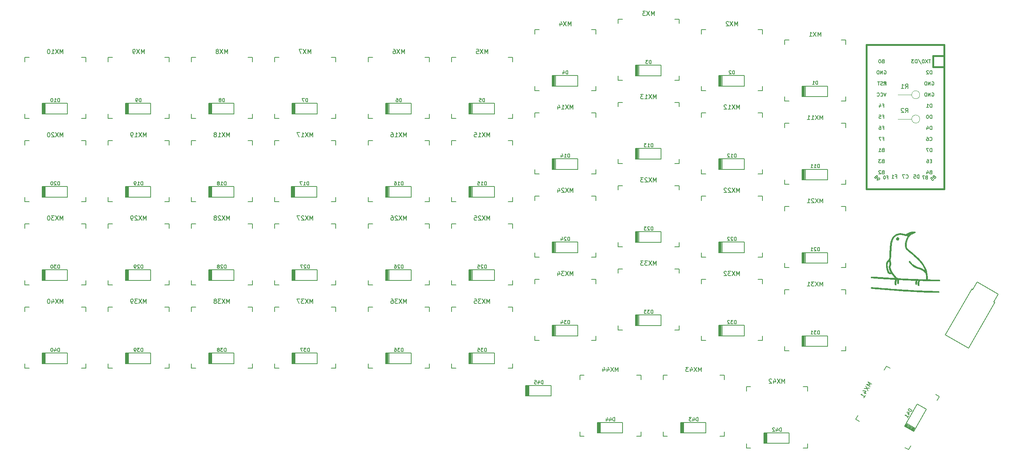
<source format=gbr>
%TF.GenerationSoftware,KiCad,Pcbnew,(5.1.9-0-10_14)*%
%TF.CreationDate,2021-04-26T22:25:58-05:00*%
%TF.ProjectId,wren-universal,7772656e-2d75-46e6-9976-657273616c2e,rev?*%
%TF.SameCoordinates,Original*%
%TF.FileFunction,Legend,Bot*%
%TF.FilePolarity,Positive*%
%FSLAX46Y46*%
G04 Gerber Fmt 4.6, Leading zero omitted, Abs format (unit mm)*
G04 Created by KiCad (PCBNEW (5.1.9-0-10_14)) date 2021-04-26 22:25:58*
%MOMM*%
%LPD*%
G01*
G04 APERTURE LIST*
%ADD10C,0.150000*%
%ADD11C,0.010000*%
%ADD12C,0.381000*%
%ADD13C,0.200000*%
%ADD14C,0.120000*%
G04 APERTURE END LIST*
D10*
%TO.C,J1*%
X250437750Y-93027500D02*
X255720505Y-96077500D01*
X255720505Y-96077500D02*
X261770505Y-85598593D01*
X261770505Y-85598593D02*
X261553999Y-85473593D01*
X261553999Y-85473593D02*
X262553999Y-83741542D01*
X262510697Y-83716542D02*
X257704256Y-80941542D01*
X250437750Y-93027500D02*
X256487750Y-82548593D01*
X256487750Y-82548593D02*
X256704256Y-82673593D01*
X256704256Y-82673593D02*
X257704256Y-80941542D01*
%TO.C,MX39*%
X58881250Y-86662500D02*
X59881250Y-86662500D01*
X71881250Y-86662500D02*
X72881250Y-86662500D01*
X72881250Y-86662500D02*
X72881250Y-87662500D01*
X72881250Y-100662500D02*
X71881250Y-100662500D01*
X72881250Y-99662500D02*
X72881250Y-100662500D01*
X59881250Y-100662500D02*
X58881250Y-100662500D01*
X58881250Y-100662500D02*
X58881250Y-99662500D01*
X58881250Y-87662500D02*
X58881250Y-86662500D01*
%TO.C,MX36*%
X118412500Y-86662500D02*
X119412500Y-86662500D01*
X131412500Y-86662500D02*
X132412500Y-86662500D01*
X132412500Y-86662500D02*
X132412500Y-87662500D01*
X132412500Y-100662500D02*
X131412500Y-100662500D01*
X132412500Y-99662500D02*
X132412500Y-100662500D01*
X119412500Y-100662500D02*
X118412500Y-100662500D01*
X118412500Y-100662500D02*
X118412500Y-99662500D01*
X118412500Y-87662500D02*
X118412500Y-86662500D01*
D11*
%TO.C,FID2*%
G36*
X239403297Y-70714347D02*
G01*
X239344127Y-70733749D01*
X239218594Y-70824822D01*
X239151241Y-70954498D01*
X239143114Y-71099163D01*
X239195256Y-71235208D01*
X239308713Y-71339022D01*
X239317155Y-71343536D01*
X239420848Y-71391649D01*
X239494069Y-71398916D01*
X239579857Y-71366487D01*
X239610166Y-71351374D01*
X239733205Y-71253094D01*
X239793068Y-71128654D01*
X239797141Y-70995206D01*
X239752813Y-70869900D01*
X239667471Y-70769888D01*
X239548503Y-70712320D01*
X239403297Y-70714347D01*
G37*
X239403297Y-70714347D02*
X239344127Y-70733749D01*
X239218594Y-70824822D01*
X239151241Y-70954498D01*
X239143114Y-71099163D01*
X239195256Y-71235208D01*
X239308713Y-71339022D01*
X239317155Y-71343536D01*
X239420848Y-71391649D01*
X239494069Y-71398916D01*
X239579857Y-71366487D01*
X239610166Y-71351374D01*
X239733205Y-71253094D01*
X239793068Y-71128654D01*
X239797141Y-70995206D01*
X239752813Y-70869900D01*
X239667471Y-70769888D01*
X239548503Y-70712320D01*
X239403297Y-70714347D01*
G36*
X243042689Y-69379606D02*
G01*
X242985826Y-69382175D01*
X242844145Y-69390166D01*
X242729686Y-69402675D01*
X242624718Y-69425624D01*
X242511514Y-69464939D01*
X242372344Y-69526542D01*
X242189478Y-69616357D01*
X242004825Y-69709951D01*
X241395732Y-70019946D01*
X240898871Y-69906646D01*
X240459153Y-69824023D01*
X240073717Y-69792887D01*
X239727879Y-69815616D01*
X239406953Y-69894586D01*
X239096254Y-70032176D01*
X238781096Y-70230762D01*
X238747683Y-70254859D01*
X238528706Y-70460457D01*
X238326692Y-70742895D01*
X238145319Y-71095394D01*
X237988270Y-71511175D01*
X237899967Y-71816049D01*
X237839620Y-72105211D01*
X237786990Y-72474770D01*
X237742448Y-72920779D01*
X237706366Y-73439286D01*
X237679114Y-74026344D01*
X237671886Y-74242183D01*
X237661245Y-74581306D01*
X237651622Y-74847400D01*
X237641803Y-75052077D01*
X237630571Y-75206945D01*
X237616712Y-75323614D01*
X237599010Y-75413694D01*
X237576250Y-75488794D01*
X237547218Y-75560525D01*
X237529869Y-75598974D01*
X237441574Y-75758656D01*
X237321785Y-75934726D01*
X237219348Y-76062212D01*
X237055090Y-76263557D01*
X236945123Y-76446970D01*
X236879996Y-76638692D01*
X236850255Y-76864965D01*
X236845691Y-77099583D01*
X236867355Y-77473817D01*
X236921689Y-77844976D01*
X237003969Y-78193612D01*
X237109473Y-78500281D01*
X237233479Y-78745535D01*
X237252489Y-78774513D01*
X237387996Y-78940875D01*
X237531747Y-79037445D01*
X237709462Y-79077273D01*
X237852669Y-79079020D01*
X238119687Y-79068791D01*
X238420215Y-79445144D01*
X238555210Y-79609430D01*
X238685434Y-79759614D01*
X238793909Y-79876549D01*
X238851620Y-79931624D01*
X238982497Y-80041750D01*
X238778165Y-80041677D01*
X238672591Y-80038720D01*
X238491794Y-80030285D01*
X238245000Y-80016958D01*
X237941436Y-79999325D01*
X237590326Y-79977970D01*
X237200898Y-79953480D01*
X236782378Y-79926440D01*
X236343992Y-79897435D01*
X235894966Y-79867050D01*
X235444525Y-79835872D01*
X235001897Y-79804486D01*
X234730013Y-79784782D01*
X234415276Y-79762704D01*
X234126438Y-79744239D01*
X233874730Y-79729963D01*
X233671382Y-79720450D01*
X233527626Y-79716276D01*
X233454692Y-79718017D01*
X233449429Y-79719186D01*
X233403419Y-79775162D01*
X233389245Y-79867476D01*
X233409357Y-79953068D01*
X233434553Y-79980857D01*
X233488143Y-79991156D01*
X233618486Y-80006055D01*
X233817828Y-80024971D01*
X234078414Y-80047321D01*
X234392490Y-80072522D01*
X234752301Y-80099991D01*
X235150092Y-80129145D01*
X235578110Y-80159401D01*
X236028600Y-80190176D01*
X236493807Y-80220887D01*
X236965976Y-80250952D01*
X237303834Y-80271745D01*
X237618028Y-80291088D01*
X237919898Y-80310227D01*
X238194276Y-80328157D01*
X238425996Y-80343875D01*
X238599889Y-80356376D01*
X238684034Y-80363108D01*
X238963567Y-80387760D01*
X238901720Y-80564005D01*
X238867998Y-80715754D01*
X238848322Y-80918183D01*
X238843409Y-81138363D01*
X238853976Y-81343365D01*
X238880737Y-81500257D01*
X238881316Y-81502250D01*
X238924440Y-81594443D01*
X238998631Y-81627167D01*
X239042546Y-81629250D01*
X239166500Y-81629250D01*
X239166716Y-81163583D01*
X239177371Y-80866224D01*
X239208265Y-80636944D01*
X239258247Y-80479768D01*
X239326165Y-80398717D01*
X239387952Y-80390256D01*
X239443698Y-80431488D01*
X239447768Y-80467597D01*
X239438042Y-80536909D01*
X239425834Y-80665671D01*
X239413457Y-80828805D01*
X239410913Y-80867250D01*
X239402344Y-81043040D01*
X239406464Y-81158095D01*
X239426716Y-81235838D01*
X239466542Y-81299694D01*
X239476243Y-81311750D01*
X239547213Y-81381306D01*
X239607011Y-81387180D01*
X239640098Y-81370673D01*
X239680496Y-81330520D01*
X239705291Y-81258148D01*
X239718604Y-81134770D01*
X239723698Y-80989673D01*
X239732956Y-80812236D01*
X239751039Y-80653007D01*
X239774262Y-80543190D01*
X239777457Y-80534195D01*
X239824352Y-80412807D01*
X240215093Y-80440006D01*
X240327549Y-80446763D01*
X240507897Y-80456301D01*
X240744156Y-80468082D01*
X241024349Y-80481569D01*
X241336495Y-80496223D01*
X241668615Y-80511505D01*
X242008729Y-80526879D01*
X242344858Y-80541806D01*
X242665024Y-80555747D01*
X242957245Y-80568165D01*
X243209544Y-80578522D01*
X243409940Y-80586280D01*
X243546454Y-80590901D01*
X243598757Y-80591983D01*
X243642159Y-80599471D01*
X243647183Y-80636461D01*
X243615098Y-80725007D01*
X243607477Y-80743350D01*
X243570017Y-80881777D01*
X243553590Y-81048856D01*
X243557012Y-81219594D01*
X243579097Y-81369002D01*
X243618660Y-81472087D01*
X243643250Y-81497614D01*
X243736629Y-81528941D01*
X243803112Y-81486280D01*
X243844388Y-81367046D01*
X243862149Y-81168651D01*
X243862316Y-81162285D01*
X243885769Y-80913164D01*
X243940819Y-80732327D01*
X244025504Y-80624024D01*
X244125117Y-80592083D01*
X244201304Y-80602895D01*
X244210436Y-80645501D01*
X244202745Y-80666166D01*
X244122310Y-80910287D01*
X244079855Y-81163580D01*
X244076189Y-81403761D01*
X244112120Y-81608547D01*
X244164325Y-81723659D01*
X244227625Y-81801583D01*
X244287765Y-81811523D01*
X244351323Y-81778937D01*
X244382875Y-81736873D01*
X244402578Y-81649466D01*
X244412520Y-81502472D01*
X244414823Y-81345668D01*
X244423064Y-81098858D01*
X244447908Y-80917675D01*
X244488870Y-80790502D01*
X244561906Y-80629089D01*
X245970537Y-80663502D01*
X246359748Y-80672304D01*
X246767790Y-80680274D01*
X247174872Y-80687113D01*
X247561203Y-80692522D01*
X247906992Y-80696203D01*
X248192449Y-80697855D01*
X248247000Y-80697916D01*
X249114834Y-80697916D01*
X249128252Y-80581259D01*
X249119591Y-80483618D01*
X249084766Y-80442765D01*
X249029824Y-80436488D01*
X248900844Y-80428961D01*
X248708438Y-80420583D01*
X248463220Y-80411752D01*
X248175802Y-80402864D01*
X247856795Y-80394319D01*
X247679587Y-80390089D01*
X246331313Y-80359250D01*
X246338924Y-79884775D01*
X246336698Y-79838861D01*
X246030361Y-79838861D01*
X246020756Y-80058633D01*
X245993475Y-80350684D01*
X245077655Y-80322671D01*
X244769593Y-80312910D01*
X244402086Y-80300719D01*
X244000291Y-80286967D01*
X243589364Y-80272521D01*
X243194463Y-80258250D01*
X242976500Y-80250163D01*
X242588048Y-80234990D01*
X242154678Y-80217067D01*
X241705255Y-80197653D01*
X241268638Y-80178006D01*
X240873691Y-80159387D01*
X240704759Y-80151051D01*
X240372695Y-80134077D01*
X240113774Y-80119601D01*
X239916569Y-80106122D01*
X239769648Y-80092139D01*
X239661586Y-80076153D01*
X239580951Y-80056661D01*
X239516316Y-80032164D01*
X239456251Y-80001161D01*
X239424734Y-79982969D01*
X239196584Y-79818504D01*
X238951814Y-79586933D01*
X238701696Y-79301087D01*
X238457501Y-78973800D01*
X238319986Y-78758998D01*
X237917667Y-78758998D01*
X237880490Y-78767426D01*
X237788553Y-78765640D01*
X237763123Y-78763722D01*
X237611477Y-78719413D01*
X237530436Y-78644750D01*
X237436443Y-78476434D01*
X237350621Y-78247132D01*
X237276161Y-77976125D01*
X237216253Y-77682693D01*
X237174087Y-77386118D01*
X237152853Y-77105679D01*
X237155743Y-76860658D01*
X237185945Y-76670334D01*
X237197803Y-76634435D01*
X237244301Y-76544844D01*
X237318282Y-76433172D01*
X237402522Y-76321912D01*
X237479796Y-76233555D01*
X237532880Y-76190593D01*
X237538606Y-76189416D01*
X237558787Y-76227974D01*
X237584605Y-76329903D01*
X237611009Y-76474585D01*
X237615152Y-76501683D01*
X237637827Y-76693275D01*
X237637754Y-76840675D01*
X237613738Y-76981567D01*
X237598030Y-77041433D01*
X237536820Y-77293458D01*
X237509759Y-77510328D01*
X237519438Y-77714462D01*
X237568446Y-77928278D01*
X237659371Y-78174197D01*
X237753313Y-78386026D01*
X237825126Y-78542995D01*
X237881024Y-78668614D01*
X237913067Y-78744868D01*
X237917667Y-78758998D01*
X238319986Y-78758998D01*
X238240172Y-78634327D01*
X238062728Y-78318028D01*
X237937270Y-78051592D01*
X237860474Y-77820779D01*
X237829011Y-77611353D01*
X237839557Y-77409073D01*
X237888784Y-77199703D01*
X237898149Y-77170313D01*
X237947913Y-76902129D01*
X237941762Y-76579225D01*
X237880036Y-76210150D01*
X237855848Y-76111235D01*
X237821513Y-75967932D01*
X237809685Y-75862595D01*
X237821825Y-75759916D01*
X237859392Y-75624588D01*
X237878478Y-75564045D01*
X237906084Y-75469060D01*
X237928355Y-75368647D01*
X237946278Y-75251089D01*
X237960843Y-75104668D01*
X237973039Y-74917667D01*
X237983855Y-74678367D01*
X237994280Y-74375053D01*
X238002567Y-74093916D01*
X238020115Y-73587549D01*
X238042851Y-73153147D01*
X238072203Y-72778089D01*
X238109604Y-72449758D01*
X238156481Y-72155533D01*
X238214266Y-71882796D01*
X238282173Y-71626556D01*
X238426200Y-71219197D01*
X238603876Y-70883950D01*
X238821396Y-70612835D01*
X239084952Y-70397872D01*
X239347128Y-70254552D01*
X239586411Y-70163404D01*
X239825623Y-70112054D01*
X240082630Y-70100006D01*
X240375297Y-70126766D01*
X240721491Y-70191838D01*
X240817500Y-70213800D01*
X241045743Y-70265660D01*
X241266277Y-70312556D01*
X241454708Y-70349498D01*
X241586641Y-70371497D01*
X241591721Y-70372167D01*
X241713432Y-70392541D01*
X241789352Y-70414320D01*
X241803145Y-70427171D01*
X241778253Y-70475803D01*
X241726015Y-70576124D01*
X241668408Y-70686083D01*
X241510949Y-71037501D01*
X241384179Y-71424794D01*
X241291251Y-71828658D01*
X241235321Y-72229790D01*
X241219543Y-72608888D01*
X241247072Y-72946648D01*
X241276108Y-73086549D01*
X241334808Y-73245778D01*
X241417722Y-73395981D01*
X241456024Y-73446841D01*
X241501851Y-73498449D01*
X241550849Y-73549221D01*
X241611639Y-73606443D01*
X241692847Y-73677404D01*
X241803095Y-73769389D01*
X241951007Y-73889687D01*
X242145206Y-74045585D01*
X242394316Y-74244370D01*
X242489667Y-74320324D01*
X242746813Y-74532274D01*
X243038940Y-74785020D01*
X243350122Y-75063792D01*
X243664432Y-75353820D01*
X243965940Y-75640333D01*
X244238721Y-75908562D01*
X244466846Y-76143735D01*
X244532375Y-76214605D01*
X244923891Y-76682595D01*
X245246754Y-77154708D01*
X245515087Y-77652870D01*
X245639660Y-77934081D01*
X245705674Y-78095737D01*
X245757214Y-78226103D01*
X245787082Y-78306758D01*
X245791667Y-78323156D01*
X245760782Y-78309747D01*
X245678471Y-78255033D01*
X245560254Y-78169545D01*
X245512568Y-78133773D01*
X245232050Y-77937812D01*
X244975692Y-77797579D01*
X244717578Y-77700535D01*
X244511526Y-77649424D01*
X244057540Y-77518443D01*
X243615789Y-77318932D01*
X243201991Y-77061275D01*
X242831867Y-76755856D01*
X242521134Y-76413062D01*
X242414536Y-76264100D01*
X242310365Y-76144730D01*
X242211714Y-76108343D01*
X242120367Y-76155477D01*
X242105972Y-76171496D01*
X242081561Y-76245679D01*
X242111224Y-76350175D01*
X242198182Y-76490005D01*
X242345652Y-76670190D01*
X242556855Y-76895751D01*
X242595500Y-76935094D01*
X242950356Y-77258096D01*
X243320825Y-77518702D01*
X243724273Y-77726289D01*
X244178063Y-77890235D01*
X244540388Y-77985297D01*
X244784369Y-78068582D01*
X245047335Y-78204081D01*
X245309491Y-78377161D01*
X245551045Y-78573188D01*
X245752202Y-78777527D01*
X245893168Y-78975543D01*
X245901892Y-78991908D01*
X245954204Y-79140366D01*
X245994926Y-79347820D01*
X246021248Y-79589057D01*
X246030361Y-79838861D01*
X246336698Y-79838861D01*
X246307407Y-79234752D01*
X246192709Y-78594308D01*
X245996073Y-77966601D01*
X245718741Y-77354789D01*
X245361956Y-76762031D01*
X244926960Y-76191486D01*
X244852182Y-76104750D01*
X244609586Y-75841082D01*
X244313989Y-75541149D01*
X243980580Y-75218875D01*
X243624546Y-74888184D01*
X243261075Y-74562999D01*
X242905354Y-74257244D01*
X242572570Y-73984843D01*
X242362667Y-73822413D01*
X242089933Y-73611170D01*
X241882907Y-73435524D01*
X241734118Y-73288496D01*
X241636092Y-73163105D01*
X241610901Y-73120250D01*
X241571277Y-72991662D01*
X241548178Y-72799694D01*
X241541266Y-72563940D01*
X241550205Y-72303990D01*
X241574658Y-72039436D01*
X241614290Y-71789870D01*
X241635394Y-71694177D01*
X241778431Y-71211541D01*
X241956589Y-70803010D01*
X242173624Y-70464047D01*
X242433290Y-70190114D01*
X242739339Y-69976676D01*
X243095527Y-69819194D01*
X243218903Y-69780396D01*
X243401760Y-69711055D01*
X243506346Y-69632303D01*
X243530620Y-69546988D01*
X243472541Y-69457959D01*
X243458503Y-69445992D01*
X243397401Y-69406174D01*
X243322029Y-69383768D01*
X243210941Y-69375877D01*
X243042689Y-69379606D01*
G37*
X243042689Y-69379606D02*
X242985826Y-69382175D01*
X242844145Y-69390166D01*
X242729686Y-69402675D01*
X242624718Y-69425624D01*
X242511514Y-69464939D01*
X242372344Y-69526542D01*
X242189478Y-69616357D01*
X242004825Y-69709951D01*
X241395732Y-70019946D01*
X240898871Y-69906646D01*
X240459153Y-69824023D01*
X240073717Y-69792887D01*
X239727879Y-69815616D01*
X239406953Y-69894586D01*
X239096254Y-70032176D01*
X238781096Y-70230762D01*
X238747683Y-70254859D01*
X238528706Y-70460457D01*
X238326692Y-70742895D01*
X238145319Y-71095394D01*
X237988270Y-71511175D01*
X237899967Y-71816049D01*
X237839620Y-72105211D01*
X237786990Y-72474770D01*
X237742448Y-72920779D01*
X237706366Y-73439286D01*
X237679114Y-74026344D01*
X237671886Y-74242183D01*
X237661245Y-74581306D01*
X237651622Y-74847400D01*
X237641803Y-75052077D01*
X237630571Y-75206945D01*
X237616712Y-75323614D01*
X237599010Y-75413694D01*
X237576250Y-75488794D01*
X237547218Y-75560525D01*
X237529869Y-75598974D01*
X237441574Y-75758656D01*
X237321785Y-75934726D01*
X237219348Y-76062212D01*
X237055090Y-76263557D01*
X236945123Y-76446970D01*
X236879996Y-76638692D01*
X236850255Y-76864965D01*
X236845691Y-77099583D01*
X236867355Y-77473817D01*
X236921689Y-77844976D01*
X237003969Y-78193612D01*
X237109473Y-78500281D01*
X237233479Y-78745535D01*
X237252489Y-78774513D01*
X237387996Y-78940875D01*
X237531747Y-79037445D01*
X237709462Y-79077273D01*
X237852669Y-79079020D01*
X238119687Y-79068791D01*
X238420215Y-79445144D01*
X238555210Y-79609430D01*
X238685434Y-79759614D01*
X238793909Y-79876549D01*
X238851620Y-79931624D01*
X238982497Y-80041750D01*
X238778165Y-80041677D01*
X238672591Y-80038720D01*
X238491794Y-80030285D01*
X238245000Y-80016958D01*
X237941436Y-79999325D01*
X237590326Y-79977970D01*
X237200898Y-79953480D01*
X236782378Y-79926440D01*
X236343992Y-79897435D01*
X235894966Y-79867050D01*
X235444525Y-79835872D01*
X235001897Y-79804486D01*
X234730013Y-79784782D01*
X234415276Y-79762704D01*
X234126438Y-79744239D01*
X233874730Y-79729963D01*
X233671382Y-79720450D01*
X233527626Y-79716276D01*
X233454692Y-79718017D01*
X233449429Y-79719186D01*
X233403419Y-79775162D01*
X233389245Y-79867476D01*
X233409357Y-79953068D01*
X233434553Y-79980857D01*
X233488143Y-79991156D01*
X233618486Y-80006055D01*
X233817828Y-80024971D01*
X234078414Y-80047321D01*
X234392490Y-80072522D01*
X234752301Y-80099991D01*
X235150092Y-80129145D01*
X235578110Y-80159401D01*
X236028600Y-80190176D01*
X236493807Y-80220887D01*
X236965976Y-80250952D01*
X237303834Y-80271745D01*
X237618028Y-80291088D01*
X237919898Y-80310227D01*
X238194276Y-80328157D01*
X238425996Y-80343875D01*
X238599889Y-80356376D01*
X238684034Y-80363108D01*
X238963567Y-80387760D01*
X238901720Y-80564005D01*
X238867998Y-80715754D01*
X238848322Y-80918183D01*
X238843409Y-81138363D01*
X238853976Y-81343365D01*
X238880737Y-81500257D01*
X238881316Y-81502250D01*
X238924440Y-81594443D01*
X238998631Y-81627167D01*
X239042546Y-81629250D01*
X239166500Y-81629250D01*
X239166716Y-81163583D01*
X239177371Y-80866224D01*
X239208265Y-80636944D01*
X239258247Y-80479768D01*
X239326165Y-80398717D01*
X239387952Y-80390256D01*
X239443698Y-80431488D01*
X239447768Y-80467597D01*
X239438042Y-80536909D01*
X239425834Y-80665671D01*
X239413457Y-80828805D01*
X239410913Y-80867250D01*
X239402344Y-81043040D01*
X239406464Y-81158095D01*
X239426716Y-81235838D01*
X239466542Y-81299694D01*
X239476243Y-81311750D01*
X239547213Y-81381306D01*
X239607011Y-81387180D01*
X239640098Y-81370673D01*
X239680496Y-81330520D01*
X239705291Y-81258148D01*
X239718604Y-81134770D01*
X239723698Y-80989673D01*
X239732956Y-80812236D01*
X239751039Y-80653007D01*
X239774262Y-80543190D01*
X239777457Y-80534195D01*
X239824352Y-80412807D01*
X240215093Y-80440006D01*
X240327549Y-80446763D01*
X240507897Y-80456301D01*
X240744156Y-80468082D01*
X241024349Y-80481569D01*
X241336495Y-80496223D01*
X241668615Y-80511505D01*
X242008729Y-80526879D01*
X242344858Y-80541806D01*
X242665024Y-80555747D01*
X242957245Y-80568165D01*
X243209544Y-80578522D01*
X243409940Y-80586280D01*
X243546454Y-80590901D01*
X243598757Y-80591983D01*
X243642159Y-80599471D01*
X243647183Y-80636461D01*
X243615098Y-80725007D01*
X243607477Y-80743350D01*
X243570017Y-80881777D01*
X243553590Y-81048856D01*
X243557012Y-81219594D01*
X243579097Y-81369002D01*
X243618660Y-81472087D01*
X243643250Y-81497614D01*
X243736629Y-81528941D01*
X243803112Y-81486280D01*
X243844388Y-81367046D01*
X243862149Y-81168651D01*
X243862316Y-81162285D01*
X243885769Y-80913164D01*
X243940819Y-80732327D01*
X244025504Y-80624024D01*
X244125117Y-80592083D01*
X244201304Y-80602895D01*
X244210436Y-80645501D01*
X244202745Y-80666166D01*
X244122310Y-80910287D01*
X244079855Y-81163580D01*
X244076189Y-81403761D01*
X244112120Y-81608547D01*
X244164325Y-81723659D01*
X244227625Y-81801583D01*
X244287765Y-81811523D01*
X244351323Y-81778937D01*
X244382875Y-81736873D01*
X244402578Y-81649466D01*
X244412520Y-81502472D01*
X244414823Y-81345668D01*
X244423064Y-81098858D01*
X244447908Y-80917675D01*
X244488870Y-80790502D01*
X244561906Y-80629089D01*
X245970537Y-80663502D01*
X246359748Y-80672304D01*
X246767790Y-80680274D01*
X247174872Y-80687113D01*
X247561203Y-80692522D01*
X247906992Y-80696203D01*
X248192449Y-80697855D01*
X248247000Y-80697916D01*
X249114834Y-80697916D01*
X249128252Y-80581259D01*
X249119591Y-80483618D01*
X249084766Y-80442765D01*
X249029824Y-80436488D01*
X248900844Y-80428961D01*
X248708438Y-80420583D01*
X248463220Y-80411752D01*
X248175802Y-80402864D01*
X247856795Y-80394319D01*
X247679587Y-80390089D01*
X246331313Y-80359250D01*
X246338924Y-79884775D01*
X246336698Y-79838861D01*
X246030361Y-79838861D01*
X246020756Y-80058633D01*
X245993475Y-80350684D01*
X245077655Y-80322671D01*
X244769593Y-80312910D01*
X244402086Y-80300719D01*
X244000291Y-80286967D01*
X243589364Y-80272521D01*
X243194463Y-80258250D01*
X242976500Y-80250163D01*
X242588048Y-80234990D01*
X242154678Y-80217067D01*
X241705255Y-80197653D01*
X241268638Y-80178006D01*
X240873691Y-80159387D01*
X240704759Y-80151051D01*
X240372695Y-80134077D01*
X240113774Y-80119601D01*
X239916569Y-80106122D01*
X239769648Y-80092139D01*
X239661586Y-80076153D01*
X239580951Y-80056661D01*
X239516316Y-80032164D01*
X239456251Y-80001161D01*
X239424734Y-79982969D01*
X239196584Y-79818504D01*
X238951814Y-79586933D01*
X238701696Y-79301087D01*
X238457501Y-78973800D01*
X238319986Y-78758998D01*
X237917667Y-78758998D01*
X237880490Y-78767426D01*
X237788553Y-78765640D01*
X237763123Y-78763722D01*
X237611477Y-78719413D01*
X237530436Y-78644750D01*
X237436443Y-78476434D01*
X237350621Y-78247132D01*
X237276161Y-77976125D01*
X237216253Y-77682693D01*
X237174087Y-77386118D01*
X237152853Y-77105679D01*
X237155743Y-76860658D01*
X237185945Y-76670334D01*
X237197803Y-76634435D01*
X237244301Y-76544844D01*
X237318282Y-76433172D01*
X237402522Y-76321912D01*
X237479796Y-76233555D01*
X237532880Y-76190593D01*
X237538606Y-76189416D01*
X237558787Y-76227974D01*
X237584605Y-76329903D01*
X237611009Y-76474585D01*
X237615152Y-76501683D01*
X237637827Y-76693275D01*
X237637754Y-76840675D01*
X237613738Y-76981567D01*
X237598030Y-77041433D01*
X237536820Y-77293458D01*
X237509759Y-77510328D01*
X237519438Y-77714462D01*
X237568446Y-77928278D01*
X237659371Y-78174197D01*
X237753313Y-78386026D01*
X237825126Y-78542995D01*
X237881024Y-78668614D01*
X237913067Y-78744868D01*
X237917667Y-78758998D01*
X238319986Y-78758998D01*
X238240172Y-78634327D01*
X238062728Y-78318028D01*
X237937270Y-78051592D01*
X237860474Y-77820779D01*
X237829011Y-77611353D01*
X237839557Y-77409073D01*
X237888784Y-77199703D01*
X237898149Y-77170313D01*
X237947913Y-76902129D01*
X237941762Y-76579225D01*
X237880036Y-76210150D01*
X237855848Y-76111235D01*
X237821513Y-75967932D01*
X237809685Y-75862595D01*
X237821825Y-75759916D01*
X237859392Y-75624588D01*
X237878478Y-75564045D01*
X237906084Y-75469060D01*
X237928355Y-75368647D01*
X237946278Y-75251089D01*
X237960843Y-75104668D01*
X237973039Y-74917667D01*
X237983855Y-74678367D01*
X237994280Y-74375053D01*
X238002567Y-74093916D01*
X238020115Y-73587549D01*
X238042851Y-73153147D01*
X238072203Y-72778089D01*
X238109604Y-72449758D01*
X238156481Y-72155533D01*
X238214266Y-71882796D01*
X238282173Y-71626556D01*
X238426200Y-71219197D01*
X238603876Y-70883950D01*
X238821396Y-70612835D01*
X239084952Y-70397872D01*
X239347128Y-70254552D01*
X239586411Y-70163404D01*
X239825623Y-70112054D01*
X240082630Y-70100006D01*
X240375297Y-70126766D01*
X240721491Y-70191838D01*
X240817500Y-70213800D01*
X241045743Y-70265660D01*
X241266277Y-70312556D01*
X241454708Y-70349498D01*
X241586641Y-70371497D01*
X241591721Y-70372167D01*
X241713432Y-70392541D01*
X241789352Y-70414320D01*
X241803145Y-70427171D01*
X241778253Y-70475803D01*
X241726015Y-70576124D01*
X241668408Y-70686083D01*
X241510949Y-71037501D01*
X241384179Y-71424794D01*
X241291251Y-71828658D01*
X241235321Y-72229790D01*
X241219543Y-72608888D01*
X241247072Y-72946648D01*
X241276108Y-73086549D01*
X241334808Y-73245778D01*
X241417722Y-73395981D01*
X241456024Y-73446841D01*
X241501851Y-73498449D01*
X241550849Y-73549221D01*
X241611639Y-73606443D01*
X241692847Y-73677404D01*
X241803095Y-73769389D01*
X241951007Y-73889687D01*
X242145206Y-74045585D01*
X242394316Y-74244370D01*
X242489667Y-74320324D01*
X242746813Y-74532274D01*
X243038940Y-74785020D01*
X243350122Y-75063792D01*
X243664432Y-75353820D01*
X243965940Y-75640333D01*
X244238721Y-75908562D01*
X244466846Y-76143735D01*
X244532375Y-76214605D01*
X244923891Y-76682595D01*
X245246754Y-77154708D01*
X245515087Y-77652870D01*
X245639660Y-77934081D01*
X245705674Y-78095737D01*
X245757214Y-78226103D01*
X245787082Y-78306758D01*
X245791667Y-78323156D01*
X245760782Y-78309747D01*
X245678471Y-78255033D01*
X245560254Y-78169545D01*
X245512568Y-78133773D01*
X245232050Y-77937812D01*
X244975692Y-77797579D01*
X244717578Y-77700535D01*
X244511526Y-77649424D01*
X244057540Y-77518443D01*
X243615789Y-77318932D01*
X243201991Y-77061275D01*
X242831867Y-76755856D01*
X242521134Y-76413062D01*
X242414536Y-76264100D01*
X242310365Y-76144730D01*
X242211714Y-76108343D01*
X242120367Y-76155477D01*
X242105972Y-76171496D01*
X242081561Y-76245679D01*
X242111224Y-76350175D01*
X242198182Y-76490005D01*
X242345652Y-76670190D01*
X242556855Y-76895751D01*
X242595500Y-76935094D01*
X242950356Y-77258096D01*
X243320825Y-77518702D01*
X243724273Y-77726289D01*
X244178063Y-77890235D01*
X244540388Y-77985297D01*
X244784369Y-78068582D01*
X245047335Y-78204081D01*
X245309491Y-78377161D01*
X245551045Y-78573188D01*
X245752202Y-78777527D01*
X245893168Y-78975543D01*
X245901892Y-78991908D01*
X245954204Y-79140366D01*
X245994926Y-79347820D01*
X246021248Y-79589057D01*
X246030361Y-79838861D01*
X246336698Y-79838861D01*
X246307407Y-79234752D01*
X246192709Y-78594308D01*
X245996073Y-77966601D01*
X245718741Y-77354789D01*
X245361956Y-76762031D01*
X244926960Y-76191486D01*
X244852182Y-76104750D01*
X244609586Y-75841082D01*
X244313989Y-75541149D01*
X243980580Y-75218875D01*
X243624546Y-74888184D01*
X243261075Y-74562999D01*
X242905354Y-74257244D01*
X242572570Y-73984843D01*
X242362667Y-73822413D01*
X242089933Y-73611170D01*
X241882907Y-73435524D01*
X241734118Y-73288496D01*
X241636092Y-73163105D01*
X241610901Y-73120250D01*
X241571277Y-72991662D01*
X241548178Y-72799694D01*
X241541266Y-72563940D01*
X241550205Y-72303990D01*
X241574658Y-72039436D01*
X241614290Y-71789870D01*
X241635394Y-71694177D01*
X241778431Y-71211541D01*
X241956589Y-70803010D01*
X242173624Y-70464047D01*
X242433290Y-70190114D01*
X242739339Y-69976676D01*
X243095527Y-69819194D01*
X243218903Y-69780396D01*
X243401760Y-69711055D01*
X243506346Y-69632303D01*
X243530620Y-69546988D01*
X243472541Y-69457959D01*
X243458503Y-69445992D01*
X243397401Y-69406174D01*
X243322029Y-69383768D01*
X243210941Y-69375877D01*
X243042689Y-69379606D01*
G36*
X233450055Y-82143662D02*
G01*
X233395563Y-82201470D01*
X233390973Y-82289813D01*
X233432007Y-82374168D01*
X233483250Y-82411413D01*
X233542387Y-82421827D01*
X233679313Y-82437766D01*
X233887371Y-82458704D01*
X234159900Y-82484117D01*
X234490241Y-82513479D01*
X234871733Y-82546266D01*
X235297719Y-82581951D01*
X235761537Y-82620009D01*
X236256528Y-82659916D01*
X236776033Y-82701145D01*
X237313392Y-82743172D01*
X237861945Y-82785472D01*
X238415033Y-82827519D01*
X238965996Y-82868787D01*
X239508174Y-82908752D01*
X240034909Y-82946889D01*
X240539539Y-82982671D01*
X241015406Y-83015575D01*
X241455850Y-83045073D01*
X241791167Y-83066685D01*
X242179850Y-83090053D01*
X242619835Y-83114504D01*
X243101204Y-83139627D01*
X243614040Y-83165009D01*
X244148426Y-83190238D01*
X244694446Y-83214899D01*
X245242182Y-83238582D01*
X245781718Y-83260874D01*
X246303137Y-83281361D01*
X246796521Y-83299631D01*
X247251953Y-83315271D01*
X247659518Y-83327870D01*
X248009297Y-83337013D01*
X248291374Y-83342289D01*
X248442900Y-83343460D01*
X248666951Y-83340697D01*
X248819538Y-83331074D01*
X248913698Y-83313079D01*
X248962466Y-83285201D01*
X248964421Y-83282956D01*
X248994545Y-83195699D01*
X248956631Y-83114400D01*
X248866089Y-83059333D01*
X248785261Y-83047208D01*
X248619868Y-83045037D01*
X248379110Y-83039156D01*
X248072188Y-83029945D01*
X247708305Y-83017785D01*
X247296664Y-83003055D01*
X246846466Y-82986135D01*
X246366914Y-82967406D01*
X245867210Y-82947246D01*
X245356556Y-82926036D01*
X244844155Y-82904156D01*
X244339210Y-82881986D01*
X243850921Y-82859906D01*
X243388492Y-82838294D01*
X242961125Y-82817533D01*
X242578022Y-82798001D01*
X242248386Y-82780078D01*
X242087500Y-82770700D01*
X241720528Y-82747634D01*
X241278832Y-82718184D01*
X240772056Y-82683071D01*
X240209845Y-82643011D01*
X239601843Y-82598722D01*
X238957694Y-82550923D01*
X238287043Y-82500331D01*
X237599534Y-82447665D01*
X236904812Y-82393642D01*
X236212520Y-82338980D01*
X235532304Y-82284398D01*
X235280972Y-82263988D01*
X234901028Y-82233698D01*
X234546128Y-82206692D01*
X234225406Y-82183570D01*
X233947995Y-82164934D01*
X233723027Y-82151382D01*
X233559636Y-82143516D01*
X233466955Y-82141935D01*
X233450055Y-82143662D01*
G37*
X233450055Y-82143662D02*
X233395563Y-82201470D01*
X233390973Y-82289813D01*
X233432007Y-82374168D01*
X233483250Y-82411413D01*
X233542387Y-82421827D01*
X233679313Y-82437766D01*
X233887371Y-82458704D01*
X234159900Y-82484117D01*
X234490241Y-82513479D01*
X234871733Y-82546266D01*
X235297719Y-82581951D01*
X235761537Y-82620009D01*
X236256528Y-82659916D01*
X236776033Y-82701145D01*
X237313392Y-82743172D01*
X237861945Y-82785472D01*
X238415033Y-82827519D01*
X238965996Y-82868787D01*
X239508174Y-82908752D01*
X240034909Y-82946889D01*
X240539539Y-82982671D01*
X241015406Y-83015575D01*
X241455850Y-83045073D01*
X241791167Y-83066685D01*
X242179850Y-83090053D01*
X242619835Y-83114504D01*
X243101204Y-83139627D01*
X243614040Y-83165009D01*
X244148426Y-83190238D01*
X244694446Y-83214899D01*
X245242182Y-83238582D01*
X245781718Y-83260874D01*
X246303137Y-83281361D01*
X246796521Y-83299631D01*
X247251953Y-83315271D01*
X247659518Y-83327870D01*
X248009297Y-83337013D01*
X248291374Y-83342289D01*
X248442900Y-83343460D01*
X248666951Y-83340697D01*
X248819538Y-83331074D01*
X248913698Y-83313079D01*
X248962466Y-83285201D01*
X248964421Y-83282956D01*
X248994545Y-83195699D01*
X248956631Y-83114400D01*
X248866089Y-83059333D01*
X248785261Y-83047208D01*
X248619868Y-83045037D01*
X248379110Y-83039156D01*
X248072188Y-83029945D01*
X247708305Y-83017785D01*
X247296664Y-83003055D01*
X246846466Y-82986135D01*
X246366914Y-82967406D01*
X245867210Y-82947246D01*
X245356556Y-82926036D01*
X244844155Y-82904156D01*
X244339210Y-82881986D01*
X243850921Y-82859906D01*
X243388492Y-82838294D01*
X242961125Y-82817533D01*
X242578022Y-82798001D01*
X242248386Y-82780078D01*
X242087500Y-82770700D01*
X241720528Y-82747634D01*
X241278832Y-82718184D01*
X240772056Y-82683071D01*
X240209845Y-82643011D01*
X239601843Y-82598722D01*
X238957694Y-82550923D01*
X238287043Y-82500331D01*
X237599534Y-82447665D01*
X236904812Y-82393642D01*
X236212520Y-82338980D01*
X235532304Y-82284398D01*
X235280972Y-82263988D01*
X234901028Y-82233698D01*
X234546128Y-82206692D01*
X234225406Y-82183570D01*
X233947995Y-82164934D01*
X233723027Y-82151382D01*
X233559636Y-82143516D01*
X233466955Y-82141935D01*
X233450055Y-82143662D01*
D10*
%TO.C,MX21*%
X213662500Y-63643750D02*
X214662500Y-63643750D01*
X226662500Y-63643750D02*
X227662500Y-63643750D01*
X227662500Y-63643750D02*
X227662500Y-64643750D01*
X227662500Y-77643750D02*
X226662500Y-77643750D01*
X227662500Y-76643750D02*
X227662500Y-77643750D01*
X214662500Y-77643750D02*
X213662500Y-77643750D01*
X213662500Y-77643750D02*
X213662500Y-76643750D01*
X213662500Y-64643750D02*
X213662500Y-63643750D01*
%TO.C,MX41*%
X229921822Y-112321928D02*
X230421822Y-111455902D01*
X236421822Y-101063598D02*
X236921822Y-100197572D01*
X236921822Y-100197572D02*
X237787848Y-100697572D01*
X249046178Y-107197572D02*
X248546178Y-108063598D01*
X248180152Y-106697572D02*
X249046178Y-107197572D01*
X242546178Y-118455902D02*
X242046178Y-119321928D01*
X242046178Y-119321928D02*
X241180152Y-118821928D01*
X230787848Y-112821928D02*
X229921822Y-112321928D01*
%TO.C,MX10*%
X39831250Y-29512500D02*
X40831250Y-29512500D01*
X52831250Y-29512500D02*
X53831250Y-29512500D01*
X53831250Y-29512500D02*
X53831250Y-30512500D01*
X53831250Y-43512500D02*
X52831250Y-43512500D01*
X53831250Y-42512500D02*
X53831250Y-43512500D01*
X40831250Y-43512500D02*
X39831250Y-43512500D01*
X39831250Y-43512500D02*
X39831250Y-42512500D01*
X39831250Y-30512500D02*
X39831250Y-29512500D01*
%TO.C,MX15*%
X137462500Y-48562500D02*
X138462500Y-48562500D01*
X150462500Y-48562500D02*
X151462500Y-48562500D01*
X151462500Y-48562500D02*
X151462500Y-49562500D01*
X151462500Y-62562500D02*
X150462500Y-62562500D01*
X151462500Y-61562500D02*
X151462500Y-62562500D01*
X138462500Y-62562500D02*
X137462500Y-62562500D01*
X137462500Y-62562500D02*
X137462500Y-61562500D01*
X137462500Y-49562500D02*
X137462500Y-48562500D01*
%TO.C,MX44*%
X166825000Y-102251750D02*
X167825000Y-102251750D01*
X179825000Y-102251750D02*
X180825000Y-102251750D01*
X180825000Y-102251750D02*
X180825000Y-103251750D01*
X180825000Y-116251750D02*
X179825000Y-116251750D01*
X180825000Y-115251750D02*
X180825000Y-116251750D01*
X167825000Y-116251750D02*
X166825000Y-116251750D01*
X166825000Y-116251750D02*
X166825000Y-115251750D01*
X166825000Y-103251750D02*
X166825000Y-102251750D01*
%TO.C,MX43*%
X185875000Y-102251750D02*
X186875000Y-102251750D01*
X198875000Y-102251750D02*
X199875000Y-102251750D01*
X199875000Y-102251750D02*
X199875000Y-103251750D01*
X199875000Y-116251750D02*
X198875000Y-116251750D01*
X199875000Y-115251750D02*
X199875000Y-116251750D01*
X186875000Y-116251750D02*
X185875000Y-116251750D01*
X185875000Y-116251750D02*
X185875000Y-115251750D01*
X185875000Y-103251750D02*
X185875000Y-102251750D01*
%TO.C,MX42*%
X204925000Y-104918750D02*
X205925000Y-104918750D01*
X217925000Y-104918750D02*
X218925000Y-104918750D01*
X218925000Y-104918750D02*
X218925000Y-105918750D01*
X218925000Y-118918750D02*
X217925000Y-118918750D01*
X218925000Y-117918750D02*
X218925000Y-118918750D01*
X205925000Y-118918750D02*
X204925000Y-118918750D01*
X204925000Y-118918750D02*
X204925000Y-117918750D01*
X204925000Y-105918750D02*
X204925000Y-104918750D01*
%TO.C,MX40*%
X39831250Y-86662500D02*
X40831250Y-86662500D01*
X52831250Y-86662500D02*
X53831250Y-86662500D01*
X53831250Y-86662500D02*
X53831250Y-87662500D01*
X53831250Y-100662500D02*
X52831250Y-100662500D01*
X53831250Y-99662500D02*
X53831250Y-100662500D01*
X40831250Y-100662500D02*
X39831250Y-100662500D01*
X39831250Y-100662500D02*
X39831250Y-99662500D01*
X39831250Y-87662500D02*
X39831250Y-86662500D01*
%TO.C,MX38*%
X77931250Y-86662500D02*
X78931250Y-86662500D01*
X90931250Y-86662500D02*
X91931250Y-86662500D01*
X91931250Y-86662500D02*
X91931250Y-87662500D01*
X91931250Y-100662500D02*
X90931250Y-100662500D01*
X91931250Y-99662500D02*
X91931250Y-100662500D01*
X78931250Y-100662500D02*
X77931250Y-100662500D01*
X77931250Y-100662500D02*
X77931250Y-99662500D01*
X77931250Y-87662500D02*
X77931250Y-86662500D01*
%TO.C,MX37*%
X96981250Y-86662500D02*
X97981250Y-86662500D01*
X109981250Y-86662500D02*
X110981250Y-86662500D01*
X110981250Y-86662500D02*
X110981250Y-87662500D01*
X110981250Y-100662500D02*
X109981250Y-100662500D01*
X110981250Y-99662500D02*
X110981250Y-100662500D01*
X97981250Y-100662500D02*
X96981250Y-100662500D01*
X96981250Y-100662500D02*
X96981250Y-99662500D01*
X96981250Y-87662500D02*
X96981250Y-86662500D01*
%TO.C,MX35*%
X137462500Y-86662500D02*
X138462500Y-86662500D01*
X150462500Y-86662500D02*
X151462500Y-86662500D01*
X151462500Y-86662500D02*
X151462500Y-87662500D01*
X151462500Y-100662500D02*
X150462500Y-100662500D01*
X151462500Y-99662500D02*
X151462500Y-100662500D01*
X138462500Y-100662500D02*
X137462500Y-100662500D01*
X137462500Y-100662500D02*
X137462500Y-99662500D01*
X137462500Y-87662500D02*
X137462500Y-86662500D01*
%TO.C,MX34*%
X156512500Y-80312500D02*
X157512500Y-80312500D01*
X169512500Y-80312500D02*
X170512500Y-80312500D01*
X170512500Y-80312500D02*
X170512500Y-81312500D01*
X170512500Y-94312500D02*
X169512500Y-94312500D01*
X170512500Y-93312500D02*
X170512500Y-94312500D01*
X157512500Y-94312500D02*
X156512500Y-94312500D01*
X156512500Y-94312500D02*
X156512500Y-93312500D01*
X156512500Y-81312500D02*
X156512500Y-80312500D01*
%TO.C,MX33*%
X175562500Y-77931250D02*
X176562500Y-77931250D01*
X188562500Y-77931250D02*
X189562500Y-77931250D01*
X189562500Y-77931250D02*
X189562500Y-78931250D01*
X189562500Y-91931250D02*
X188562500Y-91931250D01*
X189562500Y-90931250D02*
X189562500Y-91931250D01*
X176562500Y-91931250D02*
X175562500Y-91931250D01*
X175562500Y-91931250D02*
X175562500Y-90931250D01*
X175562500Y-78931250D02*
X175562500Y-77931250D01*
%TO.C,MX32*%
X194612500Y-80312500D02*
X195612500Y-80312500D01*
X207612500Y-80312500D02*
X208612500Y-80312500D01*
X208612500Y-80312500D02*
X208612500Y-81312500D01*
X208612500Y-94312500D02*
X207612500Y-94312500D01*
X208612500Y-93312500D02*
X208612500Y-94312500D01*
X195612500Y-94312500D02*
X194612500Y-94312500D01*
X194612500Y-94312500D02*
X194612500Y-93312500D01*
X194612500Y-81312500D02*
X194612500Y-80312500D01*
%TO.C,MX31*%
X213662500Y-82693750D02*
X214662500Y-82693750D01*
X226662500Y-82693750D02*
X227662500Y-82693750D01*
X227662500Y-82693750D02*
X227662500Y-83693750D01*
X227662500Y-96693750D02*
X226662500Y-96693750D01*
X227662500Y-95693750D02*
X227662500Y-96693750D01*
X214662500Y-96693750D02*
X213662500Y-96693750D01*
X213662500Y-96693750D02*
X213662500Y-95693750D01*
X213662500Y-83693750D02*
X213662500Y-82693750D01*
%TO.C,MX30*%
X39831250Y-67612500D02*
X40831250Y-67612500D01*
X52831250Y-67612500D02*
X53831250Y-67612500D01*
X53831250Y-67612500D02*
X53831250Y-68612500D01*
X53831250Y-81612500D02*
X52831250Y-81612500D01*
X53831250Y-80612500D02*
X53831250Y-81612500D01*
X40831250Y-81612500D02*
X39831250Y-81612500D01*
X39831250Y-81612500D02*
X39831250Y-80612500D01*
X39831250Y-68612500D02*
X39831250Y-67612500D01*
%TO.C,MX29*%
X58881250Y-67612500D02*
X59881250Y-67612500D01*
X71881250Y-67612500D02*
X72881250Y-67612500D01*
X72881250Y-67612500D02*
X72881250Y-68612500D01*
X72881250Y-81612500D02*
X71881250Y-81612500D01*
X72881250Y-80612500D02*
X72881250Y-81612500D01*
X59881250Y-81612500D02*
X58881250Y-81612500D01*
X58881250Y-81612500D02*
X58881250Y-80612500D01*
X58881250Y-68612500D02*
X58881250Y-67612500D01*
%TO.C,MX28*%
X77931250Y-67612500D02*
X78931250Y-67612500D01*
X90931250Y-67612500D02*
X91931250Y-67612500D01*
X91931250Y-67612500D02*
X91931250Y-68612500D01*
X91931250Y-81612500D02*
X90931250Y-81612500D01*
X91931250Y-80612500D02*
X91931250Y-81612500D01*
X78931250Y-81612500D02*
X77931250Y-81612500D01*
X77931250Y-81612500D02*
X77931250Y-80612500D01*
X77931250Y-68612500D02*
X77931250Y-67612500D01*
%TO.C,MX27*%
X96981250Y-67612500D02*
X97981250Y-67612500D01*
X109981250Y-67612500D02*
X110981250Y-67612500D01*
X110981250Y-67612500D02*
X110981250Y-68612500D01*
X110981250Y-81612500D02*
X109981250Y-81612500D01*
X110981250Y-80612500D02*
X110981250Y-81612500D01*
X97981250Y-81612500D02*
X96981250Y-81612500D01*
X96981250Y-81612500D02*
X96981250Y-80612500D01*
X96981250Y-68612500D02*
X96981250Y-67612500D01*
%TO.C,MX26*%
X118412500Y-67612500D02*
X119412500Y-67612500D01*
X131412500Y-67612500D02*
X132412500Y-67612500D01*
X132412500Y-67612500D02*
X132412500Y-68612500D01*
X132412500Y-81612500D02*
X131412500Y-81612500D01*
X132412500Y-80612500D02*
X132412500Y-81612500D01*
X119412500Y-81612500D02*
X118412500Y-81612500D01*
X118412500Y-81612500D02*
X118412500Y-80612500D01*
X118412500Y-68612500D02*
X118412500Y-67612500D01*
%TO.C,MX25*%
X137462500Y-67612500D02*
X138462500Y-67612500D01*
X150462500Y-67612500D02*
X151462500Y-67612500D01*
X151462500Y-67612500D02*
X151462500Y-68612500D01*
X151462500Y-81612500D02*
X150462500Y-81612500D01*
X151462500Y-80612500D02*
X151462500Y-81612500D01*
X138462500Y-81612500D02*
X137462500Y-81612500D01*
X137462500Y-81612500D02*
X137462500Y-80612500D01*
X137462500Y-68612500D02*
X137462500Y-67612500D01*
%TO.C,MX24*%
X156512500Y-61262500D02*
X157512500Y-61262500D01*
X169512500Y-61262500D02*
X170512500Y-61262500D01*
X170512500Y-61262500D02*
X170512500Y-62262500D01*
X170512500Y-75262500D02*
X169512500Y-75262500D01*
X170512500Y-74262500D02*
X170512500Y-75262500D01*
X157512500Y-75262500D02*
X156512500Y-75262500D01*
X156512500Y-75262500D02*
X156512500Y-74262500D01*
X156512500Y-62262500D02*
X156512500Y-61262500D01*
%TO.C,MX23*%
X175562500Y-58881250D02*
X176562500Y-58881250D01*
X188562500Y-58881250D02*
X189562500Y-58881250D01*
X189562500Y-58881250D02*
X189562500Y-59881250D01*
X189562500Y-72881250D02*
X188562500Y-72881250D01*
X189562500Y-71881250D02*
X189562500Y-72881250D01*
X176562500Y-72881250D02*
X175562500Y-72881250D01*
X175562500Y-72881250D02*
X175562500Y-71881250D01*
X175562500Y-59881250D02*
X175562500Y-58881250D01*
%TO.C,MX22*%
X194612500Y-61262500D02*
X195612500Y-61262500D01*
X207612500Y-61262500D02*
X208612500Y-61262500D01*
X208612500Y-61262500D02*
X208612500Y-62262500D01*
X208612500Y-75262500D02*
X207612500Y-75262500D01*
X208612500Y-74262500D02*
X208612500Y-75262500D01*
X195612500Y-75262500D02*
X194612500Y-75262500D01*
X194612500Y-75262500D02*
X194612500Y-74262500D01*
X194612500Y-62262500D02*
X194612500Y-61262500D01*
%TO.C,MX20*%
X39831250Y-48562500D02*
X40831250Y-48562500D01*
X52831250Y-48562500D02*
X53831250Y-48562500D01*
X53831250Y-48562500D02*
X53831250Y-49562500D01*
X53831250Y-62562500D02*
X52831250Y-62562500D01*
X53831250Y-61562500D02*
X53831250Y-62562500D01*
X40831250Y-62562500D02*
X39831250Y-62562500D01*
X39831250Y-62562500D02*
X39831250Y-61562500D01*
X39831250Y-49562500D02*
X39831250Y-48562500D01*
%TO.C,MX19*%
X58881250Y-48562500D02*
X59881250Y-48562500D01*
X71881250Y-48562500D02*
X72881250Y-48562500D01*
X72881250Y-48562500D02*
X72881250Y-49562500D01*
X72881250Y-62562500D02*
X71881250Y-62562500D01*
X72881250Y-61562500D02*
X72881250Y-62562500D01*
X59881250Y-62562500D02*
X58881250Y-62562500D01*
X58881250Y-62562500D02*
X58881250Y-61562500D01*
X58881250Y-49562500D02*
X58881250Y-48562500D01*
%TO.C,MX18*%
X77931250Y-48562500D02*
X78931250Y-48562500D01*
X90931250Y-48562500D02*
X91931250Y-48562500D01*
X91931250Y-48562500D02*
X91931250Y-49562500D01*
X91931250Y-62562500D02*
X90931250Y-62562500D01*
X91931250Y-61562500D02*
X91931250Y-62562500D01*
X78931250Y-62562500D02*
X77931250Y-62562500D01*
X77931250Y-62562500D02*
X77931250Y-61562500D01*
X77931250Y-49562500D02*
X77931250Y-48562500D01*
%TO.C,MX17*%
X96981250Y-48562500D02*
X97981250Y-48562500D01*
X109981250Y-48562500D02*
X110981250Y-48562500D01*
X110981250Y-48562500D02*
X110981250Y-49562500D01*
X110981250Y-62562500D02*
X109981250Y-62562500D01*
X110981250Y-61562500D02*
X110981250Y-62562500D01*
X97981250Y-62562500D02*
X96981250Y-62562500D01*
X96981250Y-62562500D02*
X96981250Y-61562500D01*
X96981250Y-49562500D02*
X96981250Y-48562500D01*
%TO.C,MX16*%
X118412500Y-48562500D02*
X119412500Y-48562500D01*
X131412500Y-48562500D02*
X132412500Y-48562500D01*
X132412500Y-48562500D02*
X132412500Y-49562500D01*
X132412500Y-62562500D02*
X131412500Y-62562500D01*
X132412500Y-61562500D02*
X132412500Y-62562500D01*
X119412500Y-62562500D02*
X118412500Y-62562500D01*
X118412500Y-62562500D02*
X118412500Y-61562500D01*
X118412500Y-49562500D02*
X118412500Y-48562500D01*
%TO.C,MX14*%
X156512500Y-42212500D02*
X157512500Y-42212500D01*
X169512500Y-42212500D02*
X170512500Y-42212500D01*
X170512500Y-42212500D02*
X170512500Y-43212500D01*
X170512500Y-56212500D02*
X169512500Y-56212500D01*
X170512500Y-55212500D02*
X170512500Y-56212500D01*
X157512500Y-56212500D02*
X156512500Y-56212500D01*
X156512500Y-56212500D02*
X156512500Y-55212500D01*
X156512500Y-43212500D02*
X156512500Y-42212500D01*
%TO.C,MX13*%
X175562500Y-39831250D02*
X176562500Y-39831250D01*
X188562500Y-39831250D02*
X189562500Y-39831250D01*
X189562500Y-39831250D02*
X189562500Y-40831250D01*
X189562500Y-53831250D02*
X188562500Y-53831250D01*
X189562500Y-52831250D02*
X189562500Y-53831250D01*
X176562500Y-53831250D02*
X175562500Y-53831250D01*
X175562500Y-53831250D02*
X175562500Y-52831250D01*
X175562500Y-40831250D02*
X175562500Y-39831250D01*
%TO.C,MX12*%
X194612500Y-42212500D02*
X195612500Y-42212500D01*
X207612500Y-42212500D02*
X208612500Y-42212500D01*
X208612500Y-42212500D02*
X208612500Y-43212500D01*
X208612500Y-56212500D02*
X207612500Y-56212500D01*
X208612500Y-55212500D02*
X208612500Y-56212500D01*
X195612500Y-56212500D02*
X194612500Y-56212500D01*
X194612500Y-56212500D02*
X194612500Y-55212500D01*
X194612500Y-43212500D02*
X194612500Y-42212500D01*
%TO.C,MX11*%
X213662500Y-44593750D02*
X214662500Y-44593750D01*
X226662500Y-44593750D02*
X227662500Y-44593750D01*
X227662500Y-44593750D02*
X227662500Y-45593750D01*
X227662500Y-58593750D02*
X226662500Y-58593750D01*
X227662500Y-57593750D02*
X227662500Y-58593750D01*
X214662500Y-58593750D02*
X213662500Y-58593750D01*
X213662500Y-58593750D02*
X213662500Y-57593750D01*
X213662500Y-45593750D02*
X213662500Y-44593750D01*
%TO.C,MX9*%
X58881250Y-29512500D02*
X59881250Y-29512500D01*
X71881250Y-29512500D02*
X72881250Y-29512500D01*
X72881250Y-29512500D02*
X72881250Y-30512500D01*
X72881250Y-43512500D02*
X71881250Y-43512500D01*
X72881250Y-42512500D02*
X72881250Y-43512500D01*
X59881250Y-43512500D02*
X58881250Y-43512500D01*
X58881250Y-43512500D02*
X58881250Y-42512500D01*
X58881250Y-30512500D02*
X58881250Y-29512500D01*
%TO.C,MX8*%
X77931250Y-29512500D02*
X78931250Y-29512500D01*
X90931250Y-29512500D02*
X91931250Y-29512500D01*
X91931250Y-29512500D02*
X91931250Y-30512500D01*
X91931250Y-43512500D02*
X90931250Y-43512500D01*
X91931250Y-42512500D02*
X91931250Y-43512500D01*
X78931250Y-43512500D02*
X77931250Y-43512500D01*
X77931250Y-43512500D02*
X77931250Y-42512500D01*
X77931250Y-30512500D02*
X77931250Y-29512500D01*
%TO.C,MX7*%
X96981250Y-29512500D02*
X97981250Y-29512500D01*
X109981250Y-29512500D02*
X110981250Y-29512500D01*
X110981250Y-29512500D02*
X110981250Y-30512500D01*
X110981250Y-43512500D02*
X109981250Y-43512500D01*
X110981250Y-42512500D02*
X110981250Y-43512500D01*
X97981250Y-43512500D02*
X96981250Y-43512500D01*
X96981250Y-43512500D02*
X96981250Y-42512500D01*
X96981250Y-30512500D02*
X96981250Y-29512500D01*
%TO.C,MX6*%
X118412500Y-29512500D02*
X119412500Y-29512500D01*
X131412500Y-29512500D02*
X132412500Y-29512500D01*
X132412500Y-29512500D02*
X132412500Y-30512500D01*
X132412500Y-43512500D02*
X131412500Y-43512500D01*
X132412500Y-42512500D02*
X132412500Y-43512500D01*
X119412500Y-43512500D02*
X118412500Y-43512500D01*
X118412500Y-43512500D02*
X118412500Y-42512500D01*
X118412500Y-30512500D02*
X118412500Y-29512500D01*
%TO.C,MX5*%
X137462500Y-29512500D02*
X138462500Y-29512500D01*
X150462500Y-29512500D02*
X151462500Y-29512500D01*
X151462500Y-29512500D02*
X151462500Y-30512500D01*
X151462500Y-43512500D02*
X150462500Y-43512500D01*
X151462500Y-42512500D02*
X151462500Y-43512500D01*
X138462500Y-43512500D02*
X137462500Y-43512500D01*
X137462500Y-43512500D02*
X137462500Y-42512500D01*
X137462500Y-30512500D02*
X137462500Y-29512500D01*
%TO.C,MX4*%
X156512500Y-23162500D02*
X157512500Y-23162500D01*
X169512500Y-23162500D02*
X170512500Y-23162500D01*
X170512500Y-23162500D02*
X170512500Y-24162500D01*
X170512500Y-37162500D02*
X169512500Y-37162500D01*
X170512500Y-36162500D02*
X170512500Y-37162500D01*
X157512500Y-37162500D02*
X156512500Y-37162500D01*
X156512500Y-37162500D02*
X156512500Y-36162500D01*
X156512500Y-24162500D02*
X156512500Y-23162500D01*
%TO.C,MX3*%
X175562500Y-20781250D02*
X176562500Y-20781250D01*
X188562500Y-20781250D02*
X189562500Y-20781250D01*
X189562500Y-20781250D02*
X189562500Y-21781250D01*
X189562500Y-34781250D02*
X188562500Y-34781250D01*
X189562500Y-33781250D02*
X189562500Y-34781250D01*
X176562500Y-34781250D02*
X175562500Y-34781250D01*
X175562500Y-34781250D02*
X175562500Y-33781250D01*
X175562500Y-21781250D02*
X175562500Y-20781250D01*
%TO.C,MX2*%
X194612500Y-23162500D02*
X195612500Y-23162500D01*
X207612500Y-23162500D02*
X208612500Y-23162500D01*
X208612500Y-23162500D02*
X208612500Y-24162500D01*
X208612500Y-37162500D02*
X207612500Y-37162500D01*
X208612500Y-36162500D02*
X208612500Y-37162500D01*
X195612500Y-37162500D02*
X194612500Y-37162500D01*
X194612500Y-37162500D02*
X194612500Y-36162500D01*
X194612500Y-24162500D02*
X194612500Y-23162500D01*
%TO.C,MX1*%
X213662500Y-25543750D02*
X214662500Y-25543750D01*
X226662500Y-25543750D02*
X227662500Y-25543750D01*
X227662500Y-25543750D02*
X227662500Y-26543750D01*
X227662500Y-39543750D02*
X226662500Y-39543750D01*
X227662500Y-38543750D02*
X227662500Y-39543750D01*
X214662500Y-39543750D02*
X213662500Y-39543750D01*
X213662500Y-39543750D02*
X213662500Y-38543750D01*
X213662500Y-26543750D02*
X213662500Y-25543750D01*
D12*
%TO.C,U1*%
X250190000Y-29210000D02*
X250190000Y-59690000D01*
X250190000Y-59690000D02*
X232410000Y-59690000D01*
X232410000Y-59690000D02*
X232410000Y-29210000D01*
X247650000Y-29210000D02*
X247650000Y-31750000D01*
X247650000Y-31750000D02*
X250190000Y-31750000D01*
D10*
G36*
X236368432Y-35089360D02*
G01*
X236368432Y-35389360D01*
X236468432Y-35389360D01*
X236468432Y-35089360D01*
X236368432Y-35089360D01*
G37*
X236368432Y-35089360D02*
X236368432Y-35389360D01*
X236468432Y-35389360D01*
X236468432Y-35089360D01*
X236368432Y-35089360D01*
G36*
X236568432Y-35489360D02*
G01*
X236568432Y-35589360D01*
X236668432Y-35589360D01*
X236668432Y-35489360D01*
X236568432Y-35489360D01*
G37*
X236568432Y-35489360D02*
X236568432Y-35589360D01*
X236668432Y-35589360D01*
X236668432Y-35489360D01*
X236568432Y-35489360D01*
G36*
X236368432Y-35089360D02*
G01*
X236368432Y-35189360D01*
X236868432Y-35189360D01*
X236868432Y-35089360D01*
X236368432Y-35089360D01*
G37*
X236368432Y-35089360D02*
X236368432Y-35189360D01*
X236868432Y-35189360D01*
X236868432Y-35089360D01*
X236368432Y-35089360D01*
G36*
X236768432Y-35089360D02*
G01*
X236768432Y-35889360D01*
X236868432Y-35889360D01*
X236868432Y-35089360D01*
X236768432Y-35089360D01*
G37*
X236768432Y-35089360D02*
X236768432Y-35889360D01*
X236868432Y-35889360D01*
X236868432Y-35089360D01*
X236768432Y-35089360D01*
G36*
X236368432Y-35689360D02*
G01*
X236368432Y-35889360D01*
X236468432Y-35889360D01*
X236468432Y-35689360D01*
X236368432Y-35689360D01*
G37*
X236368432Y-35689360D02*
X236368432Y-35889360D01*
X236468432Y-35889360D01*
X236468432Y-35689360D01*
X236368432Y-35689360D01*
D12*
X232410000Y-29210000D02*
X232410000Y-26670000D01*
X232410000Y-26670000D02*
X250190000Y-26670000D01*
X250190000Y-26670000D02*
X250190000Y-29210000D01*
X247650000Y-29210000D02*
X250190000Y-29210000D01*
D13*
%TO.C,D43*%
X195675000Y-113100000D02*
X189875000Y-113100000D01*
X195675000Y-115500000D02*
X195675000Y-113100000D01*
X189875000Y-115500000D02*
X195675000Y-115500000D01*
X189950000Y-115500000D02*
X189950000Y-113100000D01*
X190075000Y-115500000D02*
X190075000Y-113100000D01*
X189850000Y-113100000D02*
X189850000Y-115500000D01*
X190250000Y-115500000D02*
X190250000Y-113100000D01*
X190425000Y-115500000D02*
X190425000Y-113100000D01*
X190600000Y-115500000D02*
X190600000Y-113100000D01*
D14*
%TO.C,R2*%
X242745000Y-43656250D02*
X239585000Y-43656250D01*
X244585000Y-43656250D02*
G75*
G03*
X244585000Y-43656250I-920000J0D01*
G01*
%TO.C,R1*%
X242745000Y-38100000D02*
X239585000Y-38100000D01*
X244585000Y-38100000D02*
G75*
G03*
X244585000Y-38100000I-920000J0D01*
G01*
D13*
%TO.C,D45*%
X160242000Y-104622750D02*
X154442000Y-104622750D01*
X160242000Y-107022750D02*
X160242000Y-104622750D01*
X154442000Y-107022750D02*
X160242000Y-107022750D01*
X154517000Y-107022750D02*
X154517000Y-104622750D01*
X154642000Y-107022750D02*
X154642000Y-104622750D01*
X154417000Y-104622750D02*
X154417000Y-107022750D01*
X154817000Y-107022750D02*
X154817000Y-104622750D01*
X154992000Y-107022750D02*
X154992000Y-104622750D01*
X155167000Y-107022750D02*
X155167000Y-104622750D01*
%TO.C,D44*%
X176625000Y-113100000D02*
X170825000Y-113100000D01*
X176625000Y-115500000D02*
X176625000Y-113100000D01*
X170825000Y-115500000D02*
X176625000Y-115500000D01*
X170900000Y-115500000D02*
X170900000Y-113100000D01*
X171025000Y-115500000D02*
X171025000Y-113100000D01*
X170800000Y-113100000D02*
X170800000Y-115500000D01*
X171200000Y-115500000D02*
X171200000Y-113100000D01*
X171375000Y-115500000D02*
X171375000Y-113100000D01*
X171550000Y-115500000D02*
X171550000Y-113100000D01*
%TO.C,D42*%
X214725000Y-115481250D02*
X208925000Y-115481250D01*
X214725000Y-117881250D02*
X214725000Y-115481250D01*
X208925000Y-117881250D02*
X214725000Y-117881250D01*
X209000000Y-117881250D02*
X209000000Y-115481250D01*
X209125000Y-117881250D02*
X209125000Y-115481250D01*
X208900000Y-115481250D02*
X208900000Y-117881250D01*
X209300000Y-117881250D02*
X209300000Y-115481250D01*
X209475000Y-117881250D02*
X209475000Y-115481250D01*
X209650000Y-117881250D02*
X209650000Y-115481250D01*
%TO.C,D41*%
X244028770Y-108893879D02*
X241128770Y-113916826D01*
X246107230Y-110093879D02*
X244028770Y-108893879D01*
X243207230Y-115116826D02*
X246107230Y-110093879D01*
X243244730Y-115051874D02*
X241166270Y-113851874D01*
X243307230Y-114943621D02*
X241228770Y-113743621D01*
X241116270Y-113938477D02*
X243194730Y-115138477D01*
X243394730Y-114792067D02*
X241316270Y-113592067D01*
X243482230Y-114640512D02*
X241403770Y-113440512D01*
X243569730Y-114488958D02*
X241491270Y-113288958D01*
%TO.C,D40*%
X49625000Y-97225000D02*
X43825000Y-97225000D01*
X49625000Y-99625000D02*
X49625000Y-97225000D01*
X43825000Y-99625000D02*
X49625000Y-99625000D01*
X43900000Y-99625000D02*
X43900000Y-97225000D01*
X44025000Y-99625000D02*
X44025000Y-97225000D01*
X43800000Y-97225000D02*
X43800000Y-99625000D01*
X44200000Y-99625000D02*
X44200000Y-97225000D01*
X44375000Y-99625000D02*
X44375000Y-97225000D01*
X44550000Y-99625000D02*
X44550000Y-97225000D01*
%TO.C,D39*%
X68675000Y-97225000D02*
X62875000Y-97225000D01*
X68675000Y-99625000D02*
X68675000Y-97225000D01*
X62875000Y-99625000D02*
X68675000Y-99625000D01*
X62950000Y-99625000D02*
X62950000Y-97225000D01*
X63075000Y-99625000D02*
X63075000Y-97225000D01*
X62850000Y-97225000D02*
X62850000Y-99625000D01*
X63250000Y-99625000D02*
X63250000Y-97225000D01*
X63425000Y-99625000D02*
X63425000Y-97225000D01*
X63600000Y-99625000D02*
X63600000Y-97225000D01*
%TO.C,D38*%
X87725000Y-97225000D02*
X81925000Y-97225000D01*
X87725000Y-99625000D02*
X87725000Y-97225000D01*
X81925000Y-99625000D02*
X87725000Y-99625000D01*
X82000000Y-99625000D02*
X82000000Y-97225000D01*
X82125000Y-99625000D02*
X82125000Y-97225000D01*
X81900000Y-97225000D02*
X81900000Y-99625000D01*
X82300000Y-99625000D02*
X82300000Y-97225000D01*
X82475000Y-99625000D02*
X82475000Y-97225000D01*
X82650000Y-99625000D02*
X82650000Y-97225000D01*
%TO.C,D37*%
X106775000Y-97225000D02*
X100975000Y-97225000D01*
X106775000Y-99625000D02*
X106775000Y-97225000D01*
X100975000Y-99625000D02*
X106775000Y-99625000D01*
X101050000Y-99625000D02*
X101050000Y-97225000D01*
X101175000Y-99625000D02*
X101175000Y-97225000D01*
X100950000Y-97225000D02*
X100950000Y-99625000D01*
X101350000Y-99625000D02*
X101350000Y-97225000D01*
X101525000Y-99625000D02*
X101525000Y-97225000D01*
X101700000Y-99625000D02*
X101700000Y-97225000D01*
%TO.C,D36*%
X128206250Y-97225000D02*
X122406250Y-97225000D01*
X128206250Y-99625000D02*
X128206250Y-97225000D01*
X122406250Y-99625000D02*
X128206250Y-99625000D01*
X122481250Y-99625000D02*
X122481250Y-97225000D01*
X122606250Y-99625000D02*
X122606250Y-97225000D01*
X122381250Y-97225000D02*
X122381250Y-99625000D01*
X122781250Y-99625000D02*
X122781250Y-97225000D01*
X122956250Y-99625000D02*
X122956250Y-97225000D01*
X123131250Y-99625000D02*
X123131250Y-97225000D01*
%TO.C,D35*%
X147256250Y-97225000D02*
X141456250Y-97225000D01*
X147256250Y-99625000D02*
X147256250Y-97225000D01*
X141456250Y-99625000D02*
X147256250Y-99625000D01*
X141531250Y-99625000D02*
X141531250Y-97225000D01*
X141656250Y-99625000D02*
X141656250Y-97225000D01*
X141431250Y-97225000D02*
X141431250Y-99625000D01*
X141831250Y-99625000D02*
X141831250Y-97225000D01*
X142006250Y-99625000D02*
X142006250Y-97225000D01*
X142181250Y-99625000D02*
X142181250Y-97225000D01*
%TO.C,D34*%
X166306250Y-90875000D02*
X160506250Y-90875000D01*
X166306250Y-93275000D02*
X166306250Y-90875000D01*
X160506250Y-93275000D02*
X166306250Y-93275000D01*
X160581250Y-93275000D02*
X160581250Y-90875000D01*
X160706250Y-93275000D02*
X160706250Y-90875000D01*
X160481250Y-90875000D02*
X160481250Y-93275000D01*
X160881250Y-93275000D02*
X160881250Y-90875000D01*
X161056250Y-93275000D02*
X161056250Y-90875000D01*
X161231250Y-93275000D02*
X161231250Y-90875000D01*
%TO.C,D33*%
X185356250Y-88493750D02*
X179556250Y-88493750D01*
X185356250Y-90893750D02*
X185356250Y-88493750D01*
X179556250Y-90893750D02*
X185356250Y-90893750D01*
X179631250Y-90893750D02*
X179631250Y-88493750D01*
X179756250Y-90893750D02*
X179756250Y-88493750D01*
X179531250Y-88493750D02*
X179531250Y-90893750D01*
X179931250Y-90893750D02*
X179931250Y-88493750D01*
X180106250Y-90893750D02*
X180106250Y-88493750D01*
X180281250Y-90893750D02*
X180281250Y-88493750D01*
%TO.C,D32*%
X204406250Y-90875000D02*
X198606250Y-90875000D01*
X204406250Y-93275000D02*
X204406250Y-90875000D01*
X198606250Y-93275000D02*
X204406250Y-93275000D01*
X198681250Y-93275000D02*
X198681250Y-90875000D01*
X198806250Y-93275000D02*
X198806250Y-90875000D01*
X198581250Y-90875000D02*
X198581250Y-93275000D01*
X198981250Y-93275000D02*
X198981250Y-90875000D01*
X199156250Y-93275000D02*
X199156250Y-90875000D01*
X199331250Y-93275000D02*
X199331250Y-90875000D01*
%TO.C,D31*%
X223456250Y-93256250D02*
X217656250Y-93256250D01*
X223456250Y-95656250D02*
X223456250Y-93256250D01*
X217656250Y-95656250D02*
X223456250Y-95656250D01*
X217731250Y-95656250D02*
X217731250Y-93256250D01*
X217856250Y-95656250D02*
X217856250Y-93256250D01*
X217631250Y-93256250D02*
X217631250Y-95656250D01*
X218031250Y-95656250D02*
X218031250Y-93256250D01*
X218206250Y-95656250D02*
X218206250Y-93256250D01*
X218381250Y-95656250D02*
X218381250Y-93256250D01*
%TO.C,D30*%
X49625000Y-78175000D02*
X43825000Y-78175000D01*
X49625000Y-80575000D02*
X49625000Y-78175000D01*
X43825000Y-80575000D02*
X49625000Y-80575000D01*
X43900000Y-80575000D02*
X43900000Y-78175000D01*
X44025000Y-80575000D02*
X44025000Y-78175000D01*
X43800000Y-78175000D02*
X43800000Y-80575000D01*
X44200000Y-80575000D02*
X44200000Y-78175000D01*
X44375000Y-80575000D02*
X44375000Y-78175000D01*
X44550000Y-80575000D02*
X44550000Y-78175000D01*
%TO.C,D29*%
X68675000Y-78175000D02*
X62875000Y-78175000D01*
X68675000Y-80575000D02*
X68675000Y-78175000D01*
X62875000Y-80575000D02*
X68675000Y-80575000D01*
X62950000Y-80575000D02*
X62950000Y-78175000D01*
X63075000Y-80575000D02*
X63075000Y-78175000D01*
X62850000Y-78175000D02*
X62850000Y-80575000D01*
X63250000Y-80575000D02*
X63250000Y-78175000D01*
X63425000Y-80575000D02*
X63425000Y-78175000D01*
X63600000Y-80575000D02*
X63600000Y-78175000D01*
%TO.C,D28*%
X87725000Y-78175000D02*
X81925000Y-78175000D01*
X87725000Y-80575000D02*
X87725000Y-78175000D01*
X81925000Y-80575000D02*
X87725000Y-80575000D01*
X82000000Y-80575000D02*
X82000000Y-78175000D01*
X82125000Y-80575000D02*
X82125000Y-78175000D01*
X81900000Y-78175000D02*
X81900000Y-80575000D01*
X82300000Y-80575000D02*
X82300000Y-78175000D01*
X82475000Y-80575000D02*
X82475000Y-78175000D01*
X82650000Y-80575000D02*
X82650000Y-78175000D01*
%TO.C,D27*%
X106775000Y-78175000D02*
X100975000Y-78175000D01*
X106775000Y-80575000D02*
X106775000Y-78175000D01*
X100975000Y-80575000D02*
X106775000Y-80575000D01*
X101050000Y-80575000D02*
X101050000Y-78175000D01*
X101175000Y-80575000D02*
X101175000Y-78175000D01*
X100950000Y-78175000D02*
X100950000Y-80575000D01*
X101350000Y-80575000D02*
X101350000Y-78175000D01*
X101525000Y-80575000D02*
X101525000Y-78175000D01*
X101700000Y-80575000D02*
X101700000Y-78175000D01*
%TO.C,D26*%
X128206250Y-78175000D02*
X122406250Y-78175000D01*
X128206250Y-80575000D02*
X128206250Y-78175000D01*
X122406250Y-80575000D02*
X128206250Y-80575000D01*
X122481250Y-80575000D02*
X122481250Y-78175000D01*
X122606250Y-80575000D02*
X122606250Y-78175000D01*
X122381250Y-78175000D02*
X122381250Y-80575000D01*
X122781250Y-80575000D02*
X122781250Y-78175000D01*
X122956250Y-80575000D02*
X122956250Y-78175000D01*
X123131250Y-80575000D02*
X123131250Y-78175000D01*
%TO.C,D25*%
X147256250Y-78175000D02*
X141456250Y-78175000D01*
X147256250Y-80575000D02*
X147256250Y-78175000D01*
X141456250Y-80575000D02*
X147256250Y-80575000D01*
X141531250Y-80575000D02*
X141531250Y-78175000D01*
X141656250Y-80575000D02*
X141656250Y-78175000D01*
X141431250Y-78175000D02*
X141431250Y-80575000D01*
X141831250Y-80575000D02*
X141831250Y-78175000D01*
X142006250Y-80575000D02*
X142006250Y-78175000D01*
X142181250Y-80575000D02*
X142181250Y-78175000D01*
%TO.C,D24*%
X166306250Y-71825000D02*
X160506250Y-71825000D01*
X166306250Y-74225000D02*
X166306250Y-71825000D01*
X160506250Y-74225000D02*
X166306250Y-74225000D01*
X160581250Y-74225000D02*
X160581250Y-71825000D01*
X160706250Y-74225000D02*
X160706250Y-71825000D01*
X160481250Y-71825000D02*
X160481250Y-74225000D01*
X160881250Y-74225000D02*
X160881250Y-71825000D01*
X161056250Y-74225000D02*
X161056250Y-71825000D01*
X161231250Y-74225000D02*
X161231250Y-71825000D01*
%TO.C,D23*%
X185356250Y-69443750D02*
X179556250Y-69443750D01*
X185356250Y-71843750D02*
X185356250Y-69443750D01*
X179556250Y-71843750D02*
X185356250Y-71843750D01*
X179631250Y-71843750D02*
X179631250Y-69443750D01*
X179756250Y-71843750D02*
X179756250Y-69443750D01*
X179531250Y-69443750D02*
X179531250Y-71843750D01*
X179931250Y-71843750D02*
X179931250Y-69443750D01*
X180106250Y-71843750D02*
X180106250Y-69443750D01*
X180281250Y-71843750D02*
X180281250Y-69443750D01*
%TO.C,D22*%
X204406250Y-71825000D02*
X198606250Y-71825000D01*
X204406250Y-74225000D02*
X204406250Y-71825000D01*
X198606250Y-74225000D02*
X204406250Y-74225000D01*
X198681250Y-74225000D02*
X198681250Y-71825000D01*
X198806250Y-74225000D02*
X198806250Y-71825000D01*
X198581250Y-71825000D02*
X198581250Y-74225000D01*
X198981250Y-74225000D02*
X198981250Y-71825000D01*
X199156250Y-74225000D02*
X199156250Y-71825000D01*
X199331250Y-74225000D02*
X199331250Y-71825000D01*
%TO.C,D21*%
X223456250Y-74206250D02*
X217656250Y-74206250D01*
X223456250Y-76606250D02*
X223456250Y-74206250D01*
X217656250Y-76606250D02*
X223456250Y-76606250D01*
X217731250Y-76606250D02*
X217731250Y-74206250D01*
X217856250Y-76606250D02*
X217856250Y-74206250D01*
X217631250Y-74206250D02*
X217631250Y-76606250D01*
X218031250Y-76606250D02*
X218031250Y-74206250D01*
X218206250Y-76606250D02*
X218206250Y-74206250D01*
X218381250Y-76606250D02*
X218381250Y-74206250D01*
%TO.C,D20*%
X49625000Y-59125000D02*
X43825000Y-59125000D01*
X49625000Y-61525000D02*
X49625000Y-59125000D01*
X43825000Y-61525000D02*
X49625000Y-61525000D01*
X43900000Y-61525000D02*
X43900000Y-59125000D01*
X44025000Y-61525000D02*
X44025000Y-59125000D01*
X43800000Y-59125000D02*
X43800000Y-61525000D01*
X44200000Y-61525000D02*
X44200000Y-59125000D01*
X44375000Y-61525000D02*
X44375000Y-59125000D01*
X44550000Y-61525000D02*
X44550000Y-59125000D01*
%TO.C,D19*%
X68675000Y-59125000D02*
X62875000Y-59125000D01*
X68675000Y-61525000D02*
X68675000Y-59125000D01*
X62875000Y-61525000D02*
X68675000Y-61525000D01*
X62950000Y-61525000D02*
X62950000Y-59125000D01*
X63075000Y-61525000D02*
X63075000Y-59125000D01*
X62850000Y-59125000D02*
X62850000Y-61525000D01*
X63250000Y-61525000D02*
X63250000Y-59125000D01*
X63425000Y-61525000D02*
X63425000Y-59125000D01*
X63600000Y-61525000D02*
X63600000Y-59125000D01*
%TO.C,D18*%
X87725000Y-59125000D02*
X81925000Y-59125000D01*
X87725000Y-61525000D02*
X87725000Y-59125000D01*
X81925000Y-61525000D02*
X87725000Y-61525000D01*
X82000000Y-61525000D02*
X82000000Y-59125000D01*
X82125000Y-61525000D02*
X82125000Y-59125000D01*
X81900000Y-59125000D02*
X81900000Y-61525000D01*
X82300000Y-61525000D02*
X82300000Y-59125000D01*
X82475000Y-61525000D02*
X82475000Y-59125000D01*
X82650000Y-61525000D02*
X82650000Y-59125000D01*
%TO.C,D17*%
X106648000Y-59125000D02*
X100848000Y-59125000D01*
X106648000Y-61525000D02*
X106648000Y-59125000D01*
X100848000Y-61525000D02*
X106648000Y-61525000D01*
X100923000Y-61525000D02*
X100923000Y-59125000D01*
X101048000Y-61525000D02*
X101048000Y-59125000D01*
X100823000Y-59125000D02*
X100823000Y-61525000D01*
X101223000Y-61525000D02*
X101223000Y-59125000D01*
X101398000Y-61525000D02*
X101398000Y-59125000D01*
X101573000Y-61525000D02*
X101573000Y-59125000D01*
%TO.C,D16*%
X128206250Y-59125000D02*
X122406250Y-59125000D01*
X128206250Y-61525000D02*
X128206250Y-59125000D01*
X122406250Y-61525000D02*
X128206250Y-61525000D01*
X122481250Y-61525000D02*
X122481250Y-59125000D01*
X122606250Y-61525000D02*
X122606250Y-59125000D01*
X122381250Y-59125000D02*
X122381250Y-61525000D01*
X122781250Y-61525000D02*
X122781250Y-59125000D01*
X122956250Y-61525000D02*
X122956250Y-59125000D01*
X123131250Y-61525000D02*
X123131250Y-59125000D01*
%TO.C,D15*%
X147256250Y-59125000D02*
X141456250Y-59125000D01*
X147256250Y-61525000D02*
X147256250Y-59125000D01*
X141456250Y-61525000D02*
X147256250Y-61525000D01*
X141531250Y-61525000D02*
X141531250Y-59125000D01*
X141656250Y-61525000D02*
X141656250Y-59125000D01*
X141431250Y-59125000D02*
X141431250Y-61525000D01*
X141831250Y-61525000D02*
X141831250Y-59125000D01*
X142006250Y-61525000D02*
X142006250Y-59125000D01*
X142181250Y-61525000D02*
X142181250Y-59125000D01*
%TO.C,D14*%
X166306250Y-52775000D02*
X160506250Y-52775000D01*
X166306250Y-55175000D02*
X166306250Y-52775000D01*
X160506250Y-55175000D02*
X166306250Y-55175000D01*
X160581250Y-55175000D02*
X160581250Y-52775000D01*
X160706250Y-55175000D02*
X160706250Y-52775000D01*
X160481250Y-52775000D02*
X160481250Y-55175000D01*
X160881250Y-55175000D02*
X160881250Y-52775000D01*
X161056250Y-55175000D02*
X161056250Y-52775000D01*
X161231250Y-55175000D02*
X161231250Y-52775000D01*
%TO.C,D13*%
X185356250Y-50393750D02*
X179556250Y-50393750D01*
X185356250Y-52793750D02*
X185356250Y-50393750D01*
X179556250Y-52793750D02*
X185356250Y-52793750D01*
X179631250Y-52793750D02*
X179631250Y-50393750D01*
X179756250Y-52793750D02*
X179756250Y-50393750D01*
X179531250Y-50393750D02*
X179531250Y-52793750D01*
X179931250Y-52793750D02*
X179931250Y-50393750D01*
X180106250Y-52793750D02*
X180106250Y-50393750D01*
X180281250Y-52793750D02*
X180281250Y-50393750D01*
%TO.C,D12*%
X204406250Y-52775000D02*
X198606250Y-52775000D01*
X204406250Y-55175000D02*
X204406250Y-52775000D01*
X198606250Y-55175000D02*
X204406250Y-55175000D01*
X198681250Y-55175000D02*
X198681250Y-52775000D01*
X198806250Y-55175000D02*
X198806250Y-52775000D01*
X198581250Y-52775000D02*
X198581250Y-55175000D01*
X198981250Y-55175000D02*
X198981250Y-52775000D01*
X199156250Y-55175000D02*
X199156250Y-52775000D01*
X199331250Y-55175000D02*
X199331250Y-52775000D01*
%TO.C,D11*%
X223456250Y-55156250D02*
X217656250Y-55156250D01*
X223456250Y-57556250D02*
X223456250Y-55156250D01*
X217656250Y-57556250D02*
X223456250Y-57556250D01*
X217731250Y-57556250D02*
X217731250Y-55156250D01*
X217856250Y-57556250D02*
X217856250Y-55156250D01*
X217631250Y-55156250D02*
X217631250Y-57556250D01*
X218031250Y-57556250D02*
X218031250Y-55156250D01*
X218206250Y-57556250D02*
X218206250Y-55156250D01*
X218381250Y-57556250D02*
X218381250Y-55156250D01*
%TO.C,D10*%
X49625000Y-40075000D02*
X43825000Y-40075000D01*
X49625000Y-42475000D02*
X49625000Y-40075000D01*
X43825000Y-42475000D02*
X49625000Y-42475000D01*
X43900000Y-42475000D02*
X43900000Y-40075000D01*
X44025000Y-42475000D02*
X44025000Y-40075000D01*
X43800000Y-40075000D02*
X43800000Y-42475000D01*
X44200000Y-42475000D02*
X44200000Y-40075000D01*
X44375000Y-42475000D02*
X44375000Y-40075000D01*
X44550000Y-42475000D02*
X44550000Y-40075000D01*
%TO.C,D9*%
X68675000Y-40075000D02*
X62875000Y-40075000D01*
X68675000Y-42475000D02*
X68675000Y-40075000D01*
X62875000Y-42475000D02*
X68675000Y-42475000D01*
X62950000Y-42475000D02*
X62950000Y-40075000D01*
X63075000Y-42475000D02*
X63075000Y-40075000D01*
X62850000Y-40075000D02*
X62850000Y-42475000D01*
X63250000Y-42475000D02*
X63250000Y-40075000D01*
X63425000Y-42475000D02*
X63425000Y-40075000D01*
X63600000Y-42475000D02*
X63600000Y-40075000D01*
%TO.C,D8*%
X87725000Y-40075000D02*
X81925000Y-40075000D01*
X87725000Y-42475000D02*
X87725000Y-40075000D01*
X81925000Y-42475000D02*
X87725000Y-42475000D01*
X82000000Y-42475000D02*
X82000000Y-40075000D01*
X82125000Y-42475000D02*
X82125000Y-40075000D01*
X81900000Y-40075000D02*
X81900000Y-42475000D01*
X82300000Y-42475000D02*
X82300000Y-40075000D01*
X82475000Y-42475000D02*
X82475000Y-40075000D01*
X82650000Y-42475000D02*
X82650000Y-40075000D01*
%TO.C,D7*%
X106775000Y-40075000D02*
X100975000Y-40075000D01*
X106775000Y-42475000D02*
X106775000Y-40075000D01*
X100975000Y-42475000D02*
X106775000Y-42475000D01*
X101050000Y-42475000D02*
X101050000Y-40075000D01*
X101175000Y-42475000D02*
X101175000Y-40075000D01*
X100950000Y-40075000D02*
X100950000Y-42475000D01*
X101350000Y-42475000D02*
X101350000Y-40075000D01*
X101525000Y-42475000D02*
X101525000Y-40075000D01*
X101700000Y-42475000D02*
X101700000Y-40075000D01*
%TO.C,D6*%
X128206250Y-40075000D02*
X122406250Y-40075000D01*
X128206250Y-42475000D02*
X128206250Y-40075000D01*
X122406250Y-42475000D02*
X128206250Y-42475000D01*
X122481250Y-42475000D02*
X122481250Y-40075000D01*
X122606250Y-42475000D02*
X122606250Y-40075000D01*
X122381250Y-40075000D02*
X122381250Y-42475000D01*
X122781250Y-42475000D02*
X122781250Y-40075000D01*
X122956250Y-42475000D02*
X122956250Y-40075000D01*
X123131250Y-42475000D02*
X123131250Y-40075000D01*
%TO.C,D5*%
X147256250Y-40075000D02*
X141456250Y-40075000D01*
X147256250Y-42475000D02*
X147256250Y-40075000D01*
X141456250Y-42475000D02*
X147256250Y-42475000D01*
X141531250Y-42475000D02*
X141531250Y-40075000D01*
X141656250Y-42475000D02*
X141656250Y-40075000D01*
X141431250Y-40075000D02*
X141431250Y-42475000D01*
X141831250Y-42475000D02*
X141831250Y-40075000D01*
X142006250Y-42475000D02*
X142006250Y-40075000D01*
X142181250Y-42475000D02*
X142181250Y-40075000D01*
%TO.C,D4*%
X166306250Y-33725000D02*
X160506250Y-33725000D01*
X166306250Y-36125000D02*
X166306250Y-33725000D01*
X160506250Y-36125000D02*
X166306250Y-36125000D01*
X160581250Y-36125000D02*
X160581250Y-33725000D01*
X160706250Y-36125000D02*
X160706250Y-33725000D01*
X160481250Y-33725000D02*
X160481250Y-36125000D01*
X160881250Y-36125000D02*
X160881250Y-33725000D01*
X161056250Y-36125000D02*
X161056250Y-33725000D01*
X161231250Y-36125000D02*
X161231250Y-33725000D01*
%TO.C,D3*%
X185356250Y-31343750D02*
X179556250Y-31343750D01*
X185356250Y-33743750D02*
X185356250Y-31343750D01*
X179556250Y-33743750D02*
X185356250Y-33743750D01*
X179631250Y-33743750D02*
X179631250Y-31343750D01*
X179756250Y-33743750D02*
X179756250Y-31343750D01*
X179531250Y-31343750D02*
X179531250Y-33743750D01*
X179931250Y-33743750D02*
X179931250Y-31343750D01*
X180106250Y-33743750D02*
X180106250Y-31343750D01*
X180281250Y-33743750D02*
X180281250Y-31343750D01*
%TO.C,D2*%
X204406250Y-33725000D02*
X198606250Y-33725000D01*
X204406250Y-36125000D02*
X204406250Y-33725000D01*
X198606250Y-36125000D02*
X204406250Y-36125000D01*
X198681250Y-36125000D02*
X198681250Y-33725000D01*
X198806250Y-36125000D02*
X198806250Y-33725000D01*
X198581250Y-33725000D02*
X198581250Y-36125000D01*
X198981250Y-36125000D02*
X198981250Y-33725000D01*
X199156250Y-36125000D02*
X199156250Y-33725000D01*
X199331250Y-36125000D02*
X199331250Y-33725000D01*
%TO.C,D1*%
X223456250Y-36106250D02*
X217656250Y-36106250D01*
X223456250Y-38506250D02*
X223456250Y-36106250D01*
X217656250Y-38506250D02*
X223456250Y-38506250D01*
X217731250Y-38506250D02*
X217731250Y-36106250D01*
X217856250Y-38506250D02*
X217856250Y-36106250D01*
X217631250Y-36106250D02*
X217631250Y-38506250D01*
X218031250Y-38506250D02*
X218031250Y-36106250D01*
X218206250Y-38506250D02*
X218206250Y-36106250D01*
X218381250Y-38506250D02*
X218381250Y-36106250D01*
%TO.C,MX39*%
D10*
X67643154Y-85859880D02*
X67643154Y-84859880D01*
X67309821Y-85574166D01*
X66976488Y-84859880D01*
X66976488Y-85859880D01*
X66595535Y-84859880D02*
X65928869Y-85859880D01*
X65928869Y-84859880D02*
X66595535Y-85859880D01*
X65643154Y-84859880D02*
X65024107Y-84859880D01*
X65357440Y-85240833D01*
X65214583Y-85240833D01*
X65119345Y-85288452D01*
X65071726Y-85336071D01*
X65024107Y-85431309D01*
X65024107Y-85669404D01*
X65071726Y-85764642D01*
X65119345Y-85812261D01*
X65214583Y-85859880D01*
X65500297Y-85859880D01*
X65595535Y-85812261D01*
X65643154Y-85764642D01*
X64547916Y-85859880D02*
X64357440Y-85859880D01*
X64262202Y-85812261D01*
X64214583Y-85764642D01*
X64119345Y-85621785D01*
X64071726Y-85431309D01*
X64071726Y-85050357D01*
X64119345Y-84955119D01*
X64166964Y-84907500D01*
X64262202Y-84859880D01*
X64452678Y-84859880D01*
X64547916Y-84907500D01*
X64595535Y-84955119D01*
X64643154Y-85050357D01*
X64643154Y-85288452D01*
X64595535Y-85383690D01*
X64547916Y-85431309D01*
X64452678Y-85478928D01*
X64262202Y-85478928D01*
X64166964Y-85431309D01*
X64119345Y-85383690D01*
X64071726Y-85288452D01*
%TO.C,MX36*%
X127174404Y-85859880D02*
X127174404Y-84859880D01*
X126841071Y-85574166D01*
X126507738Y-84859880D01*
X126507738Y-85859880D01*
X126126785Y-84859880D02*
X125460119Y-85859880D01*
X125460119Y-84859880D02*
X126126785Y-85859880D01*
X125174404Y-84859880D02*
X124555357Y-84859880D01*
X124888690Y-85240833D01*
X124745833Y-85240833D01*
X124650595Y-85288452D01*
X124602976Y-85336071D01*
X124555357Y-85431309D01*
X124555357Y-85669404D01*
X124602976Y-85764642D01*
X124650595Y-85812261D01*
X124745833Y-85859880D01*
X125031547Y-85859880D01*
X125126785Y-85812261D01*
X125174404Y-85764642D01*
X123698214Y-84859880D02*
X123888690Y-84859880D01*
X123983928Y-84907500D01*
X124031547Y-84955119D01*
X124126785Y-85097976D01*
X124174404Y-85288452D01*
X124174404Y-85669404D01*
X124126785Y-85764642D01*
X124079166Y-85812261D01*
X123983928Y-85859880D01*
X123793452Y-85859880D01*
X123698214Y-85812261D01*
X123650595Y-85764642D01*
X123602976Y-85669404D01*
X123602976Y-85431309D01*
X123650595Y-85336071D01*
X123698214Y-85288452D01*
X123793452Y-85240833D01*
X123983928Y-85240833D01*
X124079166Y-85288452D01*
X124126785Y-85336071D01*
X124174404Y-85431309D01*
%TO.C,MX21*%
X222424404Y-62841130D02*
X222424404Y-61841130D01*
X222091071Y-62555416D01*
X221757738Y-61841130D01*
X221757738Y-62841130D01*
X221376785Y-61841130D02*
X220710119Y-62841130D01*
X220710119Y-61841130D02*
X221376785Y-62841130D01*
X220376785Y-61936369D02*
X220329166Y-61888750D01*
X220233928Y-61841130D01*
X219995833Y-61841130D01*
X219900595Y-61888750D01*
X219852976Y-61936369D01*
X219805357Y-62031607D01*
X219805357Y-62126845D01*
X219852976Y-62269702D01*
X220424404Y-62841130D01*
X219805357Y-62841130D01*
X218852976Y-62841130D02*
X219424404Y-62841130D01*
X219138690Y-62841130D02*
X219138690Y-61841130D01*
X219233928Y-61983988D01*
X219329166Y-62079226D01*
X219424404Y-62126845D01*
%TO.C,MX41*%
X233607685Y-104332586D02*
X232741660Y-103832586D01*
X233193583Y-104478404D01*
X232408327Y-104409936D01*
X233274352Y-104909936D01*
X232217850Y-104739850D02*
X232750542Y-105817201D01*
X231884517Y-105317201D02*
X233083876Y-105239850D01*
X231768430Y-106184936D02*
X232345781Y-106518269D01*
X231557563Y-105788263D02*
X232295201Y-105939209D01*
X231985677Y-106475320D01*
X231821971Y-107425534D02*
X232107685Y-106930662D01*
X231964828Y-107178098D02*
X231098803Y-106678098D01*
X231270140Y-106667048D01*
X231400237Y-106632188D01*
X231489096Y-106573519D01*
%TO.C,MX10*%
X48593154Y-28709880D02*
X48593154Y-27709880D01*
X48259821Y-28424166D01*
X47926488Y-27709880D01*
X47926488Y-28709880D01*
X47545535Y-27709880D02*
X46878869Y-28709880D01*
X46878869Y-27709880D02*
X47545535Y-28709880D01*
X45974107Y-28709880D02*
X46545535Y-28709880D01*
X46259821Y-28709880D02*
X46259821Y-27709880D01*
X46355059Y-27852738D01*
X46450297Y-27947976D01*
X46545535Y-27995595D01*
X45355059Y-27709880D02*
X45259821Y-27709880D01*
X45164583Y-27757500D01*
X45116964Y-27805119D01*
X45069345Y-27900357D01*
X45021726Y-28090833D01*
X45021726Y-28328928D01*
X45069345Y-28519404D01*
X45116964Y-28614642D01*
X45164583Y-28662261D01*
X45259821Y-28709880D01*
X45355059Y-28709880D01*
X45450297Y-28662261D01*
X45497916Y-28614642D01*
X45545535Y-28519404D01*
X45593154Y-28328928D01*
X45593154Y-28090833D01*
X45545535Y-27900357D01*
X45497916Y-27805119D01*
X45450297Y-27757500D01*
X45355059Y-27709880D01*
%TO.C,MX15*%
X146224404Y-47759880D02*
X146224404Y-46759880D01*
X145891071Y-47474166D01*
X145557738Y-46759880D01*
X145557738Y-47759880D01*
X145176785Y-46759880D02*
X144510119Y-47759880D01*
X144510119Y-46759880D02*
X145176785Y-47759880D01*
X143605357Y-47759880D02*
X144176785Y-47759880D01*
X143891071Y-47759880D02*
X143891071Y-46759880D01*
X143986309Y-46902738D01*
X144081547Y-46997976D01*
X144176785Y-47045595D01*
X142700595Y-46759880D02*
X143176785Y-46759880D01*
X143224404Y-47236071D01*
X143176785Y-47188452D01*
X143081547Y-47140833D01*
X142843452Y-47140833D01*
X142748214Y-47188452D01*
X142700595Y-47236071D01*
X142652976Y-47331309D01*
X142652976Y-47569404D01*
X142700595Y-47664642D01*
X142748214Y-47712261D01*
X142843452Y-47759880D01*
X143081547Y-47759880D01*
X143176785Y-47712261D01*
X143224404Y-47664642D01*
%TO.C,MX44*%
X175586904Y-101449130D02*
X175586904Y-100449130D01*
X175253571Y-101163416D01*
X174920238Y-100449130D01*
X174920238Y-101449130D01*
X174539285Y-100449130D02*
X173872619Y-101449130D01*
X173872619Y-100449130D02*
X174539285Y-101449130D01*
X173063095Y-100782464D02*
X173063095Y-101449130D01*
X173301190Y-100401511D02*
X173539285Y-101115797D01*
X172920238Y-101115797D01*
X172110714Y-100782464D02*
X172110714Y-101449130D01*
X172348809Y-100401511D02*
X172586904Y-101115797D01*
X171967857Y-101115797D01*
%TO.C,MX43*%
X194636904Y-101449130D02*
X194636904Y-100449130D01*
X194303571Y-101163416D01*
X193970238Y-100449130D01*
X193970238Y-101449130D01*
X193589285Y-100449130D02*
X192922619Y-101449130D01*
X192922619Y-100449130D02*
X193589285Y-101449130D01*
X192113095Y-100782464D02*
X192113095Y-101449130D01*
X192351190Y-100401511D02*
X192589285Y-101115797D01*
X191970238Y-101115797D01*
X191684523Y-100449130D02*
X191065476Y-100449130D01*
X191398809Y-100830083D01*
X191255952Y-100830083D01*
X191160714Y-100877702D01*
X191113095Y-100925321D01*
X191065476Y-101020559D01*
X191065476Y-101258654D01*
X191113095Y-101353892D01*
X191160714Y-101401511D01*
X191255952Y-101449130D01*
X191541666Y-101449130D01*
X191636904Y-101401511D01*
X191684523Y-101353892D01*
%TO.C,MX42*%
X213686904Y-104116130D02*
X213686904Y-103116130D01*
X213353571Y-103830416D01*
X213020238Y-103116130D01*
X213020238Y-104116130D01*
X212639285Y-103116130D02*
X211972619Y-104116130D01*
X211972619Y-103116130D02*
X212639285Y-104116130D01*
X211163095Y-103449464D02*
X211163095Y-104116130D01*
X211401190Y-103068511D02*
X211639285Y-103782797D01*
X211020238Y-103782797D01*
X210686904Y-103211369D02*
X210639285Y-103163750D01*
X210544047Y-103116130D01*
X210305952Y-103116130D01*
X210210714Y-103163750D01*
X210163095Y-103211369D01*
X210115476Y-103306607D01*
X210115476Y-103401845D01*
X210163095Y-103544702D01*
X210734523Y-104116130D01*
X210115476Y-104116130D01*
%TO.C,MX40*%
X48593154Y-85859880D02*
X48593154Y-84859880D01*
X48259821Y-85574166D01*
X47926488Y-84859880D01*
X47926488Y-85859880D01*
X47545535Y-84859880D02*
X46878869Y-85859880D01*
X46878869Y-84859880D02*
X47545535Y-85859880D01*
X46069345Y-85193214D02*
X46069345Y-85859880D01*
X46307440Y-84812261D02*
X46545535Y-85526547D01*
X45926488Y-85526547D01*
X45355059Y-84859880D02*
X45259821Y-84859880D01*
X45164583Y-84907500D01*
X45116964Y-84955119D01*
X45069345Y-85050357D01*
X45021726Y-85240833D01*
X45021726Y-85478928D01*
X45069345Y-85669404D01*
X45116964Y-85764642D01*
X45164583Y-85812261D01*
X45259821Y-85859880D01*
X45355059Y-85859880D01*
X45450297Y-85812261D01*
X45497916Y-85764642D01*
X45545535Y-85669404D01*
X45593154Y-85478928D01*
X45593154Y-85240833D01*
X45545535Y-85050357D01*
X45497916Y-84955119D01*
X45450297Y-84907500D01*
X45355059Y-84859880D01*
%TO.C,MX38*%
X86693154Y-85859880D02*
X86693154Y-84859880D01*
X86359821Y-85574166D01*
X86026488Y-84859880D01*
X86026488Y-85859880D01*
X85645535Y-84859880D02*
X84978869Y-85859880D01*
X84978869Y-84859880D02*
X85645535Y-85859880D01*
X84693154Y-84859880D02*
X84074107Y-84859880D01*
X84407440Y-85240833D01*
X84264583Y-85240833D01*
X84169345Y-85288452D01*
X84121726Y-85336071D01*
X84074107Y-85431309D01*
X84074107Y-85669404D01*
X84121726Y-85764642D01*
X84169345Y-85812261D01*
X84264583Y-85859880D01*
X84550297Y-85859880D01*
X84645535Y-85812261D01*
X84693154Y-85764642D01*
X83502678Y-85288452D02*
X83597916Y-85240833D01*
X83645535Y-85193214D01*
X83693154Y-85097976D01*
X83693154Y-85050357D01*
X83645535Y-84955119D01*
X83597916Y-84907500D01*
X83502678Y-84859880D01*
X83312202Y-84859880D01*
X83216964Y-84907500D01*
X83169345Y-84955119D01*
X83121726Y-85050357D01*
X83121726Y-85097976D01*
X83169345Y-85193214D01*
X83216964Y-85240833D01*
X83312202Y-85288452D01*
X83502678Y-85288452D01*
X83597916Y-85336071D01*
X83645535Y-85383690D01*
X83693154Y-85478928D01*
X83693154Y-85669404D01*
X83645535Y-85764642D01*
X83597916Y-85812261D01*
X83502678Y-85859880D01*
X83312202Y-85859880D01*
X83216964Y-85812261D01*
X83169345Y-85764642D01*
X83121726Y-85669404D01*
X83121726Y-85478928D01*
X83169345Y-85383690D01*
X83216964Y-85336071D01*
X83312202Y-85288452D01*
%TO.C,MX37*%
X105743154Y-85859880D02*
X105743154Y-84859880D01*
X105409821Y-85574166D01*
X105076488Y-84859880D01*
X105076488Y-85859880D01*
X104695535Y-84859880D02*
X104028869Y-85859880D01*
X104028869Y-84859880D02*
X104695535Y-85859880D01*
X103743154Y-84859880D02*
X103124107Y-84859880D01*
X103457440Y-85240833D01*
X103314583Y-85240833D01*
X103219345Y-85288452D01*
X103171726Y-85336071D01*
X103124107Y-85431309D01*
X103124107Y-85669404D01*
X103171726Y-85764642D01*
X103219345Y-85812261D01*
X103314583Y-85859880D01*
X103600297Y-85859880D01*
X103695535Y-85812261D01*
X103743154Y-85764642D01*
X102790773Y-84859880D02*
X102124107Y-84859880D01*
X102552678Y-85859880D01*
%TO.C,MX35*%
X146224404Y-85859880D02*
X146224404Y-84859880D01*
X145891071Y-85574166D01*
X145557738Y-84859880D01*
X145557738Y-85859880D01*
X145176785Y-84859880D02*
X144510119Y-85859880D01*
X144510119Y-84859880D02*
X145176785Y-85859880D01*
X144224404Y-84859880D02*
X143605357Y-84859880D01*
X143938690Y-85240833D01*
X143795833Y-85240833D01*
X143700595Y-85288452D01*
X143652976Y-85336071D01*
X143605357Y-85431309D01*
X143605357Y-85669404D01*
X143652976Y-85764642D01*
X143700595Y-85812261D01*
X143795833Y-85859880D01*
X144081547Y-85859880D01*
X144176785Y-85812261D01*
X144224404Y-85764642D01*
X142700595Y-84859880D02*
X143176785Y-84859880D01*
X143224404Y-85336071D01*
X143176785Y-85288452D01*
X143081547Y-85240833D01*
X142843452Y-85240833D01*
X142748214Y-85288452D01*
X142700595Y-85336071D01*
X142652976Y-85431309D01*
X142652976Y-85669404D01*
X142700595Y-85764642D01*
X142748214Y-85812261D01*
X142843452Y-85859880D01*
X143081547Y-85859880D01*
X143176785Y-85812261D01*
X143224404Y-85764642D01*
%TO.C,MX34*%
X165274404Y-79509880D02*
X165274404Y-78509880D01*
X164941071Y-79224166D01*
X164607738Y-78509880D01*
X164607738Y-79509880D01*
X164226785Y-78509880D02*
X163560119Y-79509880D01*
X163560119Y-78509880D02*
X164226785Y-79509880D01*
X163274404Y-78509880D02*
X162655357Y-78509880D01*
X162988690Y-78890833D01*
X162845833Y-78890833D01*
X162750595Y-78938452D01*
X162702976Y-78986071D01*
X162655357Y-79081309D01*
X162655357Y-79319404D01*
X162702976Y-79414642D01*
X162750595Y-79462261D01*
X162845833Y-79509880D01*
X163131547Y-79509880D01*
X163226785Y-79462261D01*
X163274404Y-79414642D01*
X161798214Y-78843214D02*
X161798214Y-79509880D01*
X162036309Y-78462261D02*
X162274404Y-79176547D01*
X161655357Y-79176547D01*
%TO.C,MX33*%
X184324404Y-77128630D02*
X184324404Y-76128630D01*
X183991071Y-76842916D01*
X183657738Y-76128630D01*
X183657738Y-77128630D01*
X183276785Y-76128630D02*
X182610119Y-77128630D01*
X182610119Y-76128630D02*
X183276785Y-77128630D01*
X182324404Y-76128630D02*
X181705357Y-76128630D01*
X182038690Y-76509583D01*
X181895833Y-76509583D01*
X181800595Y-76557202D01*
X181752976Y-76604821D01*
X181705357Y-76700059D01*
X181705357Y-76938154D01*
X181752976Y-77033392D01*
X181800595Y-77081011D01*
X181895833Y-77128630D01*
X182181547Y-77128630D01*
X182276785Y-77081011D01*
X182324404Y-77033392D01*
X181372023Y-76128630D02*
X180752976Y-76128630D01*
X181086309Y-76509583D01*
X180943452Y-76509583D01*
X180848214Y-76557202D01*
X180800595Y-76604821D01*
X180752976Y-76700059D01*
X180752976Y-76938154D01*
X180800595Y-77033392D01*
X180848214Y-77081011D01*
X180943452Y-77128630D01*
X181229166Y-77128630D01*
X181324404Y-77081011D01*
X181372023Y-77033392D01*
%TO.C,MX32*%
X203374404Y-79509880D02*
X203374404Y-78509880D01*
X203041071Y-79224166D01*
X202707738Y-78509880D01*
X202707738Y-79509880D01*
X202326785Y-78509880D02*
X201660119Y-79509880D01*
X201660119Y-78509880D02*
X202326785Y-79509880D01*
X201374404Y-78509880D02*
X200755357Y-78509880D01*
X201088690Y-78890833D01*
X200945833Y-78890833D01*
X200850595Y-78938452D01*
X200802976Y-78986071D01*
X200755357Y-79081309D01*
X200755357Y-79319404D01*
X200802976Y-79414642D01*
X200850595Y-79462261D01*
X200945833Y-79509880D01*
X201231547Y-79509880D01*
X201326785Y-79462261D01*
X201374404Y-79414642D01*
X200374404Y-78605119D02*
X200326785Y-78557500D01*
X200231547Y-78509880D01*
X199993452Y-78509880D01*
X199898214Y-78557500D01*
X199850595Y-78605119D01*
X199802976Y-78700357D01*
X199802976Y-78795595D01*
X199850595Y-78938452D01*
X200422023Y-79509880D01*
X199802976Y-79509880D01*
%TO.C,MX31*%
X222424404Y-81891130D02*
X222424404Y-80891130D01*
X222091071Y-81605416D01*
X221757738Y-80891130D01*
X221757738Y-81891130D01*
X221376785Y-80891130D02*
X220710119Y-81891130D01*
X220710119Y-80891130D02*
X221376785Y-81891130D01*
X220424404Y-80891130D02*
X219805357Y-80891130D01*
X220138690Y-81272083D01*
X219995833Y-81272083D01*
X219900595Y-81319702D01*
X219852976Y-81367321D01*
X219805357Y-81462559D01*
X219805357Y-81700654D01*
X219852976Y-81795892D01*
X219900595Y-81843511D01*
X219995833Y-81891130D01*
X220281547Y-81891130D01*
X220376785Y-81843511D01*
X220424404Y-81795892D01*
X218852976Y-81891130D02*
X219424404Y-81891130D01*
X219138690Y-81891130D02*
X219138690Y-80891130D01*
X219233928Y-81033988D01*
X219329166Y-81129226D01*
X219424404Y-81176845D01*
%TO.C,MX30*%
X48593154Y-66809880D02*
X48593154Y-65809880D01*
X48259821Y-66524166D01*
X47926488Y-65809880D01*
X47926488Y-66809880D01*
X47545535Y-65809880D02*
X46878869Y-66809880D01*
X46878869Y-65809880D02*
X47545535Y-66809880D01*
X46593154Y-65809880D02*
X45974107Y-65809880D01*
X46307440Y-66190833D01*
X46164583Y-66190833D01*
X46069345Y-66238452D01*
X46021726Y-66286071D01*
X45974107Y-66381309D01*
X45974107Y-66619404D01*
X46021726Y-66714642D01*
X46069345Y-66762261D01*
X46164583Y-66809880D01*
X46450297Y-66809880D01*
X46545535Y-66762261D01*
X46593154Y-66714642D01*
X45355059Y-65809880D02*
X45259821Y-65809880D01*
X45164583Y-65857500D01*
X45116964Y-65905119D01*
X45069345Y-66000357D01*
X45021726Y-66190833D01*
X45021726Y-66428928D01*
X45069345Y-66619404D01*
X45116964Y-66714642D01*
X45164583Y-66762261D01*
X45259821Y-66809880D01*
X45355059Y-66809880D01*
X45450297Y-66762261D01*
X45497916Y-66714642D01*
X45545535Y-66619404D01*
X45593154Y-66428928D01*
X45593154Y-66190833D01*
X45545535Y-66000357D01*
X45497916Y-65905119D01*
X45450297Y-65857500D01*
X45355059Y-65809880D01*
%TO.C,MX29*%
X67643154Y-66809880D02*
X67643154Y-65809880D01*
X67309821Y-66524166D01*
X66976488Y-65809880D01*
X66976488Y-66809880D01*
X66595535Y-65809880D02*
X65928869Y-66809880D01*
X65928869Y-65809880D02*
X66595535Y-66809880D01*
X65595535Y-65905119D02*
X65547916Y-65857500D01*
X65452678Y-65809880D01*
X65214583Y-65809880D01*
X65119345Y-65857500D01*
X65071726Y-65905119D01*
X65024107Y-66000357D01*
X65024107Y-66095595D01*
X65071726Y-66238452D01*
X65643154Y-66809880D01*
X65024107Y-66809880D01*
X64547916Y-66809880D02*
X64357440Y-66809880D01*
X64262202Y-66762261D01*
X64214583Y-66714642D01*
X64119345Y-66571785D01*
X64071726Y-66381309D01*
X64071726Y-66000357D01*
X64119345Y-65905119D01*
X64166964Y-65857500D01*
X64262202Y-65809880D01*
X64452678Y-65809880D01*
X64547916Y-65857500D01*
X64595535Y-65905119D01*
X64643154Y-66000357D01*
X64643154Y-66238452D01*
X64595535Y-66333690D01*
X64547916Y-66381309D01*
X64452678Y-66428928D01*
X64262202Y-66428928D01*
X64166964Y-66381309D01*
X64119345Y-66333690D01*
X64071726Y-66238452D01*
%TO.C,MX28*%
X86693154Y-66809880D02*
X86693154Y-65809880D01*
X86359821Y-66524166D01*
X86026488Y-65809880D01*
X86026488Y-66809880D01*
X85645535Y-65809880D02*
X84978869Y-66809880D01*
X84978869Y-65809880D02*
X85645535Y-66809880D01*
X84645535Y-65905119D02*
X84597916Y-65857500D01*
X84502678Y-65809880D01*
X84264583Y-65809880D01*
X84169345Y-65857500D01*
X84121726Y-65905119D01*
X84074107Y-66000357D01*
X84074107Y-66095595D01*
X84121726Y-66238452D01*
X84693154Y-66809880D01*
X84074107Y-66809880D01*
X83502678Y-66238452D02*
X83597916Y-66190833D01*
X83645535Y-66143214D01*
X83693154Y-66047976D01*
X83693154Y-66000357D01*
X83645535Y-65905119D01*
X83597916Y-65857500D01*
X83502678Y-65809880D01*
X83312202Y-65809880D01*
X83216964Y-65857500D01*
X83169345Y-65905119D01*
X83121726Y-66000357D01*
X83121726Y-66047976D01*
X83169345Y-66143214D01*
X83216964Y-66190833D01*
X83312202Y-66238452D01*
X83502678Y-66238452D01*
X83597916Y-66286071D01*
X83645535Y-66333690D01*
X83693154Y-66428928D01*
X83693154Y-66619404D01*
X83645535Y-66714642D01*
X83597916Y-66762261D01*
X83502678Y-66809880D01*
X83312202Y-66809880D01*
X83216964Y-66762261D01*
X83169345Y-66714642D01*
X83121726Y-66619404D01*
X83121726Y-66428928D01*
X83169345Y-66333690D01*
X83216964Y-66286071D01*
X83312202Y-66238452D01*
%TO.C,MX27*%
X105743154Y-66809880D02*
X105743154Y-65809880D01*
X105409821Y-66524166D01*
X105076488Y-65809880D01*
X105076488Y-66809880D01*
X104695535Y-65809880D02*
X104028869Y-66809880D01*
X104028869Y-65809880D02*
X104695535Y-66809880D01*
X103695535Y-65905119D02*
X103647916Y-65857500D01*
X103552678Y-65809880D01*
X103314583Y-65809880D01*
X103219345Y-65857500D01*
X103171726Y-65905119D01*
X103124107Y-66000357D01*
X103124107Y-66095595D01*
X103171726Y-66238452D01*
X103743154Y-66809880D01*
X103124107Y-66809880D01*
X102790773Y-65809880D02*
X102124107Y-65809880D01*
X102552678Y-66809880D01*
%TO.C,MX26*%
X127174404Y-66809880D02*
X127174404Y-65809880D01*
X126841071Y-66524166D01*
X126507738Y-65809880D01*
X126507738Y-66809880D01*
X126126785Y-65809880D02*
X125460119Y-66809880D01*
X125460119Y-65809880D02*
X126126785Y-66809880D01*
X125126785Y-65905119D02*
X125079166Y-65857500D01*
X124983928Y-65809880D01*
X124745833Y-65809880D01*
X124650595Y-65857500D01*
X124602976Y-65905119D01*
X124555357Y-66000357D01*
X124555357Y-66095595D01*
X124602976Y-66238452D01*
X125174404Y-66809880D01*
X124555357Y-66809880D01*
X123698214Y-65809880D02*
X123888690Y-65809880D01*
X123983928Y-65857500D01*
X124031547Y-65905119D01*
X124126785Y-66047976D01*
X124174404Y-66238452D01*
X124174404Y-66619404D01*
X124126785Y-66714642D01*
X124079166Y-66762261D01*
X123983928Y-66809880D01*
X123793452Y-66809880D01*
X123698214Y-66762261D01*
X123650595Y-66714642D01*
X123602976Y-66619404D01*
X123602976Y-66381309D01*
X123650595Y-66286071D01*
X123698214Y-66238452D01*
X123793452Y-66190833D01*
X123983928Y-66190833D01*
X124079166Y-66238452D01*
X124126785Y-66286071D01*
X124174404Y-66381309D01*
%TO.C,MX25*%
X146224404Y-66809880D02*
X146224404Y-65809880D01*
X145891071Y-66524166D01*
X145557738Y-65809880D01*
X145557738Y-66809880D01*
X145176785Y-65809880D02*
X144510119Y-66809880D01*
X144510119Y-65809880D02*
X145176785Y-66809880D01*
X144176785Y-65905119D02*
X144129166Y-65857500D01*
X144033928Y-65809880D01*
X143795833Y-65809880D01*
X143700595Y-65857500D01*
X143652976Y-65905119D01*
X143605357Y-66000357D01*
X143605357Y-66095595D01*
X143652976Y-66238452D01*
X144224404Y-66809880D01*
X143605357Y-66809880D01*
X142700595Y-65809880D02*
X143176785Y-65809880D01*
X143224404Y-66286071D01*
X143176785Y-66238452D01*
X143081547Y-66190833D01*
X142843452Y-66190833D01*
X142748214Y-66238452D01*
X142700595Y-66286071D01*
X142652976Y-66381309D01*
X142652976Y-66619404D01*
X142700595Y-66714642D01*
X142748214Y-66762261D01*
X142843452Y-66809880D01*
X143081547Y-66809880D01*
X143176785Y-66762261D01*
X143224404Y-66714642D01*
%TO.C,MX24*%
X165274404Y-60459880D02*
X165274404Y-59459880D01*
X164941071Y-60174166D01*
X164607738Y-59459880D01*
X164607738Y-60459880D01*
X164226785Y-59459880D02*
X163560119Y-60459880D01*
X163560119Y-59459880D02*
X164226785Y-60459880D01*
X163226785Y-59555119D02*
X163179166Y-59507500D01*
X163083928Y-59459880D01*
X162845833Y-59459880D01*
X162750595Y-59507500D01*
X162702976Y-59555119D01*
X162655357Y-59650357D01*
X162655357Y-59745595D01*
X162702976Y-59888452D01*
X163274404Y-60459880D01*
X162655357Y-60459880D01*
X161798214Y-59793214D02*
X161798214Y-60459880D01*
X162036309Y-59412261D02*
X162274404Y-60126547D01*
X161655357Y-60126547D01*
%TO.C,MX23*%
X184324404Y-58078630D02*
X184324404Y-57078630D01*
X183991071Y-57792916D01*
X183657738Y-57078630D01*
X183657738Y-58078630D01*
X183276785Y-57078630D02*
X182610119Y-58078630D01*
X182610119Y-57078630D02*
X183276785Y-58078630D01*
X182276785Y-57173869D02*
X182229166Y-57126250D01*
X182133928Y-57078630D01*
X181895833Y-57078630D01*
X181800595Y-57126250D01*
X181752976Y-57173869D01*
X181705357Y-57269107D01*
X181705357Y-57364345D01*
X181752976Y-57507202D01*
X182324404Y-58078630D01*
X181705357Y-58078630D01*
X181372023Y-57078630D02*
X180752976Y-57078630D01*
X181086309Y-57459583D01*
X180943452Y-57459583D01*
X180848214Y-57507202D01*
X180800595Y-57554821D01*
X180752976Y-57650059D01*
X180752976Y-57888154D01*
X180800595Y-57983392D01*
X180848214Y-58031011D01*
X180943452Y-58078630D01*
X181229166Y-58078630D01*
X181324404Y-58031011D01*
X181372023Y-57983392D01*
%TO.C,MX22*%
X203374404Y-60459880D02*
X203374404Y-59459880D01*
X203041071Y-60174166D01*
X202707738Y-59459880D01*
X202707738Y-60459880D01*
X202326785Y-59459880D02*
X201660119Y-60459880D01*
X201660119Y-59459880D02*
X202326785Y-60459880D01*
X201326785Y-59555119D02*
X201279166Y-59507500D01*
X201183928Y-59459880D01*
X200945833Y-59459880D01*
X200850595Y-59507500D01*
X200802976Y-59555119D01*
X200755357Y-59650357D01*
X200755357Y-59745595D01*
X200802976Y-59888452D01*
X201374404Y-60459880D01*
X200755357Y-60459880D01*
X200374404Y-59555119D02*
X200326785Y-59507500D01*
X200231547Y-59459880D01*
X199993452Y-59459880D01*
X199898214Y-59507500D01*
X199850595Y-59555119D01*
X199802976Y-59650357D01*
X199802976Y-59745595D01*
X199850595Y-59888452D01*
X200422023Y-60459880D01*
X199802976Y-60459880D01*
%TO.C,MX20*%
X48593154Y-47759880D02*
X48593154Y-46759880D01*
X48259821Y-47474166D01*
X47926488Y-46759880D01*
X47926488Y-47759880D01*
X47545535Y-46759880D02*
X46878869Y-47759880D01*
X46878869Y-46759880D02*
X47545535Y-47759880D01*
X46545535Y-46855119D02*
X46497916Y-46807500D01*
X46402678Y-46759880D01*
X46164583Y-46759880D01*
X46069345Y-46807500D01*
X46021726Y-46855119D01*
X45974107Y-46950357D01*
X45974107Y-47045595D01*
X46021726Y-47188452D01*
X46593154Y-47759880D01*
X45974107Y-47759880D01*
X45355059Y-46759880D02*
X45259821Y-46759880D01*
X45164583Y-46807500D01*
X45116964Y-46855119D01*
X45069345Y-46950357D01*
X45021726Y-47140833D01*
X45021726Y-47378928D01*
X45069345Y-47569404D01*
X45116964Y-47664642D01*
X45164583Y-47712261D01*
X45259821Y-47759880D01*
X45355059Y-47759880D01*
X45450297Y-47712261D01*
X45497916Y-47664642D01*
X45545535Y-47569404D01*
X45593154Y-47378928D01*
X45593154Y-47140833D01*
X45545535Y-46950357D01*
X45497916Y-46855119D01*
X45450297Y-46807500D01*
X45355059Y-46759880D01*
%TO.C,MX19*%
X67643154Y-47759880D02*
X67643154Y-46759880D01*
X67309821Y-47474166D01*
X66976488Y-46759880D01*
X66976488Y-47759880D01*
X66595535Y-46759880D02*
X65928869Y-47759880D01*
X65928869Y-46759880D02*
X66595535Y-47759880D01*
X65024107Y-47759880D02*
X65595535Y-47759880D01*
X65309821Y-47759880D02*
X65309821Y-46759880D01*
X65405059Y-46902738D01*
X65500297Y-46997976D01*
X65595535Y-47045595D01*
X64547916Y-47759880D02*
X64357440Y-47759880D01*
X64262202Y-47712261D01*
X64214583Y-47664642D01*
X64119345Y-47521785D01*
X64071726Y-47331309D01*
X64071726Y-46950357D01*
X64119345Y-46855119D01*
X64166964Y-46807500D01*
X64262202Y-46759880D01*
X64452678Y-46759880D01*
X64547916Y-46807500D01*
X64595535Y-46855119D01*
X64643154Y-46950357D01*
X64643154Y-47188452D01*
X64595535Y-47283690D01*
X64547916Y-47331309D01*
X64452678Y-47378928D01*
X64262202Y-47378928D01*
X64166964Y-47331309D01*
X64119345Y-47283690D01*
X64071726Y-47188452D01*
%TO.C,MX18*%
X86693154Y-47759880D02*
X86693154Y-46759880D01*
X86359821Y-47474166D01*
X86026488Y-46759880D01*
X86026488Y-47759880D01*
X85645535Y-46759880D02*
X84978869Y-47759880D01*
X84978869Y-46759880D02*
X85645535Y-47759880D01*
X84074107Y-47759880D02*
X84645535Y-47759880D01*
X84359821Y-47759880D02*
X84359821Y-46759880D01*
X84455059Y-46902738D01*
X84550297Y-46997976D01*
X84645535Y-47045595D01*
X83502678Y-47188452D02*
X83597916Y-47140833D01*
X83645535Y-47093214D01*
X83693154Y-46997976D01*
X83693154Y-46950357D01*
X83645535Y-46855119D01*
X83597916Y-46807500D01*
X83502678Y-46759880D01*
X83312202Y-46759880D01*
X83216964Y-46807500D01*
X83169345Y-46855119D01*
X83121726Y-46950357D01*
X83121726Y-46997976D01*
X83169345Y-47093214D01*
X83216964Y-47140833D01*
X83312202Y-47188452D01*
X83502678Y-47188452D01*
X83597916Y-47236071D01*
X83645535Y-47283690D01*
X83693154Y-47378928D01*
X83693154Y-47569404D01*
X83645535Y-47664642D01*
X83597916Y-47712261D01*
X83502678Y-47759880D01*
X83312202Y-47759880D01*
X83216964Y-47712261D01*
X83169345Y-47664642D01*
X83121726Y-47569404D01*
X83121726Y-47378928D01*
X83169345Y-47283690D01*
X83216964Y-47236071D01*
X83312202Y-47188452D01*
%TO.C,MX17*%
X105743154Y-47759880D02*
X105743154Y-46759880D01*
X105409821Y-47474166D01*
X105076488Y-46759880D01*
X105076488Y-47759880D01*
X104695535Y-46759880D02*
X104028869Y-47759880D01*
X104028869Y-46759880D02*
X104695535Y-47759880D01*
X103124107Y-47759880D02*
X103695535Y-47759880D01*
X103409821Y-47759880D02*
X103409821Y-46759880D01*
X103505059Y-46902738D01*
X103600297Y-46997976D01*
X103695535Y-47045595D01*
X102790773Y-46759880D02*
X102124107Y-46759880D01*
X102552678Y-47759880D01*
%TO.C,MX16*%
X127174404Y-47759880D02*
X127174404Y-46759880D01*
X126841071Y-47474166D01*
X126507738Y-46759880D01*
X126507738Y-47759880D01*
X126126785Y-46759880D02*
X125460119Y-47759880D01*
X125460119Y-46759880D02*
X126126785Y-47759880D01*
X124555357Y-47759880D02*
X125126785Y-47759880D01*
X124841071Y-47759880D02*
X124841071Y-46759880D01*
X124936309Y-46902738D01*
X125031547Y-46997976D01*
X125126785Y-47045595D01*
X123698214Y-46759880D02*
X123888690Y-46759880D01*
X123983928Y-46807500D01*
X124031547Y-46855119D01*
X124126785Y-46997976D01*
X124174404Y-47188452D01*
X124174404Y-47569404D01*
X124126785Y-47664642D01*
X124079166Y-47712261D01*
X123983928Y-47759880D01*
X123793452Y-47759880D01*
X123698214Y-47712261D01*
X123650595Y-47664642D01*
X123602976Y-47569404D01*
X123602976Y-47331309D01*
X123650595Y-47236071D01*
X123698214Y-47188452D01*
X123793452Y-47140833D01*
X123983928Y-47140833D01*
X124079166Y-47188452D01*
X124126785Y-47236071D01*
X124174404Y-47331309D01*
%TO.C,MX14*%
X165274404Y-41409880D02*
X165274404Y-40409880D01*
X164941071Y-41124166D01*
X164607738Y-40409880D01*
X164607738Y-41409880D01*
X164226785Y-40409880D02*
X163560119Y-41409880D01*
X163560119Y-40409880D02*
X164226785Y-41409880D01*
X162655357Y-41409880D02*
X163226785Y-41409880D01*
X162941071Y-41409880D02*
X162941071Y-40409880D01*
X163036309Y-40552738D01*
X163131547Y-40647976D01*
X163226785Y-40695595D01*
X161798214Y-40743214D02*
X161798214Y-41409880D01*
X162036309Y-40362261D02*
X162274404Y-41076547D01*
X161655357Y-41076547D01*
%TO.C,MX13*%
X184324404Y-39028630D02*
X184324404Y-38028630D01*
X183991071Y-38742916D01*
X183657738Y-38028630D01*
X183657738Y-39028630D01*
X183276785Y-38028630D02*
X182610119Y-39028630D01*
X182610119Y-38028630D02*
X183276785Y-39028630D01*
X181705357Y-39028630D02*
X182276785Y-39028630D01*
X181991071Y-39028630D02*
X181991071Y-38028630D01*
X182086309Y-38171488D01*
X182181547Y-38266726D01*
X182276785Y-38314345D01*
X181372023Y-38028630D02*
X180752976Y-38028630D01*
X181086309Y-38409583D01*
X180943452Y-38409583D01*
X180848214Y-38457202D01*
X180800595Y-38504821D01*
X180752976Y-38600059D01*
X180752976Y-38838154D01*
X180800595Y-38933392D01*
X180848214Y-38981011D01*
X180943452Y-39028630D01*
X181229166Y-39028630D01*
X181324404Y-38981011D01*
X181372023Y-38933392D01*
%TO.C,MX12*%
X203374404Y-41409880D02*
X203374404Y-40409880D01*
X203041071Y-41124166D01*
X202707738Y-40409880D01*
X202707738Y-41409880D01*
X202326785Y-40409880D02*
X201660119Y-41409880D01*
X201660119Y-40409880D02*
X202326785Y-41409880D01*
X200755357Y-41409880D02*
X201326785Y-41409880D01*
X201041071Y-41409880D02*
X201041071Y-40409880D01*
X201136309Y-40552738D01*
X201231547Y-40647976D01*
X201326785Y-40695595D01*
X200374404Y-40505119D02*
X200326785Y-40457500D01*
X200231547Y-40409880D01*
X199993452Y-40409880D01*
X199898214Y-40457500D01*
X199850595Y-40505119D01*
X199802976Y-40600357D01*
X199802976Y-40695595D01*
X199850595Y-40838452D01*
X200422023Y-41409880D01*
X199802976Y-41409880D01*
%TO.C,MX11*%
X222424404Y-43791130D02*
X222424404Y-42791130D01*
X222091071Y-43505416D01*
X221757738Y-42791130D01*
X221757738Y-43791130D01*
X221376785Y-42791130D02*
X220710119Y-43791130D01*
X220710119Y-42791130D02*
X221376785Y-43791130D01*
X219805357Y-43791130D02*
X220376785Y-43791130D01*
X220091071Y-43791130D02*
X220091071Y-42791130D01*
X220186309Y-42933988D01*
X220281547Y-43029226D01*
X220376785Y-43076845D01*
X218852976Y-43791130D02*
X219424404Y-43791130D01*
X219138690Y-43791130D02*
X219138690Y-42791130D01*
X219233928Y-42933988D01*
X219329166Y-43029226D01*
X219424404Y-43076845D01*
%TO.C,MX9*%
X67166964Y-28709880D02*
X67166964Y-27709880D01*
X66833630Y-28424166D01*
X66500297Y-27709880D01*
X66500297Y-28709880D01*
X66119345Y-27709880D02*
X65452678Y-28709880D01*
X65452678Y-27709880D02*
X66119345Y-28709880D01*
X65024107Y-28709880D02*
X64833630Y-28709880D01*
X64738392Y-28662261D01*
X64690773Y-28614642D01*
X64595535Y-28471785D01*
X64547916Y-28281309D01*
X64547916Y-27900357D01*
X64595535Y-27805119D01*
X64643154Y-27757500D01*
X64738392Y-27709880D01*
X64928869Y-27709880D01*
X65024107Y-27757500D01*
X65071726Y-27805119D01*
X65119345Y-27900357D01*
X65119345Y-28138452D01*
X65071726Y-28233690D01*
X65024107Y-28281309D01*
X64928869Y-28328928D01*
X64738392Y-28328928D01*
X64643154Y-28281309D01*
X64595535Y-28233690D01*
X64547916Y-28138452D01*
%TO.C,MX8*%
X86216964Y-28709880D02*
X86216964Y-27709880D01*
X85883630Y-28424166D01*
X85550297Y-27709880D01*
X85550297Y-28709880D01*
X85169345Y-27709880D02*
X84502678Y-28709880D01*
X84502678Y-27709880D02*
X85169345Y-28709880D01*
X83978869Y-28138452D02*
X84074107Y-28090833D01*
X84121726Y-28043214D01*
X84169345Y-27947976D01*
X84169345Y-27900357D01*
X84121726Y-27805119D01*
X84074107Y-27757500D01*
X83978869Y-27709880D01*
X83788392Y-27709880D01*
X83693154Y-27757500D01*
X83645535Y-27805119D01*
X83597916Y-27900357D01*
X83597916Y-27947976D01*
X83645535Y-28043214D01*
X83693154Y-28090833D01*
X83788392Y-28138452D01*
X83978869Y-28138452D01*
X84074107Y-28186071D01*
X84121726Y-28233690D01*
X84169345Y-28328928D01*
X84169345Y-28519404D01*
X84121726Y-28614642D01*
X84074107Y-28662261D01*
X83978869Y-28709880D01*
X83788392Y-28709880D01*
X83693154Y-28662261D01*
X83645535Y-28614642D01*
X83597916Y-28519404D01*
X83597916Y-28328928D01*
X83645535Y-28233690D01*
X83693154Y-28186071D01*
X83788392Y-28138452D01*
%TO.C,MX7*%
X105266964Y-28709880D02*
X105266964Y-27709880D01*
X104933630Y-28424166D01*
X104600297Y-27709880D01*
X104600297Y-28709880D01*
X104219345Y-27709880D02*
X103552678Y-28709880D01*
X103552678Y-27709880D02*
X104219345Y-28709880D01*
X103266964Y-27709880D02*
X102600297Y-27709880D01*
X103028869Y-28709880D01*
%TO.C,MX6*%
X126698214Y-28709880D02*
X126698214Y-27709880D01*
X126364880Y-28424166D01*
X126031547Y-27709880D01*
X126031547Y-28709880D01*
X125650595Y-27709880D02*
X124983928Y-28709880D01*
X124983928Y-27709880D02*
X125650595Y-28709880D01*
X124174404Y-27709880D02*
X124364880Y-27709880D01*
X124460119Y-27757500D01*
X124507738Y-27805119D01*
X124602976Y-27947976D01*
X124650595Y-28138452D01*
X124650595Y-28519404D01*
X124602976Y-28614642D01*
X124555357Y-28662261D01*
X124460119Y-28709880D01*
X124269642Y-28709880D01*
X124174404Y-28662261D01*
X124126785Y-28614642D01*
X124079166Y-28519404D01*
X124079166Y-28281309D01*
X124126785Y-28186071D01*
X124174404Y-28138452D01*
X124269642Y-28090833D01*
X124460119Y-28090833D01*
X124555357Y-28138452D01*
X124602976Y-28186071D01*
X124650595Y-28281309D01*
%TO.C,MX5*%
X145748214Y-28709880D02*
X145748214Y-27709880D01*
X145414880Y-28424166D01*
X145081547Y-27709880D01*
X145081547Y-28709880D01*
X144700595Y-27709880D02*
X144033928Y-28709880D01*
X144033928Y-27709880D02*
X144700595Y-28709880D01*
X143176785Y-27709880D02*
X143652976Y-27709880D01*
X143700595Y-28186071D01*
X143652976Y-28138452D01*
X143557738Y-28090833D01*
X143319642Y-28090833D01*
X143224404Y-28138452D01*
X143176785Y-28186071D01*
X143129166Y-28281309D01*
X143129166Y-28519404D01*
X143176785Y-28614642D01*
X143224404Y-28662261D01*
X143319642Y-28709880D01*
X143557738Y-28709880D01*
X143652976Y-28662261D01*
X143700595Y-28614642D01*
%TO.C,MX4*%
X164798214Y-22359880D02*
X164798214Y-21359880D01*
X164464880Y-22074166D01*
X164131547Y-21359880D01*
X164131547Y-22359880D01*
X163750595Y-21359880D02*
X163083928Y-22359880D01*
X163083928Y-21359880D02*
X163750595Y-22359880D01*
X162274404Y-21693214D02*
X162274404Y-22359880D01*
X162512500Y-21312261D02*
X162750595Y-22026547D01*
X162131547Y-22026547D01*
%TO.C,MX3*%
X183848214Y-19978630D02*
X183848214Y-18978630D01*
X183514880Y-19692916D01*
X183181547Y-18978630D01*
X183181547Y-19978630D01*
X182800595Y-18978630D02*
X182133928Y-19978630D01*
X182133928Y-18978630D02*
X182800595Y-19978630D01*
X181848214Y-18978630D02*
X181229166Y-18978630D01*
X181562500Y-19359583D01*
X181419642Y-19359583D01*
X181324404Y-19407202D01*
X181276785Y-19454821D01*
X181229166Y-19550059D01*
X181229166Y-19788154D01*
X181276785Y-19883392D01*
X181324404Y-19931011D01*
X181419642Y-19978630D01*
X181705357Y-19978630D01*
X181800595Y-19931011D01*
X181848214Y-19883392D01*
%TO.C,MX2*%
X202898214Y-22359880D02*
X202898214Y-21359880D01*
X202564880Y-22074166D01*
X202231547Y-21359880D01*
X202231547Y-22359880D01*
X201850595Y-21359880D02*
X201183928Y-22359880D01*
X201183928Y-21359880D02*
X201850595Y-22359880D01*
X200850595Y-21455119D02*
X200802976Y-21407500D01*
X200707738Y-21359880D01*
X200469642Y-21359880D01*
X200374404Y-21407500D01*
X200326785Y-21455119D01*
X200279166Y-21550357D01*
X200279166Y-21645595D01*
X200326785Y-21788452D01*
X200898214Y-22359880D01*
X200279166Y-22359880D01*
%TO.C,MX1*%
X221948214Y-24741130D02*
X221948214Y-23741130D01*
X221614880Y-24455416D01*
X221281547Y-23741130D01*
X221281547Y-24741130D01*
X220900595Y-23741130D02*
X220233928Y-24741130D01*
X220233928Y-23741130D02*
X220900595Y-24741130D01*
X219329166Y-24741130D02*
X219900595Y-24741130D01*
X219614880Y-24741130D02*
X219614880Y-23741130D01*
X219710119Y-23883988D01*
X219805357Y-23979226D01*
X219900595Y-24026845D01*
%TO.C,U1*%
X244430476Y-57211904D02*
X244430476Y-56411904D01*
X244240000Y-56411904D01*
X244125714Y-56450000D01*
X244049523Y-56526190D01*
X244011428Y-56602380D01*
X243973333Y-56754761D01*
X243973333Y-56869047D01*
X244011428Y-57021428D01*
X244049523Y-57097619D01*
X244125714Y-57173809D01*
X244240000Y-57211904D01*
X244430476Y-57211904D01*
X243249523Y-56411904D02*
X243630476Y-56411904D01*
X243668571Y-56792857D01*
X243630476Y-56754761D01*
X243554285Y-56716666D01*
X243363809Y-56716666D01*
X243287619Y-56754761D01*
X243249523Y-56792857D01*
X243211428Y-56869047D01*
X243211428Y-57059523D01*
X243249523Y-57135714D01*
X243287619Y-57173809D01*
X243363809Y-57211904D01*
X243554285Y-57211904D01*
X243630476Y-57173809D01*
X243668571Y-57135714D01*
X239026666Y-56792857D02*
X239293333Y-56792857D01*
X239293333Y-57211904D02*
X239293333Y-56411904D01*
X238912380Y-56411904D01*
X238188571Y-57211904D02*
X238645714Y-57211904D01*
X238417142Y-57211904D02*
X238417142Y-56411904D01*
X238493333Y-56526190D01*
X238569523Y-56602380D01*
X238645714Y-56640476D01*
X241433333Y-57135714D02*
X241471428Y-57173809D01*
X241585714Y-57211904D01*
X241661904Y-57211904D01*
X241776190Y-57173809D01*
X241852380Y-57097619D01*
X241890476Y-57021428D01*
X241928571Y-56869047D01*
X241928571Y-56754761D01*
X241890476Y-56602380D01*
X241852380Y-56526190D01*
X241776190Y-56450000D01*
X241661904Y-56411904D01*
X241585714Y-56411904D01*
X241471428Y-56450000D01*
X241433333Y-56488095D01*
X241166666Y-56411904D02*
X240633333Y-56411904D01*
X240976190Y-57211904D01*
X234664297Y-56985008D02*
X234758578Y-57032148D01*
X234805719Y-57032148D01*
X234876429Y-57008578D01*
X234947140Y-56937867D01*
X234970710Y-56867157D01*
X234970710Y-56820016D01*
X234947140Y-56749306D01*
X234758578Y-56560744D01*
X234263603Y-57055719D01*
X234428595Y-57220710D01*
X234499306Y-57244280D01*
X234546446Y-57244280D01*
X234617157Y-57220710D01*
X234664297Y-57173570D01*
X234687867Y-57102859D01*
X234687867Y-57055719D01*
X234664297Y-56985008D01*
X234499306Y-56820016D01*
X234970710Y-57762825D02*
X234876429Y-57668544D01*
X234852859Y-57597834D01*
X234852859Y-57550693D01*
X234876429Y-57432842D01*
X234947140Y-57314991D01*
X235135702Y-57126429D01*
X235206412Y-57102859D01*
X235253553Y-57102859D01*
X235324264Y-57126429D01*
X235418544Y-57220710D01*
X235442115Y-57291421D01*
X235442115Y-57338561D01*
X235418544Y-57409272D01*
X235300693Y-57527123D01*
X235229983Y-57550693D01*
X235182842Y-57550693D01*
X235112132Y-57527123D01*
X235017851Y-57432842D01*
X234994280Y-57362132D01*
X234994280Y-57314991D01*
X235017851Y-57244280D01*
X237033333Y-57000000D02*
X237266666Y-57000000D01*
X237266666Y-57366666D02*
X237266666Y-56666666D01*
X236933333Y-56666666D01*
X236533333Y-56666666D02*
X236466666Y-56666666D01*
X236400000Y-56700000D01*
X236366666Y-56733333D01*
X236333333Y-56800000D01*
X236300000Y-56933333D01*
X236300000Y-57100000D01*
X236333333Y-57233333D01*
X236366666Y-57300000D01*
X236400000Y-57333333D01*
X236466666Y-57366666D01*
X236533333Y-57366666D01*
X236600000Y-57333333D01*
X236633333Y-57300000D01*
X236666666Y-57233333D01*
X236700000Y-57100000D01*
X236700000Y-56933333D01*
X236666666Y-56800000D01*
X236633333Y-56733333D01*
X236600000Y-56700000D01*
X236533333Y-56666666D01*
X246083333Y-57000000D02*
X245983333Y-57033333D01*
X245950000Y-57066666D01*
X245916666Y-57133333D01*
X245916666Y-57233333D01*
X245950000Y-57300000D01*
X245983333Y-57333333D01*
X246050000Y-57366666D01*
X246316666Y-57366666D01*
X246316666Y-56666666D01*
X246083333Y-56666666D01*
X246016666Y-56700000D01*
X245983333Y-56733333D01*
X245950000Y-56800000D01*
X245950000Y-56866666D01*
X245983333Y-56933333D01*
X246016666Y-56966666D01*
X246083333Y-57000000D01*
X246316666Y-57000000D01*
X245683333Y-56666666D02*
X245216666Y-56666666D01*
X245516666Y-57366666D01*
X247062348Y-30041904D02*
X246605205Y-30041904D01*
X246833776Y-30841904D02*
X246833776Y-30041904D01*
X246414729Y-30041904D02*
X245881395Y-30841904D01*
X245881395Y-30041904D02*
X246414729Y-30841904D01*
X245424252Y-30041904D02*
X245348062Y-30041904D01*
X245271872Y-30080000D01*
X245233776Y-30118095D01*
X245195681Y-30194285D01*
X245157586Y-30346666D01*
X245157586Y-30537142D01*
X245195681Y-30689523D01*
X245233776Y-30765714D01*
X245271872Y-30803809D01*
X245348062Y-30841904D01*
X245424252Y-30841904D01*
X245500443Y-30803809D01*
X245538538Y-30765714D01*
X245576633Y-30689523D01*
X245614729Y-30537142D01*
X245614729Y-30346666D01*
X245576633Y-30194285D01*
X245538538Y-30118095D01*
X245500443Y-30080000D01*
X245424252Y-30041904D01*
X244243300Y-30003809D02*
X244929014Y-31032380D01*
X243976633Y-30841904D02*
X243976633Y-30041904D01*
X243786157Y-30041904D01*
X243671872Y-30080000D01*
X243595681Y-30156190D01*
X243557586Y-30232380D01*
X243519491Y-30384761D01*
X243519491Y-30499047D01*
X243557586Y-30651428D01*
X243595681Y-30727619D01*
X243671872Y-30803809D01*
X243786157Y-30841904D01*
X243976633Y-30841904D01*
X243252824Y-30041904D02*
X242757586Y-30041904D01*
X243024252Y-30346666D01*
X242909967Y-30346666D01*
X242833776Y-30384761D01*
X242795681Y-30422857D01*
X242757586Y-30499047D01*
X242757586Y-30689523D01*
X242795681Y-30765714D01*
X242833776Y-30803809D01*
X242909967Y-30841904D01*
X243138538Y-30841904D01*
X243214729Y-30803809D01*
X243252824Y-30765714D01*
X247351476Y-33381904D02*
X247351476Y-32581904D01*
X247161000Y-32581904D01*
X247046714Y-32620000D01*
X246970523Y-32696190D01*
X246932428Y-32772380D01*
X246894333Y-32924761D01*
X246894333Y-33039047D01*
X246932428Y-33191428D01*
X246970523Y-33267619D01*
X247046714Y-33343809D01*
X247161000Y-33381904D01*
X247351476Y-33381904D01*
X246589571Y-32658095D02*
X246551476Y-32620000D01*
X246475285Y-32581904D01*
X246284809Y-32581904D01*
X246208619Y-32620000D01*
X246170523Y-32658095D01*
X246132428Y-32734285D01*
X246132428Y-32810476D01*
X246170523Y-32924761D01*
X246627666Y-33381904D01*
X246132428Y-33381904D01*
X247351476Y-43541904D02*
X247351476Y-42741904D01*
X247161000Y-42741904D01*
X247046714Y-42780000D01*
X246970523Y-42856190D01*
X246932428Y-42932380D01*
X246894333Y-43084761D01*
X246894333Y-43199047D01*
X246932428Y-43351428D01*
X246970523Y-43427619D01*
X247046714Y-43503809D01*
X247161000Y-43541904D01*
X247351476Y-43541904D01*
X246399095Y-42741904D02*
X246322904Y-42741904D01*
X246246714Y-42780000D01*
X246208619Y-42818095D01*
X246170523Y-42894285D01*
X246132428Y-43046666D01*
X246132428Y-43237142D01*
X246170523Y-43389523D01*
X246208619Y-43465714D01*
X246246714Y-43503809D01*
X246322904Y-43541904D01*
X246399095Y-43541904D01*
X246475285Y-43503809D01*
X246513380Y-43465714D01*
X246551476Y-43389523D01*
X246589571Y-43237142D01*
X246589571Y-43046666D01*
X246551476Y-42894285D01*
X246513380Y-42818095D01*
X246475285Y-42780000D01*
X246399095Y-42741904D01*
X247351476Y-41001904D02*
X247351476Y-40201904D01*
X247161000Y-40201904D01*
X247046714Y-40240000D01*
X246970523Y-40316190D01*
X246932428Y-40392380D01*
X246894333Y-40544761D01*
X246894333Y-40659047D01*
X246932428Y-40811428D01*
X246970523Y-40887619D01*
X247046714Y-40963809D01*
X247161000Y-41001904D01*
X247351476Y-41001904D01*
X246132428Y-41001904D02*
X246589571Y-41001904D01*
X246361000Y-41001904D02*
X246361000Y-40201904D01*
X246437190Y-40316190D01*
X246513380Y-40392380D01*
X246589571Y-40430476D01*
X247370523Y-37700000D02*
X247446714Y-37661904D01*
X247561000Y-37661904D01*
X247675285Y-37700000D01*
X247751476Y-37776190D01*
X247789571Y-37852380D01*
X247827666Y-38004761D01*
X247827666Y-38119047D01*
X247789571Y-38271428D01*
X247751476Y-38347619D01*
X247675285Y-38423809D01*
X247561000Y-38461904D01*
X247484809Y-38461904D01*
X247370523Y-38423809D01*
X247332428Y-38385714D01*
X247332428Y-38119047D01*
X247484809Y-38119047D01*
X246989571Y-38461904D02*
X246989571Y-37661904D01*
X246532428Y-38461904D01*
X246532428Y-37661904D01*
X246151476Y-38461904D02*
X246151476Y-37661904D01*
X245961000Y-37661904D01*
X245846714Y-37700000D01*
X245770523Y-37776190D01*
X245732428Y-37852380D01*
X245694333Y-38004761D01*
X245694333Y-38119047D01*
X245732428Y-38271428D01*
X245770523Y-38347619D01*
X245846714Y-38423809D01*
X245961000Y-38461904D01*
X246151476Y-38461904D01*
X247370523Y-35160000D02*
X247446714Y-35121904D01*
X247561000Y-35121904D01*
X247675285Y-35160000D01*
X247751476Y-35236190D01*
X247789571Y-35312380D01*
X247827666Y-35464761D01*
X247827666Y-35579047D01*
X247789571Y-35731428D01*
X247751476Y-35807619D01*
X247675285Y-35883809D01*
X247561000Y-35921904D01*
X247484809Y-35921904D01*
X247370523Y-35883809D01*
X247332428Y-35845714D01*
X247332428Y-35579047D01*
X247484809Y-35579047D01*
X246989571Y-35921904D02*
X246989571Y-35121904D01*
X246532428Y-35921904D01*
X246532428Y-35121904D01*
X246151476Y-35921904D02*
X246151476Y-35121904D01*
X245961000Y-35121904D01*
X245846714Y-35160000D01*
X245770523Y-35236190D01*
X245732428Y-35312380D01*
X245694333Y-35464761D01*
X245694333Y-35579047D01*
X245732428Y-35731428D01*
X245770523Y-35807619D01*
X245846714Y-35883809D01*
X245961000Y-35921904D01*
X246151476Y-35921904D01*
X247351476Y-46081904D02*
X247351476Y-45281904D01*
X247161000Y-45281904D01*
X247046714Y-45320000D01*
X246970523Y-45396190D01*
X246932428Y-45472380D01*
X246894333Y-45624761D01*
X246894333Y-45739047D01*
X246932428Y-45891428D01*
X246970523Y-45967619D01*
X247046714Y-46043809D01*
X247161000Y-46081904D01*
X247351476Y-46081904D01*
X246208619Y-45548571D02*
X246208619Y-46081904D01*
X246399095Y-45243809D02*
X246589571Y-45815238D01*
X246094333Y-45815238D01*
X246894333Y-48545714D02*
X246932428Y-48583809D01*
X247046714Y-48621904D01*
X247122904Y-48621904D01*
X247237190Y-48583809D01*
X247313380Y-48507619D01*
X247351476Y-48431428D01*
X247389571Y-48279047D01*
X247389571Y-48164761D01*
X247351476Y-48012380D01*
X247313380Y-47936190D01*
X247237190Y-47860000D01*
X247122904Y-47821904D01*
X247046714Y-47821904D01*
X246932428Y-47860000D01*
X246894333Y-47898095D01*
X246208619Y-47821904D02*
X246361000Y-47821904D01*
X246437190Y-47860000D01*
X246475285Y-47898095D01*
X246551476Y-48012380D01*
X246589571Y-48164761D01*
X246589571Y-48469523D01*
X246551476Y-48545714D01*
X246513380Y-48583809D01*
X246437190Y-48621904D01*
X246284809Y-48621904D01*
X246208619Y-48583809D01*
X246170523Y-48545714D01*
X246132428Y-48469523D01*
X246132428Y-48279047D01*
X246170523Y-48202857D01*
X246208619Y-48164761D01*
X246284809Y-48126666D01*
X246437190Y-48126666D01*
X246513380Y-48164761D01*
X246551476Y-48202857D01*
X246589571Y-48279047D01*
X247351476Y-51161904D02*
X247351476Y-50361904D01*
X247161000Y-50361904D01*
X247046714Y-50400000D01*
X246970523Y-50476190D01*
X246932428Y-50552380D01*
X246894333Y-50704761D01*
X246894333Y-50819047D01*
X246932428Y-50971428D01*
X246970523Y-51047619D01*
X247046714Y-51123809D01*
X247161000Y-51161904D01*
X247351476Y-51161904D01*
X246627666Y-50361904D02*
X246094333Y-50361904D01*
X246437190Y-51161904D01*
X247313380Y-53282857D02*
X247046714Y-53282857D01*
X246932428Y-53701904D02*
X247313380Y-53701904D01*
X247313380Y-52901904D01*
X246932428Y-52901904D01*
X246246714Y-52901904D02*
X246399095Y-52901904D01*
X246475285Y-52940000D01*
X246513380Y-52978095D01*
X246589571Y-53092380D01*
X246627666Y-53244761D01*
X246627666Y-53549523D01*
X246589571Y-53625714D01*
X246551476Y-53663809D01*
X246475285Y-53701904D01*
X246322904Y-53701904D01*
X246246714Y-53663809D01*
X246208619Y-53625714D01*
X246170523Y-53549523D01*
X246170523Y-53359047D01*
X246208619Y-53282857D01*
X246246714Y-53244761D01*
X246322904Y-53206666D01*
X246475285Y-53206666D01*
X246551476Y-53244761D01*
X246589571Y-53282857D01*
X246627666Y-53359047D01*
X247084809Y-55822857D02*
X246970523Y-55860952D01*
X246932428Y-55899047D01*
X246894333Y-55975238D01*
X246894333Y-56089523D01*
X246932428Y-56165714D01*
X246970523Y-56203809D01*
X247046714Y-56241904D01*
X247351476Y-56241904D01*
X247351476Y-55441904D01*
X247084809Y-55441904D01*
X247008619Y-55480000D01*
X246970523Y-55518095D01*
X246932428Y-55594285D01*
X246932428Y-55670476D01*
X246970523Y-55746666D01*
X247008619Y-55784761D01*
X247084809Y-55822857D01*
X247351476Y-55822857D01*
X246208619Y-55708571D02*
X246208619Y-56241904D01*
X246399095Y-55403809D02*
X246589571Y-55975238D01*
X246094333Y-55975238D01*
X247864991Y-56914297D02*
X247817851Y-57008578D01*
X247817851Y-57055719D01*
X247841421Y-57126429D01*
X247912132Y-57197140D01*
X247982842Y-57220710D01*
X248029983Y-57220710D01*
X248100693Y-57197140D01*
X248289255Y-57008578D01*
X247794280Y-56513603D01*
X247629289Y-56678595D01*
X247605719Y-56749306D01*
X247605719Y-56796446D01*
X247629289Y-56867157D01*
X247676429Y-56914297D01*
X247747140Y-56937867D01*
X247794280Y-56937867D01*
X247864991Y-56914297D01*
X248029983Y-56749306D01*
X247063603Y-57244280D02*
X247299306Y-57008578D01*
X247558578Y-57220710D01*
X247511438Y-57220710D01*
X247440727Y-57244280D01*
X247322876Y-57362132D01*
X247299306Y-57432842D01*
X247299306Y-57479983D01*
X247322876Y-57550693D01*
X247440727Y-57668544D01*
X247511438Y-57692115D01*
X247558578Y-57692115D01*
X247629289Y-57668544D01*
X247747140Y-57550693D01*
X247770710Y-57479983D01*
X247770710Y-57432842D01*
X236162809Y-53282857D02*
X236048523Y-53320952D01*
X236010428Y-53359047D01*
X235972333Y-53435238D01*
X235972333Y-53549523D01*
X236010428Y-53625714D01*
X236048523Y-53663809D01*
X236124714Y-53701904D01*
X236429476Y-53701904D01*
X236429476Y-52901904D01*
X236162809Y-52901904D01*
X236086619Y-52940000D01*
X236048523Y-52978095D01*
X236010428Y-53054285D01*
X236010428Y-53130476D01*
X236048523Y-53206666D01*
X236086619Y-53244761D01*
X236162809Y-53282857D01*
X236429476Y-53282857D01*
X235705666Y-52901904D02*
X235210428Y-52901904D01*
X235477095Y-53206666D01*
X235362809Y-53206666D01*
X235286619Y-53244761D01*
X235248523Y-53282857D01*
X235210428Y-53359047D01*
X235210428Y-53549523D01*
X235248523Y-53625714D01*
X235286619Y-53663809D01*
X235362809Y-53701904D01*
X235591380Y-53701904D01*
X235667571Y-53663809D01*
X235705666Y-53625714D01*
X236162809Y-50742857D02*
X236048523Y-50780952D01*
X236010428Y-50819047D01*
X235972333Y-50895238D01*
X235972333Y-51009523D01*
X236010428Y-51085714D01*
X236048523Y-51123809D01*
X236124714Y-51161904D01*
X236429476Y-51161904D01*
X236429476Y-50361904D01*
X236162809Y-50361904D01*
X236086619Y-50400000D01*
X236048523Y-50438095D01*
X236010428Y-50514285D01*
X236010428Y-50590476D01*
X236048523Y-50666666D01*
X236086619Y-50704761D01*
X236162809Y-50742857D01*
X236429476Y-50742857D01*
X235210428Y-51161904D02*
X235667571Y-51161904D01*
X235439000Y-51161904D02*
X235439000Y-50361904D01*
X235515190Y-50476190D01*
X235591380Y-50552380D01*
X235667571Y-50590476D01*
X236105666Y-40582857D02*
X236372333Y-40582857D01*
X236372333Y-41001904D02*
X236372333Y-40201904D01*
X235991380Y-40201904D01*
X235343761Y-40468571D02*
X235343761Y-41001904D01*
X235534238Y-40163809D02*
X235724714Y-40735238D01*
X235229476Y-40735238D01*
X236905666Y-37661904D02*
X236639000Y-38461904D01*
X236372333Y-37661904D01*
X235648523Y-38385714D02*
X235686619Y-38423809D01*
X235800904Y-38461904D01*
X235877095Y-38461904D01*
X235991380Y-38423809D01*
X236067571Y-38347619D01*
X236105666Y-38271428D01*
X236143761Y-38119047D01*
X236143761Y-38004761D01*
X236105666Y-37852380D01*
X236067571Y-37776190D01*
X235991380Y-37700000D01*
X235877095Y-37661904D01*
X235800904Y-37661904D01*
X235686619Y-37700000D01*
X235648523Y-37738095D01*
X234848523Y-38385714D02*
X234886619Y-38423809D01*
X235000904Y-38461904D01*
X235077095Y-38461904D01*
X235191380Y-38423809D01*
X235267571Y-38347619D01*
X235305666Y-38271428D01*
X235343761Y-38119047D01*
X235343761Y-38004761D01*
X235305666Y-37852380D01*
X235267571Y-37776190D01*
X235191380Y-37700000D01*
X235077095Y-37661904D01*
X235000904Y-37661904D01*
X234886619Y-37700000D01*
X234848523Y-37738095D01*
X236100213Y-35853809D02*
X235985927Y-35891904D01*
X235795451Y-35891904D01*
X235719260Y-35853809D01*
X235681165Y-35815714D01*
X235643070Y-35739523D01*
X235643070Y-35663333D01*
X235681165Y-35587142D01*
X235719260Y-35549047D01*
X235795451Y-35510952D01*
X235947832Y-35472857D01*
X236024022Y-35434761D01*
X236062118Y-35396666D01*
X236100213Y-35320476D01*
X236100213Y-35244285D01*
X236062118Y-35168095D01*
X236024022Y-35130000D01*
X235947832Y-35091904D01*
X235757356Y-35091904D01*
X235643070Y-35130000D01*
X235414499Y-35091904D02*
X234957356Y-35091904D01*
X235185927Y-35891904D02*
X235185927Y-35091904D01*
X236448523Y-32620000D02*
X236524714Y-32581904D01*
X236639000Y-32581904D01*
X236753285Y-32620000D01*
X236829476Y-32696190D01*
X236867571Y-32772380D01*
X236905666Y-32924761D01*
X236905666Y-33039047D01*
X236867571Y-33191428D01*
X236829476Y-33267619D01*
X236753285Y-33343809D01*
X236639000Y-33381904D01*
X236562809Y-33381904D01*
X236448523Y-33343809D01*
X236410428Y-33305714D01*
X236410428Y-33039047D01*
X236562809Y-33039047D01*
X236067571Y-33381904D02*
X236067571Y-32581904D01*
X235610428Y-33381904D01*
X235610428Y-32581904D01*
X235229476Y-33381904D02*
X235229476Y-32581904D01*
X235039000Y-32581904D01*
X234924714Y-32620000D01*
X234848523Y-32696190D01*
X234810428Y-32772380D01*
X234772333Y-32924761D01*
X234772333Y-33039047D01*
X234810428Y-33191428D01*
X234848523Y-33267619D01*
X234924714Y-33343809D01*
X235039000Y-33381904D01*
X235229476Y-33381904D01*
X236162809Y-30422857D02*
X236048523Y-30460952D01*
X236010428Y-30499047D01*
X235972333Y-30575238D01*
X235972333Y-30689523D01*
X236010428Y-30765714D01*
X236048523Y-30803809D01*
X236124714Y-30841904D01*
X236429476Y-30841904D01*
X236429476Y-30041904D01*
X236162809Y-30041904D01*
X236086619Y-30080000D01*
X236048523Y-30118095D01*
X236010428Y-30194285D01*
X236010428Y-30270476D01*
X236048523Y-30346666D01*
X236086619Y-30384761D01*
X236162809Y-30422857D01*
X236429476Y-30422857D01*
X235477095Y-30041904D02*
X235400904Y-30041904D01*
X235324714Y-30080000D01*
X235286619Y-30118095D01*
X235248523Y-30194285D01*
X235210428Y-30346666D01*
X235210428Y-30537142D01*
X235248523Y-30689523D01*
X235286619Y-30765714D01*
X235324714Y-30803809D01*
X235400904Y-30841904D01*
X235477095Y-30841904D01*
X235553285Y-30803809D01*
X235591380Y-30765714D01*
X235629476Y-30689523D01*
X235667571Y-30537142D01*
X235667571Y-30346666D01*
X235629476Y-30194285D01*
X235591380Y-30118095D01*
X235553285Y-30080000D01*
X235477095Y-30041904D01*
X236105666Y-43122857D02*
X236372333Y-43122857D01*
X236372333Y-43541904D02*
X236372333Y-42741904D01*
X235991380Y-42741904D01*
X235305666Y-42741904D02*
X235686619Y-42741904D01*
X235724714Y-43122857D01*
X235686619Y-43084761D01*
X235610428Y-43046666D01*
X235419952Y-43046666D01*
X235343761Y-43084761D01*
X235305666Y-43122857D01*
X235267571Y-43199047D01*
X235267571Y-43389523D01*
X235305666Y-43465714D01*
X235343761Y-43503809D01*
X235419952Y-43541904D01*
X235610428Y-43541904D01*
X235686619Y-43503809D01*
X235724714Y-43465714D01*
X236105666Y-45662857D02*
X236372333Y-45662857D01*
X236372333Y-46081904D02*
X236372333Y-45281904D01*
X235991380Y-45281904D01*
X235343761Y-45281904D02*
X235496142Y-45281904D01*
X235572333Y-45320000D01*
X235610428Y-45358095D01*
X235686619Y-45472380D01*
X235724714Y-45624761D01*
X235724714Y-45929523D01*
X235686619Y-46005714D01*
X235648523Y-46043809D01*
X235572333Y-46081904D01*
X235419952Y-46081904D01*
X235343761Y-46043809D01*
X235305666Y-46005714D01*
X235267571Y-45929523D01*
X235267571Y-45739047D01*
X235305666Y-45662857D01*
X235343761Y-45624761D01*
X235419952Y-45586666D01*
X235572333Y-45586666D01*
X235648523Y-45624761D01*
X235686619Y-45662857D01*
X235724714Y-45739047D01*
X236105666Y-48202857D02*
X236372333Y-48202857D01*
X236372333Y-48621904D02*
X236372333Y-47821904D01*
X235991380Y-47821904D01*
X235762809Y-47821904D02*
X235229476Y-47821904D01*
X235572333Y-48621904D01*
X236162809Y-55822857D02*
X236048523Y-55860952D01*
X236010428Y-55899047D01*
X235972333Y-55975238D01*
X235972333Y-56089523D01*
X236010428Y-56165714D01*
X236048523Y-56203809D01*
X236124714Y-56241904D01*
X236429476Y-56241904D01*
X236429476Y-55441904D01*
X236162809Y-55441904D01*
X236086619Y-55480000D01*
X236048523Y-55518095D01*
X236010428Y-55594285D01*
X236010428Y-55670476D01*
X236048523Y-55746666D01*
X236086619Y-55784761D01*
X236162809Y-55822857D01*
X236429476Y-55822857D01*
X235667571Y-55518095D02*
X235629476Y-55480000D01*
X235553285Y-55441904D01*
X235362809Y-55441904D01*
X235286619Y-55480000D01*
X235248523Y-55518095D01*
X235210428Y-55594285D01*
X235210428Y-55670476D01*
X235248523Y-55784761D01*
X235705666Y-56241904D01*
X235210428Y-56241904D01*
%TO.C,D43*%
X193846428Y-112736904D02*
X193846428Y-111936904D01*
X193655952Y-111936904D01*
X193541666Y-111975000D01*
X193465476Y-112051190D01*
X193427380Y-112127380D01*
X193389285Y-112279761D01*
X193389285Y-112394047D01*
X193427380Y-112546428D01*
X193465476Y-112622619D01*
X193541666Y-112698809D01*
X193655952Y-112736904D01*
X193846428Y-112736904D01*
X192703571Y-112203571D02*
X192703571Y-112736904D01*
X192894047Y-111898809D02*
X193084523Y-112470238D01*
X192589285Y-112470238D01*
X192360714Y-111936904D02*
X191865476Y-111936904D01*
X192132142Y-112241666D01*
X192017857Y-112241666D01*
X191941666Y-112279761D01*
X191903571Y-112317857D01*
X191865476Y-112394047D01*
X191865476Y-112584523D01*
X191903571Y-112660714D01*
X191941666Y-112698809D01*
X192017857Y-112736904D01*
X192246428Y-112736904D01*
X192322619Y-112698809D01*
X192360714Y-112660714D01*
%TO.C,R2*%
X241291666Y-42188630D02*
X241625000Y-41712440D01*
X241863095Y-42188630D02*
X241863095Y-41188630D01*
X241482142Y-41188630D01*
X241386904Y-41236250D01*
X241339285Y-41283869D01*
X241291666Y-41379107D01*
X241291666Y-41521964D01*
X241339285Y-41617202D01*
X241386904Y-41664821D01*
X241482142Y-41712440D01*
X241863095Y-41712440D01*
X240910714Y-41283869D02*
X240863095Y-41236250D01*
X240767857Y-41188630D01*
X240529761Y-41188630D01*
X240434523Y-41236250D01*
X240386904Y-41283869D01*
X240339285Y-41379107D01*
X240339285Y-41474345D01*
X240386904Y-41617202D01*
X240958333Y-42188630D01*
X240339285Y-42188630D01*
%TO.C,R1*%
X241291666Y-36632380D02*
X241625000Y-36156190D01*
X241863095Y-36632380D02*
X241863095Y-35632380D01*
X241482142Y-35632380D01*
X241386904Y-35680000D01*
X241339285Y-35727619D01*
X241291666Y-35822857D01*
X241291666Y-35965714D01*
X241339285Y-36060952D01*
X241386904Y-36108571D01*
X241482142Y-36156190D01*
X241863095Y-36156190D01*
X240339285Y-36632380D02*
X240910714Y-36632380D01*
X240625000Y-36632380D02*
X240625000Y-35632380D01*
X240720238Y-35775238D01*
X240815476Y-35870476D01*
X240910714Y-35918095D01*
%TO.C,D45*%
X158413428Y-104259654D02*
X158413428Y-103459654D01*
X158222952Y-103459654D01*
X158108666Y-103497750D01*
X158032476Y-103573940D01*
X157994380Y-103650130D01*
X157956285Y-103802511D01*
X157956285Y-103916797D01*
X157994380Y-104069178D01*
X158032476Y-104145369D01*
X158108666Y-104221559D01*
X158222952Y-104259654D01*
X158413428Y-104259654D01*
X157270571Y-103726321D02*
X157270571Y-104259654D01*
X157461047Y-103421559D02*
X157651523Y-103992988D01*
X157156285Y-103992988D01*
X156470571Y-103459654D02*
X156851523Y-103459654D01*
X156889619Y-103840607D01*
X156851523Y-103802511D01*
X156775333Y-103764416D01*
X156584857Y-103764416D01*
X156508666Y-103802511D01*
X156470571Y-103840607D01*
X156432476Y-103916797D01*
X156432476Y-104107273D01*
X156470571Y-104183464D01*
X156508666Y-104221559D01*
X156584857Y-104259654D01*
X156775333Y-104259654D01*
X156851523Y-104221559D01*
X156889619Y-104183464D01*
%TO.C,D44*%
X174796428Y-112736904D02*
X174796428Y-111936904D01*
X174605952Y-111936904D01*
X174491666Y-111975000D01*
X174415476Y-112051190D01*
X174377380Y-112127380D01*
X174339285Y-112279761D01*
X174339285Y-112394047D01*
X174377380Y-112546428D01*
X174415476Y-112622619D01*
X174491666Y-112698809D01*
X174605952Y-112736904D01*
X174796428Y-112736904D01*
X173653571Y-112203571D02*
X173653571Y-112736904D01*
X173844047Y-111898809D02*
X174034523Y-112470238D01*
X173539285Y-112470238D01*
X172891666Y-112203571D02*
X172891666Y-112736904D01*
X173082142Y-111898809D02*
X173272619Y-112470238D01*
X172777380Y-112470238D01*
%TO.C,D42*%
X212896428Y-115118154D02*
X212896428Y-114318154D01*
X212705952Y-114318154D01*
X212591666Y-114356250D01*
X212515476Y-114432440D01*
X212477380Y-114508630D01*
X212439285Y-114661011D01*
X212439285Y-114775297D01*
X212477380Y-114927678D01*
X212515476Y-115003869D01*
X212591666Y-115080059D01*
X212705952Y-115118154D01*
X212896428Y-115118154D01*
X211753571Y-114584821D02*
X211753571Y-115118154D01*
X211944047Y-114280059D02*
X212134523Y-114851488D01*
X211639285Y-114851488D01*
X211372619Y-114394345D02*
X211334523Y-114356250D01*
X211258333Y-114318154D01*
X211067857Y-114318154D01*
X210991666Y-114356250D01*
X210953571Y-114394345D01*
X210915476Y-114470535D01*
X210915476Y-114546726D01*
X210953571Y-114661011D01*
X211410714Y-115118154D01*
X210915476Y-115118154D01*
%TO.C,D41*%
X242800034Y-110295920D02*
X242107213Y-109895920D01*
X242011975Y-110060877D01*
X241987824Y-110178899D01*
X242015711Y-110282977D01*
X242062647Y-110354064D01*
X242175565Y-110463246D01*
X242274539Y-110520389D01*
X242425552Y-110563588D01*
X242510583Y-110568692D01*
X242614661Y-110540804D01*
X242704795Y-110460877D01*
X242800034Y-110295920D01*
X241766725Y-111018997D02*
X242228605Y-111285663D01*
X241598031Y-110701659D02*
X242188141Y-110822416D01*
X241940522Y-111251304D01*
X241809557Y-112011475D02*
X242038129Y-111615578D01*
X241923843Y-111813526D02*
X241231023Y-111413526D01*
X241368092Y-111404686D01*
X241472170Y-111376799D01*
X241543257Y-111329864D01*
%TO.C,D40*%
X47796428Y-96861904D02*
X47796428Y-96061904D01*
X47605952Y-96061904D01*
X47491666Y-96100000D01*
X47415476Y-96176190D01*
X47377380Y-96252380D01*
X47339285Y-96404761D01*
X47339285Y-96519047D01*
X47377380Y-96671428D01*
X47415476Y-96747619D01*
X47491666Y-96823809D01*
X47605952Y-96861904D01*
X47796428Y-96861904D01*
X46653571Y-96328571D02*
X46653571Y-96861904D01*
X46844047Y-96023809D02*
X47034523Y-96595238D01*
X46539285Y-96595238D01*
X46082142Y-96061904D02*
X46005952Y-96061904D01*
X45929761Y-96100000D01*
X45891666Y-96138095D01*
X45853571Y-96214285D01*
X45815476Y-96366666D01*
X45815476Y-96557142D01*
X45853571Y-96709523D01*
X45891666Y-96785714D01*
X45929761Y-96823809D01*
X46005952Y-96861904D01*
X46082142Y-96861904D01*
X46158333Y-96823809D01*
X46196428Y-96785714D01*
X46234523Y-96709523D01*
X46272619Y-96557142D01*
X46272619Y-96366666D01*
X46234523Y-96214285D01*
X46196428Y-96138095D01*
X46158333Y-96100000D01*
X46082142Y-96061904D01*
%TO.C,D39*%
X66846428Y-96861904D02*
X66846428Y-96061904D01*
X66655952Y-96061904D01*
X66541666Y-96100000D01*
X66465476Y-96176190D01*
X66427380Y-96252380D01*
X66389285Y-96404761D01*
X66389285Y-96519047D01*
X66427380Y-96671428D01*
X66465476Y-96747619D01*
X66541666Y-96823809D01*
X66655952Y-96861904D01*
X66846428Y-96861904D01*
X66122619Y-96061904D02*
X65627380Y-96061904D01*
X65894047Y-96366666D01*
X65779761Y-96366666D01*
X65703571Y-96404761D01*
X65665476Y-96442857D01*
X65627380Y-96519047D01*
X65627380Y-96709523D01*
X65665476Y-96785714D01*
X65703571Y-96823809D01*
X65779761Y-96861904D01*
X66008333Y-96861904D01*
X66084523Y-96823809D01*
X66122619Y-96785714D01*
X65246428Y-96861904D02*
X65094047Y-96861904D01*
X65017857Y-96823809D01*
X64979761Y-96785714D01*
X64903571Y-96671428D01*
X64865476Y-96519047D01*
X64865476Y-96214285D01*
X64903571Y-96138095D01*
X64941666Y-96100000D01*
X65017857Y-96061904D01*
X65170238Y-96061904D01*
X65246428Y-96100000D01*
X65284523Y-96138095D01*
X65322619Y-96214285D01*
X65322619Y-96404761D01*
X65284523Y-96480952D01*
X65246428Y-96519047D01*
X65170238Y-96557142D01*
X65017857Y-96557142D01*
X64941666Y-96519047D01*
X64903571Y-96480952D01*
X64865476Y-96404761D01*
%TO.C,D38*%
X85896428Y-96861904D02*
X85896428Y-96061904D01*
X85705952Y-96061904D01*
X85591666Y-96100000D01*
X85515476Y-96176190D01*
X85477380Y-96252380D01*
X85439285Y-96404761D01*
X85439285Y-96519047D01*
X85477380Y-96671428D01*
X85515476Y-96747619D01*
X85591666Y-96823809D01*
X85705952Y-96861904D01*
X85896428Y-96861904D01*
X85172619Y-96061904D02*
X84677380Y-96061904D01*
X84944047Y-96366666D01*
X84829761Y-96366666D01*
X84753571Y-96404761D01*
X84715476Y-96442857D01*
X84677380Y-96519047D01*
X84677380Y-96709523D01*
X84715476Y-96785714D01*
X84753571Y-96823809D01*
X84829761Y-96861904D01*
X85058333Y-96861904D01*
X85134523Y-96823809D01*
X85172619Y-96785714D01*
X84220238Y-96404761D02*
X84296428Y-96366666D01*
X84334523Y-96328571D01*
X84372619Y-96252380D01*
X84372619Y-96214285D01*
X84334523Y-96138095D01*
X84296428Y-96100000D01*
X84220238Y-96061904D01*
X84067857Y-96061904D01*
X83991666Y-96100000D01*
X83953571Y-96138095D01*
X83915476Y-96214285D01*
X83915476Y-96252380D01*
X83953571Y-96328571D01*
X83991666Y-96366666D01*
X84067857Y-96404761D01*
X84220238Y-96404761D01*
X84296428Y-96442857D01*
X84334523Y-96480952D01*
X84372619Y-96557142D01*
X84372619Y-96709523D01*
X84334523Y-96785714D01*
X84296428Y-96823809D01*
X84220238Y-96861904D01*
X84067857Y-96861904D01*
X83991666Y-96823809D01*
X83953571Y-96785714D01*
X83915476Y-96709523D01*
X83915476Y-96557142D01*
X83953571Y-96480952D01*
X83991666Y-96442857D01*
X84067857Y-96404761D01*
%TO.C,D37*%
X104946428Y-96861904D02*
X104946428Y-96061904D01*
X104755952Y-96061904D01*
X104641666Y-96100000D01*
X104565476Y-96176190D01*
X104527380Y-96252380D01*
X104489285Y-96404761D01*
X104489285Y-96519047D01*
X104527380Y-96671428D01*
X104565476Y-96747619D01*
X104641666Y-96823809D01*
X104755952Y-96861904D01*
X104946428Y-96861904D01*
X104222619Y-96061904D02*
X103727380Y-96061904D01*
X103994047Y-96366666D01*
X103879761Y-96366666D01*
X103803571Y-96404761D01*
X103765476Y-96442857D01*
X103727380Y-96519047D01*
X103727380Y-96709523D01*
X103765476Y-96785714D01*
X103803571Y-96823809D01*
X103879761Y-96861904D01*
X104108333Y-96861904D01*
X104184523Y-96823809D01*
X104222619Y-96785714D01*
X103460714Y-96061904D02*
X102927380Y-96061904D01*
X103270238Y-96861904D01*
%TO.C,D36*%
X126377678Y-96861904D02*
X126377678Y-96061904D01*
X126187202Y-96061904D01*
X126072916Y-96100000D01*
X125996726Y-96176190D01*
X125958630Y-96252380D01*
X125920535Y-96404761D01*
X125920535Y-96519047D01*
X125958630Y-96671428D01*
X125996726Y-96747619D01*
X126072916Y-96823809D01*
X126187202Y-96861904D01*
X126377678Y-96861904D01*
X125653869Y-96061904D02*
X125158630Y-96061904D01*
X125425297Y-96366666D01*
X125311011Y-96366666D01*
X125234821Y-96404761D01*
X125196726Y-96442857D01*
X125158630Y-96519047D01*
X125158630Y-96709523D01*
X125196726Y-96785714D01*
X125234821Y-96823809D01*
X125311011Y-96861904D01*
X125539583Y-96861904D01*
X125615773Y-96823809D01*
X125653869Y-96785714D01*
X124472916Y-96061904D02*
X124625297Y-96061904D01*
X124701488Y-96100000D01*
X124739583Y-96138095D01*
X124815773Y-96252380D01*
X124853869Y-96404761D01*
X124853869Y-96709523D01*
X124815773Y-96785714D01*
X124777678Y-96823809D01*
X124701488Y-96861904D01*
X124549107Y-96861904D01*
X124472916Y-96823809D01*
X124434821Y-96785714D01*
X124396726Y-96709523D01*
X124396726Y-96519047D01*
X124434821Y-96442857D01*
X124472916Y-96404761D01*
X124549107Y-96366666D01*
X124701488Y-96366666D01*
X124777678Y-96404761D01*
X124815773Y-96442857D01*
X124853869Y-96519047D01*
%TO.C,D35*%
X145427678Y-96861904D02*
X145427678Y-96061904D01*
X145237202Y-96061904D01*
X145122916Y-96100000D01*
X145046726Y-96176190D01*
X145008630Y-96252380D01*
X144970535Y-96404761D01*
X144970535Y-96519047D01*
X145008630Y-96671428D01*
X145046726Y-96747619D01*
X145122916Y-96823809D01*
X145237202Y-96861904D01*
X145427678Y-96861904D01*
X144703869Y-96061904D02*
X144208630Y-96061904D01*
X144475297Y-96366666D01*
X144361011Y-96366666D01*
X144284821Y-96404761D01*
X144246726Y-96442857D01*
X144208630Y-96519047D01*
X144208630Y-96709523D01*
X144246726Y-96785714D01*
X144284821Y-96823809D01*
X144361011Y-96861904D01*
X144589583Y-96861904D01*
X144665773Y-96823809D01*
X144703869Y-96785714D01*
X143484821Y-96061904D02*
X143865773Y-96061904D01*
X143903869Y-96442857D01*
X143865773Y-96404761D01*
X143789583Y-96366666D01*
X143599107Y-96366666D01*
X143522916Y-96404761D01*
X143484821Y-96442857D01*
X143446726Y-96519047D01*
X143446726Y-96709523D01*
X143484821Y-96785714D01*
X143522916Y-96823809D01*
X143599107Y-96861904D01*
X143789583Y-96861904D01*
X143865773Y-96823809D01*
X143903869Y-96785714D01*
%TO.C,D34*%
X164477678Y-90511904D02*
X164477678Y-89711904D01*
X164287202Y-89711904D01*
X164172916Y-89750000D01*
X164096726Y-89826190D01*
X164058630Y-89902380D01*
X164020535Y-90054761D01*
X164020535Y-90169047D01*
X164058630Y-90321428D01*
X164096726Y-90397619D01*
X164172916Y-90473809D01*
X164287202Y-90511904D01*
X164477678Y-90511904D01*
X163753869Y-89711904D02*
X163258630Y-89711904D01*
X163525297Y-90016666D01*
X163411011Y-90016666D01*
X163334821Y-90054761D01*
X163296726Y-90092857D01*
X163258630Y-90169047D01*
X163258630Y-90359523D01*
X163296726Y-90435714D01*
X163334821Y-90473809D01*
X163411011Y-90511904D01*
X163639583Y-90511904D01*
X163715773Y-90473809D01*
X163753869Y-90435714D01*
X162572916Y-89978571D02*
X162572916Y-90511904D01*
X162763392Y-89673809D02*
X162953869Y-90245238D01*
X162458630Y-90245238D01*
%TO.C,D33*%
X183527678Y-88130654D02*
X183527678Y-87330654D01*
X183337202Y-87330654D01*
X183222916Y-87368750D01*
X183146726Y-87444940D01*
X183108630Y-87521130D01*
X183070535Y-87673511D01*
X183070535Y-87787797D01*
X183108630Y-87940178D01*
X183146726Y-88016369D01*
X183222916Y-88092559D01*
X183337202Y-88130654D01*
X183527678Y-88130654D01*
X182803869Y-87330654D02*
X182308630Y-87330654D01*
X182575297Y-87635416D01*
X182461011Y-87635416D01*
X182384821Y-87673511D01*
X182346726Y-87711607D01*
X182308630Y-87787797D01*
X182308630Y-87978273D01*
X182346726Y-88054464D01*
X182384821Y-88092559D01*
X182461011Y-88130654D01*
X182689583Y-88130654D01*
X182765773Y-88092559D01*
X182803869Y-88054464D01*
X182041964Y-87330654D02*
X181546726Y-87330654D01*
X181813392Y-87635416D01*
X181699107Y-87635416D01*
X181622916Y-87673511D01*
X181584821Y-87711607D01*
X181546726Y-87787797D01*
X181546726Y-87978273D01*
X181584821Y-88054464D01*
X181622916Y-88092559D01*
X181699107Y-88130654D01*
X181927678Y-88130654D01*
X182003869Y-88092559D01*
X182041964Y-88054464D01*
%TO.C,D32*%
X202577678Y-90511904D02*
X202577678Y-89711904D01*
X202387202Y-89711904D01*
X202272916Y-89750000D01*
X202196726Y-89826190D01*
X202158630Y-89902380D01*
X202120535Y-90054761D01*
X202120535Y-90169047D01*
X202158630Y-90321428D01*
X202196726Y-90397619D01*
X202272916Y-90473809D01*
X202387202Y-90511904D01*
X202577678Y-90511904D01*
X201853869Y-89711904D02*
X201358630Y-89711904D01*
X201625297Y-90016666D01*
X201511011Y-90016666D01*
X201434821Y-90054761D01*
X201396726Y-90092857D01*
X201358630Y-90169047D01*
X201358630Y-90359523D01*
X201396726Y-90435714D01*
X201434821Y-90473809D01*
X201511011Y-90511904D01*
X201739583Y-90511904D01*
X201815773Y-90473809D01*
X201853869Y-90435714D01*
X201053869Y-89788095D02*
X201015773Y-89750000D01*
X200939583Y-89711904D01*
X200749107Y-89711904D01*
X200672916Y-89750000D01*
X200634821Y-89788095D01*
X200596726Y-89864285D01*
X200596726Y-89940476D01*
X200634821Y-90054761D01*
X201091964Y-90511904D01*
X200596726Y-90511904D01*
%TO.C,D31*%
X221627678Y-92893154D02*
X221627678Y-92093154D01*
X221437202Y-92093154D01*
X221322916Y-92131250D01*
X221246726Y-92207440D01*
X221208630Y-92283630D01*
X221170535Y-92436011D01*
X221170535Y-92550297D01*
X221208630Y-92702678D01*
X221246726Y-92778869D01*
X221322916Y-92855059D01*
X221437202Y-92893154D01*
X221627678Y-92893154D01*
X220903869Y-92093154D02*
X220408630Y-92093154D01*
X220675297Y-92397916D01*
X220561011Y-92397916D01*
X220484821Y-92436011D01*
X220446726Y-92474107D01*
X220408630Y-92550297D01*
X220408630Y-92740773D01*
X220446726Y-92816964D01*
X220484821Y-92855059D01*
X220561011Y-92893154D01*
X220789583Y-92893154D01*
X220865773Y-92855059D01*
X220903869Y-92816964D01*
X219646726Y-92893154D02*
X220103869Y-92893154D01*
X219875297Y-92893154D02*
X219875297Y-92093154D01*
X219951488Y-92207440D01*
X220027678Y-92283630D01*
X220103869Y-92321726D01*
%TO.C,D30*%
X47796428Y-77811904D02*
X47796428Y-77011904D01*
X47605952Y-77011904D01*
X47491666Y-77050000D01*
X47415476Y-77126190D01*
X47377380Y-77202380D01*
X47339285Y-77354761D01*
X47339285Y-77469047D01*
X47377380Y-77621428D01*
X47415476Y-77697619D01*
X47491666Y-77773809D01*
X47605952Y-77811904D01*
X47796428Y-77811904D01*
X47072619Y-77011904D02*
X46577380Y-77011904D01*
X46844047Y-77316666D01*
X46729761Y-77316666D01*
X46653571Y-77354761D01*
X46615476Y-77392857D01*
X46577380Y-77469047D01*
X46577380Y-77659523D01*
X46615476Y-77735714D01*
X46653571Y-77773809D01*
X46729761Y-77811904D01*
X46958333Y-77811904D01*
X47034523Y-77773809D01*
X47072619Y-77735714D01*
X46082142Y-77011904D02*
X46005952Y-77011904D01*
X45929761Y-77050000D01*
X45891666Y-77088095D01*
X45853571Y-77164285D01*
X45815476Y-77316666D01*
X45815476Y-77507142D01*
X45853571Y-77659523D01*
X45891666Y-77735714D01*
X45929761Y-77773809D01*
X46005952Y-77811904D01*
X46082142Y-77811904D01*
X46158333Y-77773809D01*
X46196428Y-77735714D01*
X46234523Y-77659523D01*
X46272619Y-77507142D01*
X46272619Y-77316666D01*
X46234523Y-77164285D01*
X46196428Y-77088095D01*
X46158333Y-77050000D01*
X46082142Y-77011904D01*
%TO.C,D29*%
X66846428Y-77811904D02*
X66846428Y-77011904D01*
X66655952Y-77011904D01*
X66541666Y-77050000D01*
X66465476Y-77126190D01*
X66427380Y-77202380D01*
X66389285Y-77354761D01*
X66389285Y-77469047D01*
X66427380Y-77621428D01*
X66465476Y-77697619D01*
X66541666Y-77773809D01*
X66655952Y-77811904D01*
X66846428Y-77811904D01*
X66084523Y-77088095D02*
X66046428Y-77050000D01*
X65970238Y-77011904D01*
X65779761Y-77011904D01*
X65703571Y-77050000D01*
X65665476Y-77088095D01*
X65627380Y-77164285D01*
X65627380Y-77240476D01*
X65665476Y-77354761D01*
X66122619Y-77811904D01*
X65627380Y-77811904D01*
X65246428Y-77811904D02*
X65094047Y-77811904D01*
X65017857Y-77773809D01*
X64979761Y-77735714D01*
X64903571Y-77621428D01*
X64865476Y-77469047D01*
X64865476Y-77164285D01*
X64903571Y-77088095D01*
X64941666Y-77050000D01*
X65017857Y-77011904D01*
X65170238Y-77011904D01*
X65246428Y-77050000D01*
X65284523Y-77088095D01*
X65322619Y-77164285D01*
X65322619Y-77354761D01*
X65284523Y-77430952D01*
X65246428Y-77469047D01*
X65170238Y-77507142D01*
X65017857Y-77507142D01*
X64941666Y-77469047D01*
X64903571Y-77430952D01*
X64865476Y-77354761D01*
%TO.C,D28*%
X85896428Y-77811904D02*
X85896428Y-77011904D01*
X85705952Y-77011904D01*
X85591666Y-77050000D01*
X85515476Y-77126190D01*
X85477380Y-77202380D01*
X85439285Y-77354761D01*
X85439285Y-77469047D01*
X85477380Y-77621428D01*
X85515476Y-77697619D01*
X85591666Y-77773809D01*
X85705952Y-77811904D01*
X85896428Y-77811904D01*
X85134523Y-77088095D02*
X85096428Y-77050000D01*
X85020238Y-77011904D01*
X84829761Y-77011904D01*
X84753571Y-77050000D01*
X84715476Y-77088095D01*
X84677380Y-77164285D01*
X84677380Y-77240476D01*
X84715476Y-77354761D01*
X85172619Y-77811904D01*
X84677380Y-77811904D01*
X84220238Y-77354761D02*
X84296428Y-77316666D01*
X84334523Y-77278571D01*
X84372619Y-77202380D01*
X84372619Y-77164285D01*
X84334523Y-77088095D01*
X84296428Y-77050000D01*
X84220238Y-77011904D01*
X84067857Y-77011904D01*
X83991666Y-77050000D01*
X83953571Y-77088095D01*
X83915476Y-77164285D01*
X83915476Y-77202380D01*
X83953571Y-77278571D01*
X83991666Y-77316666D01*
X84067857Y-77354761D01*
X84220238Y-77354761D01*
X84296428Y-77392857D01*
X84334523Y-77430952D01*
X84372619Y-77507142D01*
X84372619Y-77659523D01*
X84334523Y-77735714D01*
X84296428Y-77773809D01*
X84220238Y-77811904D01*
X84067857Y-77811904D01*
X83991666Y-77773809D01*
X83953571Y-77735714D01*
X83915476Y-77659523D01*
X83915476Y-77507142D01*
X83953571Y-77430952D01*
X83991666Y-77392857D01*
X84067857Y-77354761D01*
%TO.C,D27*%
X104946428Y-77811904D02*
X104946428Y-77011904D01*
X104755952Y-77011904D01*
X104641666Y-77050000D01*
X104565476Y-77126190D01*
X104527380Y-77202380D01*
X104489285Y-77354761D01*
X104489285Y-77469047D01*
X104527380Y-77621428D01*
X104565476Y-77697619D01*
X104641666Y-77773809D01*
X104755952Y-77811904D01*
X104946428Y-77811904D01*
X104184523Y-77088095D02*
X104146428Y-77050000D01*
X104070238Y-77011904D01*
X103879761Y-77011904D01*
X103803571Y-77050000D01*
X103765476Y-77088095D01*
X103727380Y-77164285D01*
X103727380Y-77240476D01*
X103765476Y-77354761D01*
X104222619Y-77811904D01*
X103727380Y-77811904D01*
X103460714Y-77011904D02*
X102927380Y-77011904D01*
X103270238Y-77811904D01*
%TO.C,D26*%
X126377678Y-77811904D02*
X126377678Y-77011904D01*
X126187202Y-77011904D01*
X126072916Y-77050000D01*
X125996726Y-77126190D01*
X125958630Y-77202380D01*
X125920535Y-77354761D01*
X125920535Y-77469047D01*
X125958630Y-77621428D01*
X125996726Y-77697619D01*
X126072916Y-77773809D01*
X126187202Y-77811904D01*
X126377678Y-77811904D01*
X125615773Y-77088095D02*
X125577678Y-77050000D01*
X125501488Y-77011904D01*
X125311011Y-77011904D01*
X125234821Y-77050000D01*
X125196726Y-77088095D01*
X125158630Y-77164285D01*
X125158630Y-77240476D01*
X125196726Y-77354761D01*
X125653869Y-77811904D01*
X125158630Y-77811904D01*
X124472916Y-77011904D02*
X124625297Y-77011904D01*
X124701488Y-77050000D01*
X124739583Y-77088095D01*
X124815773Y-77202380D01*
X124853869Y-77354761D01*
X124853869Y-77659523D01*
X124815773Y-77735714D01*
X124777678Y-77773809D01*
X124701488Y-77811904D01*
X124549107Y-77811904D01*
X124472916Y-77773809D01*
X124434821Y-77735714D01*
X124396726Y-77659523D01*
X124396726Y-77469047D01*
X124434821Y-77392857D01*
X124472916Y-77354761D01*
X124549107Y-77316666D01*
X124701488Y-77316666D01*
X124777678Y-77354761D01*
X124815773Y-77392857D01*
X124853869Y-77469047D01*
%TO.C,D25*%
X145427678Y-77811904D02*
X145427678Y-77011904D01*
X145237202Y-77011904D01*
X145122916Y-77050000D01*
X145046726Y-77126190D01*
X145008630Y-77202380D01*
X144970535Y-77354761D01*
X144970535Y-77469047D01*
X145008630Y-77621428D01*
X145046726Y-77697619D01*
X145122916Y-77773809D01*
X145237202Y-77811904D01*
X145427678Y-77811904D01*
X144665773Y-77088095D02*
X144627678Y-77050000D01*
X144551488Y-77011904D01*
X144361011Y-77011904D01*
X144284821Y-77050000D01*
X144246726Y-77088095D01*
X144208630Y-77164285D01*
X144208630Y-77240476D01*
X144246726Y-77354761D01*
X144703869Y-77811904D01*
X144208630Y-77811904D01*
X143484821Y-77011904D02*
X143865773Y-77011904D01*
X143903869Y-77392857D01*
X143865773Y-77354761D01*
X143789583Y-77316666D01*
X143599107Y-77316666D01*
X143522916Y-77354761D01*
X143484821Y-77392857D01*
X143446726Y-77469047D01*
X143446726Y-77659523D01*
X143484821Y-77735714D01*
X143522916Y-77773809D01*
X143599107Y-77811904D01*
X143789583Y-77811904D01*
X143865773Y-77773809D01*
X143903869Y-77735714D01*
%TO.C,D24*%
X164477678Y-71461904D02*
X164477678Y-70661904D01*
X164287202Y-70661904D01*
X164172916Y-70700000D01*
X164096726Y-70776190D01*
X164058630Y-70852380D01*
X164020535Y-71004761D01*
X164020535Y-71119047D01*
X164058630Y-71271428D01*
X164096726Y-71347619D01*
X164172916Y-71423809D01*
X164287202Y-71461904D01*
X164477678Y-71461904D01*
X163715773Y-70738095D02*
X163677678Y-70700000D01*
X163601488Y-70661904D01*
X163411011Y-70661904D01*
X163334821Y-70700000D01*
X163296726Y-70738095D01*
X163258630Y-70814285D01*
X163258630Y-70890476D01*
X163296726Y-71004761D01*
X163753869Y-71461904D01*
X163258630Y-71461904D01*
X162572916Y-70928571D02*
X162572916Y-71461904D01*
X162763392Y-70623809D02*
X162953869Y-71195238D01*
X162458630Y-71195238D01*
%TO.C,D23*%
X183527678Y-69080654D02*
X183527678Y-68280654D01*
X183337202Y-68280654D01*
X183222916Y-68318750D01*
X183146726Y-68394940D01*
X183108630Y-68471130D01*
X183070535Y-68623511D01*
X183070535Y-68737797D01*
X183108630Y-68890178D01*
X183146726Y-68966369D01*
X183222916Y-69042559D01*
X183337202Y-69080654D01*
X183527678Y-69080654D01*
X182765773Y-68356845D02*
X182727678Y-68318750D01*
X182651488Y-68280654D01*
X182461011Y-68280654D01*
X182384821Y-68318750D01*
X182346726Y-68356845D01*
X182308630Y-68433035D01*
X182308630Y-68509226D01*
X182346726Y-68623511D01*
X182803869Y-69080654D01*
X182308630Y-69080654D01*
X182041964Y-68280654D02*
X181546726Y-68280654D01*
X181813392Y-68585416D01*
X181699107Y-68585416D01*
X181622916Y-68623511D01*
X181584821Y-68661607D01*
X181546726Y-68737797D01*
X181546726Y-68928273D01*
X181584821Y-69004464D01*
X181622916Y-69042559D01*
X181699107Y-69080654D01*
X181927678Y-69080654D01*
X182003869Y-69042559D01*
X182041964Y-69004464D01*
%TO.C,D22*%
X202577678Y-71461904D02*
X202577678Y-70661904D01*
X202387202Y-70661904D01*
X202272916Y-70700000D01*
X202196726Y-70776190D01*
X202158630Y-70852380D01*
X202120535Y-71004761D01*
X202120535Y-71119047D01*
X202158630Y-71271428D01*
X202196726Y-71347619D01*
X202272916Y-71423809D01*
X202387202Y-71461904D01*
X202577678Y-71461904D01*
X201815773Y-70738095D02*
X201777678Y-70700000D01*
X201701488Y-70661904D01*
X201511011Y-70661904D01*
X201434821Y-70700000D01*
X201396726Y-70738095D01*
X201358630Y-70814285D01*
X201358630Y-70890476D01*
X201396726Y-71004761D01*
X201853869Y-71461904D01*
X201358630Y-71461904D01*
X201053869Y-70738095D02*
X201015773Y-70700000D01*
X200939583Y-70661904D01*
X200749107Y-70661904D01*
X200672916Y-70700000D01*
X200634821Y-70738095D01*
X200596726Y-70814285D01*
X200596726Y-70890476D01*
X200634821Y-71004761D01*
X201091964Y-71461904D01*
X200596726Y-71461904D01*
%TO.C,D21*%
X221627678Y-73843154D02*
X221627678Y-73043154D01*
X221437202Y-73043154D01*
X221322916Y-73081250D01*
X221246726Y-73157440D01*
X221208630Y-73233630D01*
X221170535Y-73386011D01*
X221170535Y-73500297D01*
X221208630Y-73652678D01*
X221246726Y-73728869D01*
X221322916Y-73805059D01*
X221437202Y-73843154D01*
X221627678Y-73843154D01*
X220865773Y-73119345D02*
X220827678Y-73081250D01*
X220751488Y-73043154D01*
X220561011Y-73043154D01*
X220484821Y-73081250D01*
X220446726Y-73119345D01*
X220408630Y-73195535D01*
X220408630Y-73271726D01*
X220446726Y-73386011D01*
X220903869Y-73843154D01*
X220408630Y-73843154D01*
X219646726Y-73843154D02*
X220103869Y-73843154D01*
X219875297Y-73843154D02*
X219875297Y-73043154D01*
X219951488Y-73157440D01*
X220027678Y-73233630D01*
X220103869Y-73271726D01*
%TO.C,D20*%
X47796428Y-58761904D02*
X47796428Y-57961904D01*
X47605952Y-57961904D01*
X47491666Y-58000000D01*
X47415476Y-58076190D01*
X47377380Y-58152380D01*
X47339285Y-58304761D01*
X47339285Y-58419047D01*
X47377380Y-58571428D01*
X47415476Y-58647619D01*
X47491666Y-58723809D01*
X47605952Y-58761904D01*
X47796428Y-58761904D01*
X47034523Y-58038095D02*
X46996428Y-58000000D01*
X46920238Y-57961904D01*
X46729761Y-57961904D01*
X46653571Y-58000000D01*
X46615476Y-58038095D01*
X46577380Y-58114285D01*
X46577380Y-58190476D01*
X46615476Y-58304761D01*
X47072619Y-58761904D01*
X46577380Y-58761904D01*
X46082142Y-57961904D02*
X46005952Y-57961904D01*
X45929761Y-58000000D01*
X45891666Y-58038095D01*
X45853571Y-58114285D01*
X45815476Y-58266666D01*
X45815476Y-58457142D01*
X45853571Y-58609523D01*
X45891666Y-58685714D01*
X45929761Y-58723809D01*
X46005952Y-58761904D01*
X46082142Y-58761904D01*
X46158333Y-58723809D01*
X46196428Y-58685714D01*
X46234523Y-58609523D01*
X46272619Y-58457142D01*
X46272619Y-58266666D01*
X46234523Y-58114285D01*
X46196428Y-58038095D01*
X46158333Y-58000000D01*
X46082142Y-57961904D01*
%TO.C,D19*%
X66846428Y-58761904D02*
X66846428Y-57961904D01*
X66655952Y-57961904D01*
X66541666Y-58000000D01*
X66465476Y-58076190D01*
X66427380Y-58152380D01*
X66389285Y-58304761D01*
X66389285Y-58419047D01*
X66427380Y-58571428D01*
X66465476Y-58647619D01*
X66541666Y-58723809D01*
X66655952Y-58761904D01*
X66846428Y-58761904D01*
X65627380Y-58761904D02*
X66084523Y-58761904D01*
X65855952Y-58761904D02*
X65855952Y-57961904D01*
X65932142Y-58076190D01*
X66008333Y-58152380D01*
X66084523Y-58190476D01*
X65246428Y-58761904D02*
X65094047Y-58761904D01*
X65017857Y-58723809D01*
X64979761Y-58685714D01*
X64903571Y-58571428D01*
X64865476Y-58419047D01*
X64865476Y-58114285D01*
X64903571Y-58038095D01*
X64941666Y-58000000D01*
X65017857Y-57961904D01*
X65170238Y-57961904D01*
X65246428Y-58000000D01*
X65284523Y-58038095D01*
X65322619Y-58114285D01*
X65322619Y-58304761D01*
X65284523Y-58380952D01*
X65246428Y-58419047D01*
X65170238Y-58457142D01*
X65017857Y-58457142D01*
X64941666Y-58419047D01*
X64903571Y-58380952D01*
X64865476Y-58304761D01*
%TO.C,D18*%
X85896428Y-58761904D02*
X85896428Y-57961904D01*
X85705952Y-57961904D01*
X85591666Y-58000000D01*
X85515476Y-58076190D01*
X85477380Y-58152380D01*
X85439285Y-58304761D01*
X85439285Y-58419047D01*
X85477380Y-58571428D01*
X85515476Y-58647619D01*
X85591666Y-58723809D01*
X85705952Y-58761904D01*
X85896428Y-58761904D01*
X84677380Y-58761904D02*
X85134523Y-58761904D01*
X84905952Y-58761904D02*
X84905952Y-57961904D01*
X84982142Y-58076190D01*
X85058333Y-58152380D01*
X85134523Y-58190476D01*
X84220238Y-58304761D02*
X84296428Y-58266666D01*
X84334523Y-58228571D01*
X84372619Y-58152380D01*
X84372619Y-58114285D01*
X84334523Y-58038095D01*
X84296428Y-58000000D01*
X84220238Y-57961904D01*
X84067857Y-57961904D01*
X83991666Y-58000000D01*
X83953571Y-58038095D01*
X83915476Y-58114285D01*
X83915476Y-58152380D01*
X83953571Y-58228571D01*
X83991666Y-58266666D01*
X84067857Y-58304761D01*
X84220238Y-58304761D01*
X84296428Y-58342857D01*
X84334523Y-58380952D01*
X84372619Y-58457142D01*
X84372619Y-58609523D01*
X84334523Y-58685714D01*
X84296428Y-58723809D01*
X84220238Y-58761904D01*
X84067857Y-58761904D01*
X83991666Y-58723809D01*
X83953571Y-58685714D01*
X83915476Y-58609523D01*
X83915476Y-58457142D01*
X83953571Y-58380952D01*
X83991666Y-58342857D01*
X84067857Y-58304761D01*
%TO.C,D17*%
X104819428Y-58761904D02*
X104819428Y-57961904D01*
X104628952Y-57961904D01*
X104514666Y-58000000D01*
X104438476Y-58076190D01*
X104400380Y-58152380D01*
X104362285Y-58304761D01*
X104362285Y-58419047D01*
X104400380Y-58571428D01*
X104438476Y-58647619D01*
X104514666Y-58723809D01*
X104628952Y-58761904D01*
X104819428Y-58761904D01*
X103600380Y-58761904D02*
X104057523Y-58761904D01*
X103828952Y-58761904D02*
X103828952Y-57961904D01*
X103905142Y-58076190D01*
X103981333Y-58152380D01*
X104057523Y-58190476D01*
X103333714Y-57961904D02*
X102800380Y-57961904D01*
X103143238Y-58761904D01*
%TO.C,D16*%
X126377678Y-58761904D02*
X126377678Y-57961904D01*
X126187202Y-57961904D01*
X126072916Y-58000000D01*
X125996726Y-58076190D01*
X125958630Y-58152380D01*
X125920535Y-58304761D01*
X125920535Y-58419047D01*
X125958630Y-58571428D01*
X125996726Y-58647619D01*
X126072916Y-58723809D01*
X126187202Y-58761904D01*
X126377678Y-58761904D01*
X125158630Y-58761904D02*
X125615773Y-58761904D01*
X125387202Y-58761904D02*
X125387202Y-57961904D01*
X125463392Y-58076190D01*
X125539583Y-58152380D01*
X125615773Y-58190476D01*
X124472916Y-57961904D02*
X124625297Y-57961904D01*
X124701488Y-58000000D01*
X124739583Y-58038095D01*
X124815773Y-58152380D01*
X124853869Y-58304761D01*
X124853869Y-58609523D01*
X124815773Y-58685714D01*
X124777678Y-58723809D01*
X124701488Y-58761904D01*
X124549107Y-58761904D01*
X124472916Y-58723809D01*
X124434821Y-58685714D01*
X124396726Y-58609523D01*
X124396726Y-58419047D01*
X124434821Y-58342857D01*
X124472916Y-58304761D01*
X124549107Y-58266666D01*
X124701488Y-58266666D01*
X124777678Y-58304761D01*
X124815773Y-58342857D01*
X124853869Y-58419047D01*
%TO.C,D15*%
X145427678Y-58761904D02*
X145427678Y-57961904D01*
X145237202Y-57961904D01*
X145122916Y-58000000D01*
X145046726Y-58076190D01*
X145008630Y-58152380D01*
X144970535Y-58304761D01*
X144970535Y-58419047D01*
X145008630Y-58571428D01*
X145046726Y-58647619D01*
X145122916Y-58723809D01*
X145237202Y-58761904D01*
X145427678Y-58761904D01*
X144208630Y-58761904D02*
X144665773Y-58761904D01*
X144437202Y-58761904D02*
X144437202Y-57961904D01*
X144513392Y-58076190D01*
X144589583Y-58152380D01*
X144665773Y-58190476D01*
X143484821Y-57961904D02*
X143865773Y-57961904D01*
X143903869Y-58342857D01*
X143865773Y-58304761D01*
X143789583Y-58266666D01*
X143599107Y-58266666D01*
X143522916Y-58304761D01*
X143484821Y-58342857D01*
X143446726Y-58419047D01*
X143446726Y-58609523D01*
X143484821Y-58685714D01*
X143522916Y-58723809D01*
X143599107Y-58761904D01*
X143789583Y-58761904D01*
X143865773Y-58723809D01*
X143903869Y-58685714D01*
%TO.C,D14*%
X164477678Y-52411904D02*
X164477678Y-51611904D01*
X164287202Y-51611904D01*
X164172916Y-51650000D01*
X164096726Y-51726190D01*
X164058630Y-51802380D01*
X164020535Y-51954761D01*
X164020535Y-52069047D01*
X164058630Y-52221428D01*
X164096726Y-52297619D01*
X164172916Y-52373809D01*
X164287202Y-52411904D01*
X164477678Y-52411904D01*
X163258630Y-52411904D02*
X163715773Y-52411904D01*
X163487202Y-52411904D02*
X163487202Y-51611904D01*
X163563392Y-51726190D01*
X163639583Y-51802380D01*
X163715773Y-51840476D01*
X162572916Y-51878571D02*
X162572916Y-52411904D01*
X162763392Y-51573809D02*
X162953869Y-52145238D01*
X162458630Y-52145238D01*
%TO.C,D13*%
X183527678Y-50030654D02*
X183527678Y-49230654D01*
X183337202Y-49230654D01*
X183222916Y-49268750D01*
X183146726Y-49344940D01*
X183108630Y-49421130D01*
X183070535Y-49573511D01*
X183070535Y-49687797D01*
X183108630Y-49840178D01*
X183146726Y-49916369D01*
X183222916Y-49992559D01*
X183337202Y-50030654D01*
X183527678Y-50030654D01*
X182308630Y-50030654D02*
X182765773Y-50030654D01*
X182537202Y-50030654D02*
X182537202Y-49230654D01*
X182613392Y-49344940D01*
X182689583Y-49421130D01*
X182765773Y-49459226D01*
X182041964Y-49230654D02*
X181546726Y-49230654D01*
X181813392Y-49535416D01*
X181699107Y-49535416D01*
X181622916Y-49573511D01*
X181584821Y-49611607D01*
X181546726Y-49687797D01*
X181546726Y-49878273D01*
X181584821Y-49954464D01*
X181622916Y-49992559D01*
X181699107Y-50030654D01*
X181927678Y-50030654D01*
X182003869Y-49992559D01*
X182041964Y-49954464D01*
%TO.C,D12*%
X202577678Y-52411904D02*
X202577678Y-51611904D01*
X202387202Y-51611904D01*
X202272916Y-51650000D01*
X202196726Y-51726190D01*
X202158630Y-51802380D01*
X202120535Y-51954761D01*
X202120535Y-52069047D01*
X202158630Y-52221428D01*
X202196726Y-52297619D01*
X202272916Y-52373809D01*
X202387202Y-52411904D01*
X202577678Y-52411904D01*
X201358630Y-52411904D02*
X201815773Y-52411904D01*
X201587202Y-52411904D02*
X201587202Y-51611904D01*
X201663392Y-51726190D01*
X201739583Y-51802380D01*
X201815773Y-51840476D01*
X201053869Y-51688095D02*
X201015773Y-51650000D01*
X200939583Y-51611904D01*
X200749107Y-51611904D01*
X200672916Y-51650000D01*
X200634821Y-51688095D01*
X200596726Y-51764285D01*
X200596726Y-51840476D01*
X200634821Y-51954761D01*
X201091964Y-52411904D01*
X200596726Y-52411904D01*
%TO.C,D11*%
X221627678Y-54793154D02*
X221627678Y-53993154D01*
X221437202Y-53993154D01*
X221322916Y-54031250D01*
X221246726Y-54107440D01*
X221208630Y-54183630D01*
X221170535Y-54336011D01*
X221170535Y-54450297D01*
X221208630Y-54602678D01*
X221246726Y-54678869D01*
X221322916Y-54755059D01*
X221437202Y-54793154D01*
X221627678Y-54793154D01*
X220408630Y-54793154D02*
X220865773Y-54793154D01*
X220637202Y-54793154D02*
X220637202Y-53993154D01*
X220713392Y-54107440D01*
X220789583Y-54183630D01*
X220865773Y-54221726D01*
X219646726Y-54793154D02*
X220103869Y-54793154D01*
X219875297Y-54793154D02*
X219875297Y-53993154D01*
X219951488Y-54107440D01*
X220027678Y-54183630D01*
X220103869Y-54221726D01*
%TO.C,D10*%
X47796428Y-39711904D02*
X47796428Y-38911904D01*
X47605952Y-38911904D01*
X47491666Y-38950000D01*
X47415476Y-39026190D01*
X47377380Y-39102380D01*
X47339285Y-39254761D01*
X47339285Y-39369047D01*
X47377380Y-39521428D01*
X47415476Y-39597619D01*
X47491666Y-39673809D01*
X47605952Y-39711904D01*
X47796428Y-39711904D01*
X46577380Y-39711904D02*
X47034523Y-39711904D01*
X46805952Y-39711904D02*
X46805952Y-38911904D01*
X46882142Y-39026190D01*
X46958333Y-39102380D01*
X47034523Y-39140476D01*
X46082142Y-38911904D02*
X46005952Y-38911904D01*
X45929761Y-38950000D01*
X45891666Y-38988095D01*
X45853571Y-39064285D01*
X45815476Y-39216666D01*
X45815476Y-39407142D01*
X45853571Y-39559523D01*
X45891666Y-39635714D01*
X45929761Y-39673809D01*
X46005952Y-39711904D01*
X46082142Y-39711904D01*
X46158333Y-39673809D01*
X46196428Y-39635714D01*
X46234523Y-39559523D01*
X46272619Y-39407142D01*
X46272619Y-39216666D01*
X46234523Y-39064285D01*
X46196428Y-38988095D01*
X46158333Y-38950000D01*
X46082142Y-38911904D01*
%TO.C,D9*%
X66465476Y-39711904D02*
X66465476Y-38911904D01*
X66275000Y-38911904D01*
X66160714Y-38950000D01*
X66084523Y-39026190D01*
X66046428Y-39102380D01*
X66008333Y-39254761D01*
X66008333Y-39369047D01*
X66046428Y-39521428D01*
X66084523Y-39597619D01*
X66160714Y-39673809D01*
X66275000Y-39711904D01*
X66465476Y-39711904D01*
X65627380Y-39711904D02*
X65475000Y-39711904D01*
X65398809Y-39673809D01*
X65360714Y-39635714D01*
X65284523Y-39521428D01*
X65246428Y-39369047D01*
X65246428Y-39064285D01*
X65284523Y-38988095D01*
X65322619Y-38950000D01*
X65398809Y-38911904D01*
X65551190Y-38911904D01*
X65627380Y-38950000D01*
X65665476Y-38988095D01*
X65703571Y-39064285D01*
X65703571Y-39254761D01*
X65665476Y-39330952D01*
X65627380Y-39369047D01*
X65551190Y-39407142D01*
X65398809Y-39407142D01*
X65322619Y-39369047D01*
X65284523Y-39330952D01*
X65246428Y-39254761D01*
%TO.C,D8*%
X85515476Y-39711904D02*
X85515476Y-38911904D01*
X85325000Y-38911904D01*
X85210714Y-38950000D01*
X85134523Y-39026190D01*
X85096428Y-39102380D01*
X85058333Y-39254761D01*
X85058333Y-39369047D01*
X85096428Y-39521428D01*
X85134523Y-39597619D01*
X85210714Y-39673809D01*
X85325000Y-39711904D01*
X85515476Y-39711904D01*
X84601190Y-39254761D02*
X84677380Y-39216666D01*
X84715476Y-39178571D01*
X84753571Y-39102380D01*
X84753571Y-39064285D01*
X84715476Y-38988095D01*
X84677380Y-38950000D01*
X84601190Y-38911904D01*
X84448809Y-38911904D01*
X84372619Y-38950000D01*
X84334523Y-38988095D01*
X84296428Y-39064285D01*
X84296428Y-39102380D01*
X84334523Y-39178571D01*
X84372619Y-39216666D01*
X84448809Y-39254761D01*
X84601190Y-39254761D01*
X84677380Y-39292857D01*
X84715476Y-39330952D01*
X84753571Y-39407142D01*
X84753571Y-39559523D01*
X84715476Y-39635714D01*
X84677380Y-39673809D01*
X84601190Y-39711904D01*
X84448809Y-39711904D01*
X84372619Y-39673809D01*
X84334523Y-39635714D01*
X84296428Y-39559523D01*
X84296428Y-39407142D01*
X84334523Y-39330952D01*
X84372619Y-39292857D01*
X84448809Y-39254761D01*
%TO.C,D7*%
X104565476Y-39711904D02*
X104565476Y-38911904D01*
X104375000Y-38911904D01*
X104260714Y-38950000D01*
X104184523Y-39026190D01*
X104146428Y-39102380D01*
X104108333Y-39254761D01*
X104108333Y-39369047D01*
X104146428Y-39521428D01*
X104184523Y-39597619D01*
X104260714Y-39673809D01*
X104375000Y-39711904D01*
X104565476Y-39711904D01*
X103841666Y-38911904D02*
X103308333Y-38911904D01*
X103651190Y-39711904D01*
%TO.C,D6*%
X125996726Y-39711904D02*
X125996726Y-38911904D01*
X125806250Y-38911904D01*
X125691964Y-38950000D01*
X125615773Y-39026190D01*
X125577678Y-39102380D01*
X125539583Y-39254761D01*
X125539583Y-39369047D01*
X125577678Y-39521428D01*
X125615773Y-39597619D01*
X125691964Y-39673809D01*
X125806250Y-39711904D01*
X125996726Y-39711904D01*
X124853869Y-38911904D02*
X125006250Y-38911904D01*
X125082440Y-38950000D01*
X125120535Y-38988095D01*
X125196726Y-39102380D01*
X125234821Y-39254761D01*
X125234821Y-39559523D01*
X125196726Y-39635714D01*
X125158630Y-39673809D01*
X125082440Y-39711904D01*
X124930059Y-39711904D01*
X124853869Y-39673809D01*
X124815773Y-39635714D01*
X124777678Y-39559523D01*
X124777678Y-39369047D01*
X124815773Y-39292857D01*
X124853869Y-39254761D01*
X124930059Y-39216666D01*
X125082440Y-39216666D01*
X125158630Y-39254761D01*
X125196726Y-39292857D01*
X125234821Y-39369047D01*
%TO.C,D5*%
X145046726Y-39711904D02*
X145046726Y-38911904D01*
X144856250Y-38911904D01*
X144741964Y-38950000D01*
X144665773Y-39026190D01*
X144627678Y-39102380D01*
X144589583Y-39254761D01*
X144589583Y-39369047D01*
X144627678Y-39521428D01*
X144665773Y-39597619D01*
X144741964Y-39673809D01*
X144856250Y-39711904D01*
X145046726Y-39711904D01*
X143865773Y-38911904D02*
X144246726Y-38911904D01*
X144284821Y-39292857D01*
X144246726Y-39254761D01*
X144170535Y-39216666D01*
X143980059Y-39216666D01*
X143903869Y-39254761D01*
X143865773Y-39292857D01*
X143827678Y-39369047D01*
X143827678Y-39559523D01*
X143865773Y-39635714D01*
X143903869Y-39673809D01*
X143980059Y-39711904D01*
X144170535Y-39711904D01*
X144246726Y-39673809D01*
X144284821Y-39635714D01*
%TO.C,D4*%
X164096726Y-33361904D02*
X164096726Y-32561904D01*
X163906250Y-32561904D01*
X163791964Y-32600000D01*
X163715773Y-32676190D01*
X163677678Y-32752380D01*
X163639583Y-32904761D01*
X163639583Y-33019047D01*
X163677678Y-33171428D01*
X163715773Y-33247619D01*
X163791964Y-33323809D01*
X163906250Y-33361904D01*
X164096726Y-33361904D01*
X162953869Y-32828571D02*
X162953869Y-33361904D01*
X163144345Y-32523809D02*
X163334821Y-33095238D01*
X162839583Y-33095238D01*
%TO.C,D3*%
X183146726Y-30980654D02*
X183146726Y-30180654D01*
X182956250Y-30180654D01*
X182841964Y-30218750D01*
X182765773Y-30294940D01*
X182727678Y-30371130D01*
X182689583Y-30523511D01*
X182689583Y-30637797D01*
X182727678Y-30790178D01*
X182765773Y-30866369D01*
X182841964Y-30942559D01*
X182956250Y-30980654D01*
X183146726Y-30980654D01*
X182422916Y-30180654D02*
X181927678Y-30180654D01*
X182194345Y-30485416D01*
X182080059Y-30485416D01*
X182003869Y-30523511D01*
X181965773Y-30561607D01*
X181927678Y-30637797D01*
X181927678Y-30828273D01*
X181965773Y-30904464D01*
X182003869Y-30942559D01*
X182080059Y-30980654D01*
X182308630Y-30980654D01*
X182384821Y-30942559D01*
X182422916Y-30904464D01*
%TO.C,D2*%
X202196726Y-33361904D02*
X202196726Y-32561904D01*
X202006250Y-32561904D01*
X201891964Y-32600000D01*
X201815773Y-32676190D01*
X201777678Y-32752380D01*
X201739583Y-32904761D01*
X201739583Y-33019047D01*
X201777678Y-33171428D01*
X201815773Y-33247619D01*
X201891964Y-33323809D01*
X202006250Y-33361904D01*
X202196726Y-33361904D01*
X201434821Y-32638095D02*
X201396726Y-32600000D01*
X201320535Y-32561904D01*
X201130059Y-32561904D01*
X201053869Y-32600000D01*
X201015773Y-32638095D01*
X200977678Y-32714285D01*
X200977678Y-32790476D01*
X201015773Y-32904761D01*
X201472916Y-33361904D01*
X200977678Y-33361904D01*
%TO.C,D1*%
X221246726Y-35743154D02*
X221246726Y-34943154D01*
X221056250Y-34943154D01*
X220941964Y-34981250D01*
X220865773Y-35057440D01*
X220827678Y-35133630D01*
X220789583Y-35286011D01*
X220789583Y-35400297D01*
X220827678Y-35552678D01*
X220865773Y-35628869D01*
X220941964Y-35705059D01*
X221056250Y-35743154D01*
X221246726Y-35743154D01*
X220027678Y-35743154D02*
X220484821Y-35743154D01*
X220256250Y-35743154D02*
X220256250Y-34943154D01*
X220332440Y-35057440D01*
X220408630Y-35133630D01*
X220484821Y-35171726D01*
%TD*%
M02*

</source>
